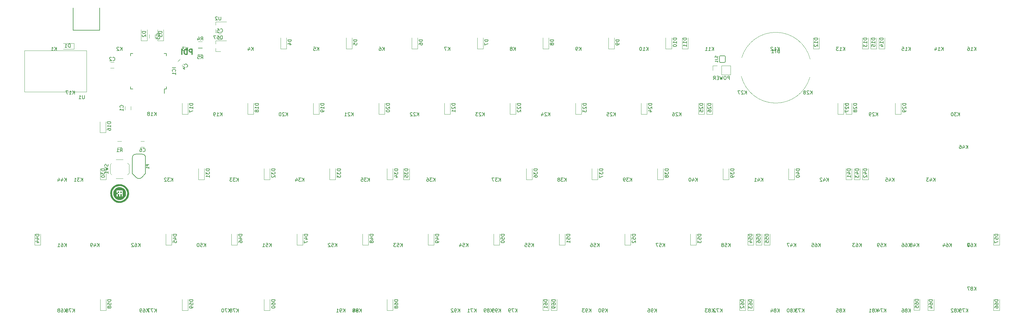
<source format=gbo>
%TF.GenerationSoftware,KiCad,Pcbnew,4.0.2-stable*%
%TF.CreationDate,2018-01-14T16:25:27+11:00*%
%TF.ProjectId,60,36302E6B696361645F70636200000000,rev?*%
%TF.FileFunction,Legend,Bot*%
%FSLAX46Y46*%
G04 Gerber Fmt 4.6, Leading zero omitted, Abs format (unit mm)*
G04 Created by KiCad (PCBNEW 4.0.2-stable) date 14/01/2018 4:25:27 PM*
%MOMM*%
G01*
G04 APERTURE LIST*
%ADD10C,0.100000*%
%ADD11C,0.300000*%
%ADD12C,0.120000*%
%ADD13C,0.150000*%
%ADD14C,0.200000*%
%ADD15C,0.127000*%
%ADD16C,0.010000*%
G04 APERTURE END LIST*
D10*
D11*
X54442857Y-52378571D02*
X54442857Y-50878571D01*
X53871429Y-50878571D01*
X53728571Y-50950000D01*
X53657143Y-51021429D01*
X53585714Y-51164286D01*
X53585714Y-51378571D01*
X53657143Y-51521429D01*
X53728571Y-51592857D01*
X53871429Y-51664286D01*
X54442857Y-51664286D01*
X52942857Y-52378571D02*
X52942857Y-50878571D01*
X52585714Y-50878571D01*
X52371429Y-50950000D01*
X52228571Y-51092857D01*
X52157143Y-51235714D01*
X52085714Y-51521429D01*
X52085714Y-51735714D01*
X52157143Y-52021429D01*
X52228571Y-52164286D01*
X52371429Y-52307143D01*
X52585714Y-52378571D01*
X52942857Y-52378571D01*
X51442857Y-52378571D02*
X51442857Y-50878571D01*
D10*
X233910254Y-59084936D02*
G75*
G02X214000000Y-58750000I-9910254J2834936D01*
G01*
X214089746Y-53415064D02*
G75*
G02X234000000Y-53750000I9910254J-2834936D01*
G01*
D12*
X41331250Y-48343750D02*
X39631250Y-48343750D01*
X39631250Y-48343750D02*
X39631250Y-45193750D01*
X41331250Y-48343750D02*
X41331250Y-45193750D01*
X34900000Y-68500000D02*
X34900000Y-67500000D01*
X36600000Y-67500000D02*
X36600000Y-68500000D01*
X30700000Y-54650000D02*
X31700000Y-54650000D01*
X31700000Y-56350000D02*
X30700000Y-56350000D01*
X43650000Y-46600000D02*
X43650000Y-47600000D01*
X41950000Y-47600000D02*
X41950000Y-46600000D01*
X52154594Y-54947487D02*
X51447487Y-55654594D01*
X50245406Y-54452513D02*
X50952513Y-53745406D01*
X62000000Y-46350000D02*
X63000000Y-46350000D01*
X63000000Y-48050000D02*
X62000000Y-48050000D01*
X61240000Y-51530000D02*
X61240000Y-50600000D01*
X61240000Y-48370000D02*
X61240000Y-49300000D01*
X61240000Y-48370000D02*
X64400000Y-48370000D01*
X61240000Y-51530000D02*
X62700000Y-51530000D01*
X33937500Y-77701250D02*
X32737500Y-77701250D01*
X32737500Y-79461250D02*
X33937500Y-79461250D01*
X56200000Y-50380000D02*
X57400000Y-50380000D01*
X57400000Y-48620000D02*
X56200000Y-48620000D01*
X57400000Y-50620000D02*
X56200000Y-50620000D01*
X56200000Y-52380000D02*
X57400000Y-52380000D01*
D10*
X5750000Y-63250000D02*
X23750000Y-63250000D01*
X23750000Y-63250000D02*
X23750000Y-51250000D01*
X23750000Y-51250000D02*
X5750000Y-51250000D01*
X5750000Y-51250000D02*
X5750000Y-63250000D01*
D12*
X61240000Y-46030000D02*
X61240000Y-45100000D01*
X61240000Y-42870000D02*
X61240000Y-43800000D01*
X61240000Y-42870000D02*
X64400000Y-42870000D01*
X61240000Y-46030000D02*
X62700000Y-46030000D01*
D13*
X46925000Y-62425000D02*
X46350000Y-62425000D01*
X46925000Y-52075000D02*
X46250000Y-52075000D01*
X36575000Y-52075000D02*
X37250000Y-52075000D01*
X36575000Y-62425000D02*
X37250000Y-62425000D01*
X46925000Y-62425000D02*
X46925000Y-61750000D01*
X36575000Y-62425000D02*
X36575000Y-61750000D01*
X36575000Y-52075000D02*
X36575000Y-52750000D01*
X46925000Y-52075000D02*
X46925000Y-52750000D01*
X46350000Y-62425000D02*
X46350000Y-63700000D01*
D12*
X288981250Y-126925000D02*
X287281250Y-126925000D01*
X287281250Y-126925000D02*
X287281250Y-123775000D01*
X288981250Y-126925000D02*
X288981250Y-123775000D01*
X265850000Y-126850000D02*
X264150000Y-126850000D01*
X264150000Y-126850000D02*
X264150000Y-123700000D01*
X265850000Y-126850000D02*
X265850000Y-123700000D01*
X269931250Y-126925000D02*
X268231250Y-126925000D01*
X268231250Y-126925000D02*
X268231250Y-123775000D01*
X269931250Y-126925000D02*
X269931250Y-123775000D01*
X217543750Y-126925000D02*
X215843750Y-126925000D01*
X215843750Y-126925000D02*
X215843750Y-123775000D01*
X217543750Y-126925000D02*
X217543750Y-123775000D01*
X215162500Y-126925000D02*
X213462500Y-126925000D01*
X213462500Y-126925000D02*
X213462500Y-123775000D01*
X215162500Y-126925000D02*
X215162500Y-123775000D01*
X158012500Y-126925000D02*
X156312500Y-126925000D01*
X156312500Y-126925000D02*
X156312500Y-123775000D01*
X158012500Y-126925000D02*
X158012500Y-123775000D01*
X77050000Y-126925000D02*
X75350000Y-126925000D01*
X75350000Y-126925000D02*
X75350000Y-123775000D01*
X77050000Y-126925000D02*
X77050000Y-123775000D01*
X53237500Y-126925000D02*
X51537500Y-126925000D01*
X51537500Y-126925000D02*
X51537500Y-123775000D01*
X53237500Y-126925000D02*
X53237500Y-123775000D01*
X29425000Y-126925000D02*
X27725000Y-126925000D01*
X27725000Y-126925000D02*
X27725000Y-123775000D01*
X29425000Y-126925000D02*
X29425000Y-123775000D01*
X288981250Y-107875000D02*
X287281250Y-107875000D01*
X287281250Y-107875000D02*
X287281250Y-104725000D01*
X288981250Y-107875000D02*
X288981250Y-104725000D01*
X219925000Y-107875000D02*
X218225000Y-107875000D01*
X218225000Y-107875000D02*
X218225000Y-104725000D01*
X219925000Y-107875000D02*
X219925000Y-104725000D01*
X222306250Y-107875000D02*
X220606250Y-107875000D01*
X220606250Y-107875000D02*
X220606250Y-104725000D01*
X222306250Y-107875000D02*
X222306250Y-104725000D01*
X217543750Y-107875000D02*
X215843750Y-107875000D01*
X215843750Y-107875000D02*
X215843750Y-104725000D01*
X217543750Y-107875000D02*
X217543750Y-104725000D01*
X200875000Y-107875000D02*
X199175000Y-107875000D01*
X199175000Y-107875000D02*
X199175000Y-104725000D01*
X200875000Y-107875000D02*
X200875000Y-104725000D01*
X181825000Y-107875000D02*
X180125000Y-107875000D01*
X180125000Y-107875000D02*
X180125000Y-104725000D01*
X181825000Y-107875000D02*
X181825000Y-104725000D01*
X162775000Y-107875000D02*
X161075000Y-107875000D01*
X161075000Y-107875000D02*
X161075000Y-104725000D01*
X162775000Y-107875000D02*
X162775000Y-104725000D01*
X143725000Y-107875000D02*
X142025000Y-107875000D01*
X142025000Y-107875000D02*
X142025000Y-104725000D01*
X143725000Y-107875000D02*
X143725000Y-104725000D01*
X124675000Y-107875000D02*
X122975000Y-107875000D01*
X122975000Y-107875000D02*
X122975000Y-104725000D01*
X124675000Y-107875000D02*
X124675000Y-104725000D01*
X105625000Y-107875000D02*
X103925000Y-107875000D01*
X103925000Y-107875000D02*
X103925000Y-104725000D01*
X105625000Y-107875000D02*
X105625000Y-104725000D01*
X86575000Y-107875000D02*
X84875000Y-107875000D01*
X84875000Y-107875000D02*
X84875000Y-104725000D01*
X86575000Y-107875000D02*
X86575000Y-104725000D01*
X67525000Y-107875000D02*
X65825000Y-107875000D01*
X65825000Y-107875000D02*
X65825000Y-104725000D01*
X67525000Y-107875000D02*
X67525000Y-104725000D01*
X48475000Y-107875000D02*
X46775000Y-107875000D01*
X46775000Y-107875000D02*
X46775000Y-104725000D01*
X48475000Y-107875000D02*
X48475000Y-104725000D01*
X10375000Y-107875000D02*
X8675000Y-107875000D01*
X8675000Y-107875000D02*
X8675000Y-104725000D01*
X10375000Y-107875000D02*
X10375000Y-104725000D01*
X248500000Y-88825000D02*
X246800000Y-88825000D01*
X246800000Y-88825000D02*
X246800000Y-85675000D01*
X248500000Y-88825000D02*
X248500000Y-85675000D01*
X250881250Y-88825000D02*
X249181250Y-88825000D01*
X249181250Y-88825000D02*
X249181250Y-85675000D01*
X250881250Y-88825000D02*
X250881250Y-85675000D01*
X246118750Y-88825000D02*
X244418750Y-88825000D01*
X244418750Y-88825000D02*
X244418750Y-85675000D01*
X246118750Y-88825000D02*
X246118750Y-85675000D01*
X229450000Y-88825000D02*
X227750000Y-88825000D01*
X227750000Y-88825000D02*
X227750000Y-85675000D01*
X229450000Y-88825000D02*
X229450000Y-85675000D01*
X210400000Y-88825000D02*
X208700000Y-88825000D01*
X208700000Y-88825000D02*
X208700000Y-85675000D01*
X210400000Y-88825000D02*
X210400000Y-85675000D01*
X191350000Y-88825000D02*
X189650000Y-88825000D01*
X189650000Y-88825000D02*
X189650000Y-85675000D01*
X191350000Y-88825000D02*
X191350000Y-85675000D01*
X172300000Y-88825000D02*
X170600000Y-88825000D01*
X170600000Y-88825000D02*
X170600000Y-85675000D01*
X172300000Y-88825000D02*
X172300000Y-85675000D01*
X153250000Y-88825000D02*
X151550000Y-88825000D01*
X151550000Y-88825000D02*
X151550000Y-85675000D01*
X153250000Y-88825000D02*
X153250000Y-85675000D01*
X117531250Y-88825000D02*
X115831250Y-88825000D01*
X115831250Y-88825000D02*
X115831250Y-85675000D01*
X117531250Y-88825000D02*
X117531250Y-85675000D01*
X112768750Y-88825000D02*
X111068750Y-88825000D01*
X111068750Y-88825000D02*
X111068750Y-85675000D01*
X112768750Y-88825000D02*
X112768750Y-85675000D01*
X96100000Y-88825000D02*
X94400000Y-88825000D01*
X94400000Y-88825000D02*
X94400000Y-85675000D01*
X96100000Y-88825000D02*
X96100000Y-85675000D01*
X77050000Y-88825000D02*
X75350000Y-88825000D01*
X75350000Y-88825000D02*
X75350000Y-85675000D01*
X77050000Y-88825000D02*
X77050000Y-85675000D01*
X58000000Y-88825000D02*
X56300000Y-88825000D01*
X56300000Y-88825000D02*
X56300000Y-85675000D01*
X58000000Y-88825000D02*
X58000000Y-85675000D01*
X29425000Y-88825000D02*
X27725000Y-88825000D01*
X27725000Y-88825000D02*
X27725000Y-85675000D01*
X29425000Y-88825000D02*
X29425000Y-85675000D01*
X260406250Y-69775000D02*
X258706250Y-69775000D01*
X258706250Y-69775000D02*
X258706250Y-66625000D01*
X260406250Y-69775000D02*
X260406250Y-66625000D01*
X246118750Y-69775000D02*
X244418750Y-69775000D01*
X244418750Y-69775000D02*
X244418750Y-66625000D01*
X246118750Y-69775000D02*
X246118750Y-66625000D01*
X243737500Y-69775000D02*
X242037500Y-69775000D01*
X242037500Y-69775000D02*
X242037500Y-66625000D01*
X243737500Y-69775000D02*
X243737500Y-66625000D01*
X205637500Y-69775000D02*
X203937500Y-69775000D01*
X203937500Y-69775000D02*
X203937500Y-66625000D01*
X205637500Y-69775000D02*
X205637500Y-66625000D01*
X203256250Y-69775000D02*
X201556250Y-69775000D01*
X201556250Y-69775000D02*
X201556250Y-66625000D01*
X203256250Y-69775000D02*
X203256250Y-66625000D01*
X186587500Y-69775000D02*
X184887500Y-69775000D01*
X184887500Y-69775000D02*
X184887500Y-66625000D01*
X186587500Y-69775000D02*
X186587500Y-66625000D01*
X167537500Y-69775000D02*
X165837500Y-69775000D01*
X165837500Y-69775000D02*
X165837500Y-66625000D01*
X167537500Y-69775000D02*
X167537500Y-66625000D01*
X148487500Y-69775000D02*
X146787500Y-69775000D01*
X146787500Y-69775000D02*
X146787500Y-66625000D01*
X148487500Y-69775000D02*
X148487500Y-66625000D01*
X129437500Y-69775000D02*
X127737500Y-69775000D01*
X127737500Y-69775000D02*
X127737500Y-66625000D01*
X129437500Y-69775000D02*
X129437500Y-66625000D01*
X110387500Y-69775000D02*
X108687500Y-69775000D01*
X108687500Y-69775000D02*
X108687500Y-66625000D01*
X110387500Y-69775000D02*
X110387500Y-66625000D01*
X91337500Y-69775000D02*
X89637500Y-69775000D01*
X89637500Y-69775000D02*
X89637500Y-66625000D01*
X91337500Y-69775000D02*
X91337500Y-66625000D01*
X72287500Y-69775000D02*
X70587500Y-69775000D01*
X70587500Y-69775000D02*
X70587500Y-66625000D01*
X72287500Y-69775000D02*
X72287500Y-66625000D01*
X53237500Y-69775000D02*
X51537500Y-69775000D01*
X51537500Y-69775000D02*
X51537500Y-66625000D01*
X53237500Y-69775000D02*
X53237500Y-66625000D01*
X29350000Y-75150000D02*
X27650000Y-75150000D01*
X27650000Y-75150000D02*
X27650000Y-72000000D01*
X29350000Y-75150000D02*
X29350000Y-72000000D01*
X253262500Y-50725000D02*
X251562500Y-50725000D01*
X251562500Y-50725000D02*
X251562500Y-47575000D01*
X253262500Y-50725000D02*
X253262500Y-47575000D01*
X255643750Y-50725000D02*
X253943750Y-50725000D01*
X253943750Y-50725000D02*
X253943750Y-47575000D01*
X255643750Y-50725000D02*
X255643750Y-47575000D01*
X250881250Y-50725000D02*
X249181250Y-50725000D01*
X249181250Y-50725000D02*
X249181250Y-47575000D01*
X250881250Y-50725000D02*
X250881250Y-47575000D01*
X236593750Y-50725000D02*
X234893750Y-50725000D01*
X234893750Y-50725000D02*
X234893750Y-47575000D01*
X236593750Y-50725000D02*
X236593750Y-47575000D01*
X198493750Y-50725000D02*
X196793750Y-50725000D01*
X196793750Y-50725000D02*
X196793750Y-47575000D01*
X198493750Y-50725000D02*
X198493750Y-47575000D01*
X193731250Y-50725000D02*
X192031250Y-50725000D01*
X192031250Y-50725000D02*
X192031250Y-47575000D01*
X193731250Y-50725000D02*
X193731250Y-47575000D01*
X177062500Y-50725000D02*
X175362500Y-50725000D01*
X175362500Y-50725000D02*
X175362500Y-47575000D01*
X177062500Y-50725000D02*
X177062500Y-47575000D01*
X158012500Y-50725000D02*
X156312500Y-50725000D01*
X156312500Y-50725000D02*
X156312500Y-47575000D01*
X158012500Y-50725000D02*
X158012500Y-47575000D01*
X138962500Y-50725000D02*
X137262500Y-50725000D01*
X137262500Y-50725000D02*
X137262500Y-47575000D01*
X138962500Y-50725000D02*
X138962500Y-47575000D01*
X119912500Y-50725000D02*
X118212500Y-50725000D01*
X118212500Y-50725000D02*
X118212500Y-47575000D01*
X119912500Y-50725000D02*
X119912500Y-47575000D01*
X100862500Y-50725000D02*
X99162500Y-50725000D01*
X99162500Y-50725000D02*
X99162500Y-47575000D01*
X100862500Y-50725000D02*
X100862500Y-47575000D01*
X81812500Y-50725000D02*
X80112500Y-50725000D01*
X80112500Y-50725000D02*
X80112500Y-47575000D01*
X81812500Y-50725000D02*
X81812500Y-47575000D01*
X46093750Y-48343750D02*
X44393750Y-48343750D01*
X44393750Y-48343750D02*
X44393750Y-45193750D01*
X46093750Y-48343750D02*
X46093750Y-45193750D01*
X20150000Y-49150000D02*
X20150000Y-50850000D01*
X20150000Y-50850000D02*
X17000000Y-50850000D01*
X20150000Y-49150000D02*
X17000000Y-49150000D01*
X112768750Y-126925000D02*
X111068750Y-126925000D01*
X111068750Y-126925000D02*
X111068750Y-123775000D01*
X112768750Y-126925000D02*
X112768750Y-123775000D01*
X160393750Y-126925000D02*
X158693750Y-126925000D01*
X158693750Y-126925000D02*
X158693750Y-123775000D01*
X160393750Y-126925000D02*
X160393750Y-123775000D01*
D14*
X27600000Y-45350000D02*
X27600000Y-38850000D01*
X19900000Y-45350000D02*
X19900000Y-38850000D01*
X19900000Y-45350000D02*
X27600000Y-45350000D01*
X207900000Y-54700000D02*
X209050000Y-54700000D01*
X207650000Y-53050000D02*
X207650000Y-54450000D01*
X209100000Y-52800000D02*
X207900000Y-52800000D01*
X209350000Y-53100000D02*
X209350000Y-54400000D01*
X209100000Y-52800000D02*
G75*
G02X209350000Y-53050000I0J-250000D01*
G01*
X207650000Y-53050000D02*
G75*
G02X207900000Y-52800000I250000J0D01*
G01*
X207900000Y-54700000D02*
G75*
G02X207650000Y-54450000I0J250000D01*
G01*
X209350000Y-54450000D02*
G75*
G02X209100000Y-54700000I-250000J0D01*
G01*
D12*
X210870000Y-55670000D02*
X210870000Y-58330000D01*
X208270000Y-55670000D02*
X210870000Y-55670000D01*
X208270000Y-58330000D02*
X210870000Y-58330000D01*
X208270000Y-55670000D02*
X208270000Y-58330000D01*
X207000000Y-55670000D02*
X205670000Y-55670000D01*
X205670000Y-55670000D02*
X205670000Y-57000000D01*
X35637500Y-84025000D02*
X36087500Y-84475000D01*
X35637500Y-87425000D02*
X36087500Y-86975000D01*
X31037500Y-87425000D02*
X30587500Y-86975000D01*
X31037500Y-84025000D02*
X30587500Y-84475000D01*
X32337500Y-88475000D02*
X34337500Y-88475000D01*
X36087500Y-84475000D02*
X36087500Y-86975000D01*
X32337500Y-82975000D02*
X34337500Y-82975000D01*
X30587500Y-84475000D02*
X30587500Y-86975000D01*
X40500000Y-79350000D02*
X39500000Y-79350000D01*
X39500000Y-77650000D02*
X40500000Y-77650000D01*
D15*
X37095000Y-82396500D02*
X37095000Y-87082800D01*
X40905000Y-82396500D02*
X40905000Y-87082800D01*
X38276100Y-88263900D02*
X37095000Y-87082800D01*
X39723900Y-88263900D02*
X40905000Y-87082800D01*
X39723900Y-88263900D02*
G75*
G02X38276100Y-88263900I-723900J723900D01*
G01*
X39952500Y-81444000D02*
X38047500Y-81444000D01*
X37095000Y-82396500D02*
G75*
G02X38047500Y-81444000I952500J0D01*
G01*
X39952500Y-81444000D02*
G75*
G02X40905000Y-82396500I0J-952500D01*
G01*
D16*
G36*
X32949229Y-90204693D02*
X32520817Y-90304775D01*
X32116282Y-90472210D01*
X31743774Y-90702783D01*
X31411443Y-90992278D01*
X31127441Y-91336480D01*
X30899917Y-91731172D01*
X30737023Y-92172140D01*
X30730861Y-92194802D01*
X30681422Y-92466091D01*
X30659994Y-92782005D01*
X30666575Y-93107268D01*
X30701167Y-93406605D01*
X30730861Y-93542698D01*
X30889169Y-93980760D01*
X31113855Y-94376524D01*
X31396583Y-94724664D01*
X31729015Y-95019854D01*
X32102817Y-95256767D01*
X32509652Y-95430077D01*
X32941183Y-95534459D01*
X33389075Y-95564585D01*
X33824333Y-95519156D01*
X34286363Y-95390152D01*
X34706486Y-95190655D01*
X35079093Y-94926669D01*
X35398574Y-94604193D01*
X35659319Y-94229229D01*
X35855716Y-93807777D01*
X35982156Y-93345839D01*
X36007827Y-93183593D01*
X36023564Y-92785894D01*
X35583772Y-92785894D01*
X35560462Y-93202366D01*
X35458983Y-93614710D01*
X35315263Y-93944795D01*
X35105939Y-94257709D01*
X34831711Y-94541698D01*
X34511137Y-94782064D01*
X34162776Y-94964110D01*
X33925412Y-95045507D01*
X33678481Y-95089499D01*
X33388414Y-95106896D01*
X33092479Y-95097632D01*
X32827944Y-95061639D01*
X32767759Y-95047596D01*
X32400051Y-94911407D01*
X32051337Y-94705479D01*
X31739167Y-94443595D01*
X31481094Y-94139537D01*
X31358708Y-93941078D01*
X31192010Y-93542667D01*
X31104596Y-93130573D01*
X31094934Y-92715224D01*
X31161487Y-92307048D01*
X31302724Y-91916471D01*
X31517109Y-91553921D01*
X31750007Y-91281256D01*
X32079943Y-91007705D01*
X32443262Y-90806736D01*
X32829750Y-90678347D01*
X33229196Y-90622539D01*
X33631388Y-90639313D01*
X34026115Y-90728667D01*
X34403163Y-90890603D01*
X34752321Y-91125120D01*
X34924994Y-91281256D01*
X35199523Y-91612974D01*
X35401819Y-91981071D01*
X35530397Y-92375420D01*
X35583772Y-92785894D01*
X36023564Y-92785894D01*
X36025787Y-92729729D01*
X35964753Y-92285078D01*
X35830399Y-91859030D01*
X35628397Y-91460975D01*
X35364420Y-91100300D01*
X35044142Y-90786397D01*
X34673235Y-90528653D01*
X34296218Y-90350723D01*
X33845080Y-90223452D01*
X33393366Y-90176180D01*
X32949229Y-90204693D01*
X32949229Y-90204693D01*
G37*
X32949229Y-90204693D02*
X32520817Y-90304775D01*
X32116282Y-90472210D01*
X31743774Y-90702783D01*
X31411443Y-90992278D01*
X31127441Y-91336480D01*
X30899917Y-91731172D01*
X30737023Y-92172140D01*
X30730861Y-92194802D01*
X30681422Y-92466091D01*
X30659994Y-92782005D01*
X30666575Y-93107268D01*
X30701167Y-93406605D01*
X30730861Y-93542698D01*
X30889169Y-93980760D01*
X31113855Y-94376524D01*
X31396583Y-94724664D01*
X31729015Y-95019854D01*
X32102817Y-95256767D01*
X32509652Y-95430077D01*
X32941183Y-95534459D01*
X33389075Y-95564585D01*
X33824333Y-95519156D01*
X34286363Y-95390152D01*
X34706486Y-95190655D01*
X35079093Y-94926669D01*
X35398574Y-94604193D01*
X35659319Y-94229229D01*
X35855716Y-93807777D01*
X35982156Y-93345839D01*
X36007827Y-93183593D01*
X36023564Y-92785894D01*
X35583772Y-92785894D01*
X35560462Y-93202366D01*
X35458983Y-93614710D01*
X35315263Y-93944795D01*
X35105939Y-94257709D01*
X34831711Y-94541698D01*
X34511137Y-94782064D01*
X34162776Y-94964110D01*
X33925412Y-95045507D01*
X33678481Y-95089499D01*
X33388414Y-95106896D01*
X33092479Y-95097632D01*
X32827944Y-95061639D01*
X32767759Y-95047596D01*
X32400051Y-94911407D01*
X32051337Y-94705479D01*
X31739167Y-94443595D01*
X31481094Y-94139537D01*
X31358708Y-93941078D01*
X31192010Y-93542667D01*
X31104596Y-93130573D01*
X31094934Y-92715224D01*
X31161487Y-92307048D01*
X31302724Y-91916471D01*
X31517109Y-91553921D01*
X31750007Y-91281256D01*
X32079943Y-91007705D01*
X32443262Y-90806736D01*
X32829750Y-90678347D01*
X33229196Y-90622539D01*
X33631388Y-90639313D01*
X34026115Y-90728667D01*
X34403163Y-90890603D01*
X34752321Y-91125120D01*
X34924994Y-91281256D01*
X35199523Y-91612974D01*
X35401819Y-91981071D01*
X35530397Y-92375420D01*
X35583772Y-92785894D01*
X36023564Y-92785894D01*
X36025787Y-92729729D01*
X35964753Y-92285078D01*
X35830399Y-91859030D01*
X35628397Y-91460975D01*
X35364420Y-91100300D01*
X35044142Y-90786397D01*
X34673235Y-90528653D01*
X34296218Y-90350723D01*
X33845080Y-90223452D01*
X33393366Y-90176180D01*
X32949229Y-90204693D01*
G36*
X33058039Y-91071790D02*
X32722512Y-91152623D01*
X32405112Y-91297522D01*
X32116285Y-91507776D01*
X31866472Y-91784675D01*
X31856439Y-91798549D01*
X31669926Y-92125866D01*
X31558366Y-92471949D01*
X31518288Y-92826235D01*
X31546223Y-93178161D01*
X31638702Y-93517165D01*
X31792254Y-93832683D01*
X32003410Y-94114153D01*
X32268699Y-94351013D01*
X32584652Y-94532698D01*
X32778401Y-94605168D01*
X33010590Y-94656046D01*
X33276375Y-94682064D01*
X33539353Y-94681644D01*
X33763122Y-94653204D01*
X33782000Y-94648743D01*
X34135914Y-94518187D01*
X34453818Y-94317100D01*
X34724939Y-94055768D01*
X34938504Y-93744479D01*
X35078635Y-93410645D01*
X35141629Y-93085490D01*
X35148162Y-92735824D01*
X35099388Y-92395519D01*
X35037043Y-92191417D01*
X34906787Y-91937417D01*
X34268833Y-91937417D01*
X34268833Y-93800083D01*
X33887833Y-93800083D01*
X33887833Y-93080417D01*
X33549167Y-93080417D01*
X33549167Y-93800083D01*
X33125833Y-93800083D01*
X33125833Y-93080417D01*
X32787167Y-93080417D01*
X32787167Y-93800083D01*
X32406167Y-93800083D01*
X32406167Y-93038083D01*
X32575500Y-93038083D01*
X32683887Y-93034010D01*
X32732049Y-93005495D01*
X32744426Y-92928098D01*
X32744833Y-92868750D01*
X32740760Y-92760363D01*
X32712245Y-92712201D01*
X32634848Y-92699824D01*
X32575500Y-92699417D01*
X32406167Y-92699417D01*
X32406167Y-91937417D01*
X34268833Y-91937417D01*
X34906787Y-91937417D01*
X34867042Y-91859915D01*
X34642064Y-91583448D01*
X34372552Y-91363306D01*
X34068950Y-91200779D01*
X33741701Y-91097158D01*
X33401250Y-91053731D01*
X33058039Y-91071790D01*
X33058039Y-91071790D01*
G37*
X33058039Y-91071790D02*
X32722512Y-91152623D01*
X32405112Y-91297522D01*
X32116285Y-91507776D01*
X31866472Y-91784675D01*
X31856439Y-91798549D01*
X31669926Y-92125866D01*
X31558366Y-92471949D01*
X31518288Y-92826235D01*
X31546223Y-93178161D01*
X31638702Y-93517165D01*
X31792254Y-93832683D01*
X32003410Y-94114153D01*
X32268699Y-94351013D01*
X32584652Y-94532698D01*
X32778401Y-94605168D01*
X33010590Y-94656046D01*
X33276375Y-94682064D01*
X33539353Y-94681644D01*
X33763122Y-94653204D01*
X33782000Y-94648743D01*
X34135914Y-94518187D01*
X34453818Y-94317100D01*
X34724939Y-94055768D01*
X34938504Y-93744479D01*
X35078635Y-93410645D01*
X35141629Y-93085490D01*
X35148162Y-92735824D01*
X35099388Y-92395519D01*
X35037043Y-92191417D01*
X34906787Y-91937417D01*
X34268833Y-91937417D01*
X34268833Y-93800083D01*
X33887833Y-93800083D01*
X33887833Y-93080417D01*
X33549167Y-93080417D01*
X33549167Y-93800083D01*
X33125833Y-93800083D01*
X33125833Y-93080417D01*
X32787167Y-93080417D01*
X32787167Y-93800083D01*
X32406167Y-93800083D01*
X32406167Y-93038083D01*
X32575500Y-93038083D01*
X32683887Y-93034010D01*
X32732049Y-93005495D01*
X32744426Y-92928098D01*
X32744833Y-92868750D01*
X32740760Y-92760363D01*
X32712245Y-92712201D01*
X32634848Y-92699824D01*
X32575500Y-92699417D01*
X32406167Y-92699417D01*
X32406167Y-91937417D01*
X34268833Y-91937417D01*
X34906787Y-91937417D01*
X34867042Y-91859915D01*
X34642064Y-91583448D01*
X34372552Y-91363306D01*
X34068950Y-91200779D01*
X33741701Y-91097158D01*
X33401250Y-91053731D01*
X33058039Y-91071790D01*
G36*
X33610113Y-92322490D02*
X33561951Y-92351005D01*
X33549574Y-92428402D01*
X33549167Y-92487750D01*
X33553240Y-92596137D01*
X33581755Y-92644299D01*
X33659152Y-92656676D01*
X33718500Y-92657083D01*
X33826887Y-92653010D01*
X33875049Y-92624495D01*
X33887426Y-92547098D01*
X33887833Y-92487750D01*
X33883760Y-92379363D01*
X33855245Y-92331201D01*
X33777848Y-92318824D01*
X33718500Y-92318417D01*
X33610113Y-92322490D01*
X33610113Y-92322490D01*
G37*
X33610113Y-92322490D02*
X33561951Y-92351005D01*
X33549574Y-92428402D01*
X33549167Y-92487750D01*
X33553240Y-92596137D01*
X33581755Y-92644299D01*
X33659152Y-92656676D01*
X33718500Y-92657083D01*
X33826887Y-92653010D01*
X33875049Y-92624495D01*
X33887426Y-92547098D01*
X33887833Y-92487750D01*
X33883760Y-92379363D01*
X33855245Y-92331201D01*
X33777848Y-92318824D01*
X33718500Y-92318417D01*
X33610113Y-92322490D01*
G36*
X32848113Y-92322490D02*
X32799951Y-92351005D01*
X32787574Y-92428402D01*
X32787167Y-92487750D01*
X32791240Y-92596137D01*
X32819755Y-92644299D01*
X32897152Y-92656676D01*
X32956500Y-92657083D01*
X33064887Y-92653010D01*
X33113049Y-92624495D01*
X33125426Y-92547098D01*
X33125833Y-92487750D01*
X33121760Y-92379363D01*
X33093245Y-92331201D01*
X33015848Y-92318824D01*
X32956500Y-92318417D01*
X32848113Y-92322490D01*
X32848113Y-92322490D01*
G37*
X32848113Y-92322490D02*
X32799951Y-92351005D01*
X32787574Y-92428402D01*
X32787167Y-92487750D01*
X32791240Y-92596137D01*
X32819755Y-92644299D01*
X32897152Y-92656676D01*
X32956500Y-92657083D01*
X33064887Y-92653010D01*
X33113049Y-92624495D01*
X33125426Y-92547098D01*
X33125833Y-92487750D01*
X33121760Y-92379363D01*
X33093245Y-92331201D01*
X33015848Y-92318824D01*
X32956500Y-92318417D01*
X32848113Y-92322490D01*
D13*
X224785714Y-51378571D02*
X224642857Y-51426190D01*
X224595238Y-51473810D01*
X224547619Y-51569048D01*
X224547619Y-51711905D01*
X224595238Y-51807143D01*
X224642857Y-51854762D01*
X224738095Y-51902381D01*
X225119048Y-51902381D01*
X225119048Y-50902381D01*
X224785714Y-50902381D01*
X224690476Y-50950000D01*
X224642857Y-50997619D01*
X224595238Y-51092857D01*
X224595238Y-51188095D01*
X224642857Y-51283333D01*
X224690476Y-51330952D01*
X224785714Y-51378571D01*
X225119048Y-51378571D01*
X224261905Y-50902381D02*
X223690476Y-50902381D01*
X223976191Y-51902381D02*
X223976191Y-50902381D01*
X222833333Y-51902381D02*
X223404762Y-51902381D01*
X223119048Y-51902381D02*
X223119048Y-50902381D01*
X223214286Y-51045238D01*
X223309524Y-51140476D01*
X223404762Y-51188095D01*
X225051786Y-51252381D02*
X225051786Y-50252381D01*
X224480357Y-51252381D02*
X224908929Y-50680952D01*
X224480357Y-50252381D02*
X225051786Y-50823810D01*
X223527976Y-51252381D02*
X224099405Y-51252381D01*
X223813691Y-51252381D02*
X223813691Y-50252381D01*
X223908929Y-50395238D01*
X224004167Y-50490476D01*
X224099405Y-50538095D01*
X223147024Y-50347619D02*
X223099405Y-50300000D01*
X223004167Y-50252381D01*
X222766071Y-50252381D01*
X222670833Y-50300000D01*
X222623214Y-50347619D01*
X222575595Y-50442857D01*
X222575595Y-50538095D01*
X222623214Y-50680952D01*
X223194643Y-51252381D01*
X222575595Y-51252381D01*
X144089286Y-127452381D02*
X144089286Y-126452381D01*
X143517857Y-127452381D02*
X143946429Y-126880952D01*
X143517857Y-126452381D02*
X144089286Y-127023810D01*
X143041667Y-127452381D02*
X142851191Y-127452381D01*
X142755952Y-127404762D01*
X142708333Y-127357143D01*
X142613095Y-127214286D01*
X142565476Y-127023810D01*
X142565476Y-126642857D01*
X142613095Y-126547619D01*
X142660714Y-126500000D01*
X142755952Y-126452381D01*
X142946429Y-126452381D01*
X143041667Y-126500000D01*
X143089286Y-126547619D01*
X143136905Y-126642857D01*
X143136905Y-126880952D01*
X143089286Y-126976190D01*
X143041667Y-127023810D01*
X142946429Y-127071429D01*
X142755952Y-127071429D01*
X142660714Y-127023810D01*
X142613095Y-126976190D01*
X142565476Y-126880952D01*
X141660714Y-126452381D02*
X142136905Y-126452381D01*
X142184524Y-126928571D01*
X142136905Y-126880952D01*
X142041667Y-126833333D01*
X141803571Y-126833333D01*
X141708333Y-126880952D01*
X141660714Y-126928571D01*
X141613095Y-127023810D01*
X141613095Y-127261905D01*
X141660714Y-127357143D01*
X141708333Y-127404762D01*
X141803571Y-127452381D01*
X142041667Y-127452381D01*
X142136905Y-127404762D01*
X142184524Y-127357143D01*
X40933631Y-45705655D02*
X39933631Y-45705655D01*
X39933631Y-45943750D01*
X39981250Y-46086608D01*
X40076488Y-46181846D01*
X40171726Y-46229465D01*
X40362202Y-46277084D01*
X40505060Y-46277084D01*
X40695536Y-46229465D01*
X40790774Y-46181846D01*
X40886012Y-46086608D01*
X40933631Y-45943750D01*
X40933631Y-45705655D01*
X40028869Y-46658036D02*
X39981250Y-46705655D01*
X39933631Y-46800893D01*
X39933631Y-47038989D01*
X39981250Y-47134227D01*
X40028869Y-47181846D01*
X40124107Y-47229465D01*
X40219345Y-47229465D01*
X40362202Y-47181846D01*
X40933631Y-46610417D01*
X40933631Y-47229465D01*
X34357143Y-67833334D02*
X34404762Y-67785715D01*
X34452381Y-67642858D01*
X34452381Y-67547620D01*
X34404762Y-67404762D01*
X34309524Y-67309524D01*
X34214286Y-67261905D01*
X34023810Y-67214286D01*
X33880952Y-67214286D01*
X33690476Y-67261905D01*
X33595238Y-67309524D01*
X33500000Y-67404762D01*
X33452381Y-67547620D01*
X33452381Y-67642858D01*
X33500000Y-67785715D01*
X33547619Y-67833334D01*
X34452381Y-68785715D02*
X34452381Y-68214286D01*
X34452381Y-68500000D02*
X33452381Y-68500000D01*
X33595238Y-68404762D01*
X33690476Y-68309524D01*
X33738095Y-68214286D01*
X31366666Y-54107143D02*
X31414285Y-54154762D01*
X31557142Y-54202381D01*
X31652380Y-54202381D01*
X31795238Y-54154762D01*
X31890476Y-54059524D01*
X31938095Y-53964286D01*
X31985714Y-53773810D01*
X31985714Y-53630952D01*
X31938095Y-53440476D01*
X31890476Y-53345238D01*
X31795238Y-53250000D01*
X31652380Y-53202381D01*
X31557142Y-53202381D01*
X31414285Y-53250000D01*
X31366666Y-53297619D01*
X30985714Y-53297619D02*
X30938095Y-53250000D01*
X30842857Y-53202381D01*
X30604761Y-53202381D01*
X30509523Y-53250000D01*
X30461904Y-53297619D01*
X30414285Y-53392857D01*
X30414285Y-53488095D01*
X30461904Y-53630952D01*
X31033333Y-54202381D01*
X30414285Y-54202381D01*
X44907143Y-46933334D02*
X44954762Y-46885715D01*
X45002381Y-46742858D01*
X45002381Y-46647620D01*
X44954762Y-46504762D01*
X44859524Y-46409524D01*
X44764286Y-46361905D01*
X44573810Y-46314286D01*
X44430952Y-46314286D01*
X44240476Y-46361905D01*
X44145238Y-46409524D01*
X44050000Y-46504762D01*
X44002381Y-46647620D01*
X44002381Y-46742858D01*
X44050000Y-46885715D01*
X44097619Y-46933334D01*
X44002381Y-47266667D02*
X44002381Y-47885715D01*
X44383333Y-47552381D01*
X44383333Y-47695239D01*
X44430952Y-47790477D01*
X44478571Y-47838096D01*
X44573810Y-47885715D01*
X44811905Y-47885715D01*
X44907143Y-47838096D01*
X44954762Y-47790477D01*
X45002381Y-47695239D01*
X45002381Y-47409524D01*
X44954762Y-47314286D01*
X44907143Y-47266667D01*
X52807826Y-56072125D02*
X52875169Y-56072125D01*
X53009856Y-56004781D01*
X53077200Y-55937438D01*
X53144544Y-55802750D01*
X53144544Y-55668063D01*
X53110872Y-55567048D01*
X53009857Y-55398690D01*
X52908841Y-55297674D01*
X52740482Y-55196659D01*
X52639467Y-55162987D01*
X52504780Y-55162987D01*
X52370093Y-55230331D01*
X52302749Y-55297674D01*
X52235406Y-55432361D01*
X52235406Y-55499705D01*
X51797673Y-56274155D02*
X52269078Y-56745560D01*
X51696659Y-55836422D02*
X52370094Y-56173140D01*
X51932361Y-56610873D01*
X62666666Y-45807143D02*
X62714285Y-45854762D01*
X62857142Y-45902381D01*
X62952380Y-45902381D01*
X63095238Y-45854762D01*
X63190476Y-45759524D01*
X63238095Y-45664286D01*
X63285714Y-45473810D01*
X63285714Y-45330952D01*
X63238095Y-45140476D01*
X63190476Y-45045238D01*
X63095238Y-44950000D01*
X62952380Y-44902381D01*
X62857142Y-44902381D01*
X62714285Y-44950000D01*
X62666666Y-44997619D01*
X61761904Y-44902381D02*
X62238095Y-44902381D01*
X62285714Y-45378571D01*
X62238095Y-45330952D01*
X62142857Y-45283333D01*
X61904761Y-45283333D01*
X61809523Y-45330952D01*
X61761904Y-45378571D01*
X61714285Y-45473810D01*
X61714285Y-45711905D01*
X61761904Y-45807143D01*
X61809523Y-45854762D01*
X61904761Y-45902381D01*
X62142857Y-45902381D01*
X62238095Y-45854762D01*
X62285714Y-45807143D01*
X63214286Y-47902381D02*
X63214286Y-46902381D01*
X62976191Y-46902381D01*
X62833333Y-46950000D01*
X62738095Y-47045238D01*
X62690476Y-47140476D01*
X62642857Y-47330952D01*
X62642857Y-47473810D01*
X62690476Y-47664286D01*
X62738095Y-47759524D01*
X62833333Y-47854762D01*
X62976191Y-47902381D01*
X63214286Y-47902381D01*
X61785714Y-46902381D02*
X61976191Y-46902381D01*
X62071429Y-46950000D01*
X62119048Y-46997619D01*
X62214286Y-47140476D01*
X62261905Y-47330952D01*
X62261905Y-47711905D01*
X62214286Y-47807143D01*
X62166667Y-47854762D01*
X62071429Y-47902381D01*
X61880952Y-47902381D01*
X61785714Y-47854762D01*
X61738095Y-47807143D01*
X61690476Y-47711905D01*
X61690476Y-47473810D01*
X61738095Y-47378571D01*
X61785714Y-47330952D01*
X61880952Y-47283333D01*
X62071429Y-47283333D01*
X62166667Y-47330952D01*
X62214286Y-47378571D01*
X62261905Y-47473810D01*
X61357143Y-46902381D02*
X60690476Y-46902381D01*
X61119048Y-47902381D01*
X33504166Y-80733631D02*
X33837500Y-80257440D01*
X34075595Y-80733631D02*
X34075595Y-79733631D01*
X33694642Y-79733631D01*
X33599404Y-79781250D01*
X33551785Y-79828869D01*
X33504166Y-79924107D01*
X33504166Y-80066964D01*
X33551785Y-80162202D01*
X33599404Y-80209821D01*
X33694642Y-80257440D01*
X34075595Y-80257440D01*
X32551785Y-80733631D02*
X33123214Y-80733631D01*
X32837500Y-80733631D02*
X32837500Y-79733631D01*
X32932738Y-79876488D01*
X33027976Y-79971726D01*
X33123214Y-80019345D01*
X56966666Y-48252381D02*
X57300000Y-47776190D01*
X57538095Y-48252381D02*
X57538095Y-47252381D01*
X57157142Y-47252381D01*
X57061904Y-47300000D01*
X57014285Y-47347619D01*
X56966666Y-47442857D01*
X56966666Y-47585714D01*
X57014285Y-47680952D01*
X57061904Y-47728571D01*
X57157142Y-47776190D01*
X57538095Y-47776190D01*
X56109523Y-47585714D02*
X56109523Y-48252381D01*
X56347619Y-47204762D02*
X56585714Y-47919048D01*
X55966666Y-47919048D01*
X56966666Y-53652381D02*
X57300000Y-53176190D01*
X57538095Y-53652381D02*
X57538095Y-52652381D01*
X57157142Y-52652381D01*
X57061904Y-52700000D01*
X57014285Y-52747619D01*
X56966666Y-52842857D01*
X56966666Y-52985714D01*
X57014285Y-53080952D01*
X57061904Y-53128571D01*
X57157142Y-53176190D01*
X57538095Y-53176190D01*
X56061904Y-52652381D02*
X56538095Y-52652381D01*
X56585714Y-53128571D01*
X56538095Y-53080952D01*
X56442857Y-53033333D01*
X56204761Y-53033333D01*
X56109523Y-53080952D01*
X56061904Y-53128571D01*
X56014285Y-53223810D01*
X56014285Y-53461905D01*
X56061904Y-53557143D01*
X56109523Y-53604762D01*
X56204761Y-53652381D01*
X56442857Y-53652381D01*
X56538095Y-53604762D01*
X56585714Y-53557143D01*
X23131905Y-64322381D02*
X23131905Y-65131905D01*
X23084286Y-65227143D01*
X23036667Y-65274762D01*
X22941429Y-65322381D01*
X22750952Y-65322381D01*
X22655714Y-65274762D01*
X22608095Y-65227143D01*
X22560476Y-65131905D01*
X22560476Y-64322381D01*
X21560476Y-65322381D02*
X22131905Y-65322381D01*
X21846191Y-65322381D02*
X21846191Y-64322381D01*
X21941429Y-64465238D01*
X22036667Y-64560476D01*
X22131905Y-64608095D01*
X62761905Y-41402381D02*
X62761905Y-42211905D01*
X62714286Y-42307143D01*
X62666667Y-42354762D01*
X62571429Y-42402381D01*
X62380952Y-42402381D01*
X62285714Y-42354762D01*
X62238095Y-42307143D01*
X62190476Y-42211905D01*
X62190476Y-41402381D01*
X61761905Y-41497619D02*
X61714286Y-41450000D01*
X61619048Y-41402381D01*
X61380952Y-41402381D01*
X61285714Y-41450000D01*
X61238095Y-41497619D01*
X61190476Y-41592857D01*
X61190476Y-41688095D01*
X61238095Y-41830952D01*
X61809524Y-42402381D01*
X61190476Y-42402381D01*
X49652381Y-56273810D02*
X48652381Y-56273810D01*
X49557143Y-57321429D02*
X49604762Y-57273810D01*
X49652381Y-57130953D01*
X49652381Y-57035715D01*
X49604762Y-56892857D01*
X49509524Y-56797619D01*
X49414286Y-56750000D01*
X49223810Y-56702381D01*
X49080952Y-56702381D01*
X48890476Y-56750000D01*
X48795238Y-56797619D01*
X48700000Y-56892857D01*
X48652381Y-57035715D01*
X48652381Y-57130953D01*
X48700000Y-57273810D01*
X48747619Y-57321429D01*
X49652381Y-58273810D02*
X49652381Y-57702381D01*
X49652381Y-57988095D02*
X48652381Y-57988095D01*
X48795238Y-57892857D01*
X48890476Y-57797619D01*
X48938095Y-57702381D01*
X288583631Y-123810714D02*
X287583631Y-123810714D01*
X287583631Y-124048809D01*
X287631250Y-124191667D01*
X287726488Y-124286905D01*
X287821726Y-124334524D01*
X288012202Y-124382143D01*
X288155060Y-124382143D01*
X288345536Y-124334524D01*
X288440774Y-124286905D01*
X288536012Y-124191667D01*
X288583631Y-124048809D01*
X288583631Y-123810714D01*
X287583631Y-125239286D02*
X287583631Y-125048809D01*
X287631250Y-124953571D01*
X287678869Y-124905952D01*
X287821726Y-124810714D01*
X288012202Y-124763095D01*
X288393155Y-124763095D01*
X288488393Y-124810714D01*
X288536012Y-124858333D01*
X288583631Y-124953571D01*
X288583631Y-125144048D01*
X288536012Y-125239286D01*
X288488393Y-125286905D01*
X288393155Y-125334524D01*
X288155060Y-125334524D01*
X288059821Y-125286905D01*
X288012202Y-125239286D01*
X287964583Y-125144048D01*
X287964583Y-124953571D01*
X288012202Y-124858333D01*
X288059821Y-124810714D01*
X288155060Y-124763095D01*
X287583631Y-126191667D02*
X287583631Y-126001190D01*
X287631250Y-125905952D01*
X287678869Y-125858333D01*
X287821726Y-125763095D01*
X288012202Y-125715476D01*
X288393155Y-125715476D01*
X288488393Y-125763095D01*
X288536012Y-125810714D01*
X288583631Y-125905952D01*
X288583631Y-126096429D01*
X288536012Y-126191667D01*
X288488393Y-126239286D01*
X288393155Y-126286905D01*
X288155060Y-126286905D01*
X288059821Y-126239286D01*
X288012202Y-126191667D01*
X287964583Y-126096429D01*
X287964583Y-125905952D01*
X288012202Y-125810714D01*
X288059821Y-125763095D01*
X288155060Y-125715476D01*
X265452381Y-123735714D02*
X264452381Y-123735714D01*
X264452381Y-123973809D01*
X264500000Y-124116667D01*
X264595238Y-124211905D01*
X264690476Y-124259524D01*
X264880952Y-124307143D01*
X265023810Y-124307143D01*
X265214286Y-124259524D01*
X265309524Y-124211905D01*
X265404762Y-124116667D01*
X265452381Y-123973809D01*
X265452381Y-123735714D01*
X264452381Y-125164286D02*
X264452381Y-124973809D01*
X264500000Y-124878571D01*
X264547619Y-124830952D01*
X264690476Y-124735714D01*
X264880952Y-124688095D01*
X265261905Y-124688095D01*
X265357143Y-124735714D01*
X265404762Y-124783333D01*
X265452381Y-124878571D01*
X265452381Y-125069048D01*
X265404762Y-125164286D01*
X265357143Y-125211905D01*
X265261905Y-125259524D01*
X265023810Y-125259524D01*
X264928571Y-125211905D01*
X264880952Y-125164286D01*
X264833333Y-125069048D01*
X264833333Y-124878571D01*
X264880952Y-124783333D01*
X264928571Y-124735714D01*
X265023810Y-124688095D01*
X264452381Y-126164286D02*
X264452381Y-125688095D01*
X264928571Y-125640476D01*
X264880952Y-125688095D01*
X264833333Y-125783333D01*
X264833333Y-126021429D01*
X264880952Y-126116667D01*
X264928571Y-126164286D01*
X265023810Y-126211905D01*
X265261905Y-126211905D01*
X265357143Y-126164286D01*
X265404762Y-126116667D01*
X265452381Y-126021429D01*
X265452381Y-125783333D01*
X265404762Y-125688095D01*
X265357143Y-125640476D01*
X269533631Y-123810714D02*
X268533631Y-123810714D01*
X268533631Y-124048809D01*
X268581250Y-124191667D01*
X268676488Y-124286905D01*
X268771726Y-124334524D01*
X268962202Y-124382143D01*
X269105060Y-124382143D01*
X269295536Y-124334524D01*
X269390774Y-124286905D01*
X269486012Y-124191667D01*
X269533631Y-124048809D01*
X269533631Y-123810714D01*
X268533631Y-125239286D02*
X268533631Y-125048809D01*
X268581250Y-124953571D01*
X268628869Y-124905952D01*
X268771726Y-124810714D01*
X268962202Y-124763095D01*
X269343155Y-124763095D01*
X269438393Y-124810714D01*
X269486012Y-124858333D01*
X269533631Y-124953571D01*
X269533631Y-125144048D01*
X269486012Y-125239286D01*
X269438393Y-125286905D01*
X269343155Y-125334524D01*
X269105060Y-125334524D01*
X269009821Y-125286905D01*
X268962202Y-125239286D01*
X268914583Y-125144048D01*
X268914583Y-124953571D01*
X268962202Y-124858333D01*
X269009821Y-124810714D01*
X269105060Y-124763095D01*
X268866964Y-126191667D02*
X269533631Y-126191667D01*
X268486012Y-125953571D02*
X269200298Y-125715476D01*
X269200298Y-126334524D01*
X217146131Y-123810714D02*
X216146131Y-123810714D01*
X216146131Y-124048809D01*
X216193750Y-124191667D01*
X216288988Y-124286905D01*
X216384226Y-124334524D01*
X216574702Y-124382143D01*
X216717560Y-124382143D01*
X216908036Y-124334524D01*
X217003274Y-124286905D01*
X217098512Y-124191667D01*
X217146131Y-124048809D01*
X217146131Y-123810714D01*
X216146131Y-125239286D02*
X216146131Y-125048809D01*
X216193750Y-124953571D01*
X216241369Y-124905952D01*
X216384226Y-124810714D01*
X216574702Y-124763095D01*
X216955655Y-124763095D01*
X217050893Y-124810714D01*
X217098512Y-124858333D01*
X217146131Y-124953571D01*
X217146131Y-125144048D01*
X217098512Y-125239286D01*
X217050893Y-125286905D01*
X216955655Y-125334524D01*
X216717560Y-125334524D01*
X216622321Y-125286905D01*
X216574702Y-125239286D01*
X216527083Y-125144048D01*
X216527083Y-124953571D01*
X216574702Y-124858333D01*
X216622321Y-124810714D01*
X216717560Y-124763095D01*
X216146131Y-125667857D02*
X216146131Y-126286905D01*
X216527083Y-125953571D01*
X216527083Y-126096429D01*
X216574702Y-126191667D01*
X216622321Y-126239286D01*
X216717560Y-126286905D01*
X216955655Y-126286905D01*
X217050893Y-126239286D01*
X217098512Y-126191667D01*
X217146131Y-126096429D01*
X217146131Y-125810714D01*
X217098512Y-125715476D01*
X217050893Y-125667857D01*
X214764881Y-123810714D02*
X213764881Y-123810714D01*
X213764881Y-124048809D01*
X213812500Y-124191667D01*
X213907738Y-124286905D01*
X214002976Y-124334524D01*
X214193452Y-124382143D01*
X214336310Y-124382143D01*
X214526786Y-124334524D01*
X214622024Y-124286905D01*
X214717262Y-124191667D01*
X214764881Y-124048809D01*
X214764881Y-123810714D01*
X213764881Y-125239286D02*
X213764881Y-125048809D01*
X213812500Y-124953571D01*
X213860119Y-124905952D01*
X214002976Y-124810714D01*
X214193452Y-124763095D01*
X214574405Y-124763095D01*
X214669643Y-124810714D01*
X214717262Y-124858333D01*
X214764881Y-124953571D01*
X214764881Y-125144048D01*
X214717262Y-125239286D01*
X214669643Y-125286905D01*
X214574405Y-125334524D01*
X214336310Y-125334524D01*
X214241071Y-125286905D01*
X214193452Y-125239286D01*
X214145833Y-125144048D01*
X214145833Y-124953571D01*
X214193452Y-124858333D01*
X214241071Y-124810714D01*
X214336310Y-124763095D01*
X213860119Y-125715476D02*
X213812500Y-125763095D01*
X213764881Y-125858333D01*
X213764881Y-126096429D01*
X213812500Y-126191667D01*
X213860119Y-126239286D01*
X213955357Y-126286905D01*
X214050595Y-126286905D01*
X214193452Y-126239286D01*
X214764881Y-125667857D01*
X214764881Y-126286905D01*
X157614881Y-123810714D02*
X156614881Y-123810714D01*
X156614881Y-124048809D01*
X156662500Y-124191667D01*
X156757738Y-124286905D01*
X156852976Y-124334524D01*
X157043452Y-124382143D01*
X157186310Y-124382143D01*
X157376786Y-124334524D01*
X157472024Y-124286905D01*
X157567262Y-124191667D01*
X157614881Y-124048809D01*
X157614881Y-123810714D01*
X156614881Y-125239286D02*
X156614881Y-125048809D01*
X156662500Y-124953571D01*
X156710119Y-124905952D01*
X156852976Y-124810714D01*
X157043452Y-124763095D01*
X157424405Y-124763095D01*
X157519643Y-124810714D01*
X157567262Y-124858333D01*
X157614881Y-124953571D01*
X157614881Y-125144048D01*
X157567262Y-125239286D01*
X157519643Y-125286905D01*
X157424405Y-125334524D01*
X157186310Y-125334524D01*
X157091071Y-125286905D01*
X157043452Y-125239286D01*
X156995833Y-125144048D01*
X156995833Y-124953571D01*
X157043452Y-124858333D01*
X157091071Y-124810714D01*
X157186310Y-124763095D01*
X157614881Y-126286905D02*
X157614881Y-125715476D01*
X157614881Y-126001190D02*
X156614881Y-126001190D01*
X156757738Y-125905952D01*
X156852976Y-125810714D01*
X156900595Y-125715476D01*
X78502381Y-123810714D02*
X77502381Y-123810714D01*
X77502381Y-124048809D01*
X77550000Y-124191667D01*
X77645238Y-124286905D01*
X77740476Y-124334524D01*
X77930952Y-124382143D01*
X78073810Y-124382143D01*
X78264286Y-124334524D01*
X78359524Y-124286905D01*
X78454762Y-124191667D01*
X78502381Y-124048809D01*
X78502381Y-123810714D01*
X77502381Y-125239286D02*
X77502381Y-125048809D01*
X77550000Y-124953571D01*
X77597619Y-124905952D01*
X77740476Y-124810714D01*
X77930952Y-124763095D01*
X78311905Y-124763095D01*
X78407143Y-124810714D01*
X78454762Y-124858333D01*
X78502381Y-124953571D01*
X78502381Y-125144048D01*
X78454762Y-125239286D01*
X78407143Y-125286905D01*
X78311905Y-125334524D01*
X78073810Y-125334524D01*
X77978571Y-125286905D01*
X77930952Y-125239286D01*
X77883333Y-125144048D01*
X77883333Y-124953571D01*
X77930952Y-124858333D01*
X77978571Y-124810714D01*
X78073810Y-124763095D01*
X77502381Y-125953571D02*
X77502381Y-126048810D01*
X77550000Y-126144048D01*
X77597619Y-126191667D01*
X77692857Y-126239286D01*
X77883333Y-126286905D01*
X78121429Y-126286905D01*
X78311905Y-126239286D01*
X78407143Y-126191667D01*
X78454762Y-126144048D01*
X78502381Y-126048810D01*
X78502381Y-125953571D01*
X78454762Y-125858333D01*
X78407143Y-125810714D01*
X78311905Y-125763095D01*
X78121429Y-125715476D01*
X77883333Y-125715476D01*
X77692857Y-125763095D01*
X77597619Y-125810714D01*
X77550000Y-125858333D01*
X77502381Y-125953571D01*
X54689881Y-123810714D02*
X53689881Y-123810714D01*
X53689881Y-124048809D01*
X53737500Y-124191667D01*
X53832738Y-124286905D01*
X53927976Y-124334524D01*
X54118452Y-124382143D01*
X54261310Y-124382143D01*
X54451786Y-124334524D01*
X54547024Y-124286905D01*
X54642262Y-124191667D01*
X54689881Y-124048809D01*
X54689881Y-123810714D01*
X53689881Y-125286905D02*
X53689881Y-124810714D01*
X54166071Y-124763095D01*
X54118452Y-124810714D01*
X54070833Y-124905952D01*
X54070833Y-125144048D01*
X54118452Y-125239286D01*
X54166071Y-125286905D01*
X54261310Y-125334524D01*
X54499405Y-125334524D01*
X54594643Y-125286905D01*
X54642262Y-125239286D01*
X54689881Y-125144048D01*
X54689881Y-124905952D01*
X54642262Y-124810714D01*
X54594643Y-124763095D01*
X54689881Y-125810714D02*
X54689881Y-126001190D01*
X54642262Y-126096429D01*
X54594643Y-126144048D01*
X54451786Y-126239286D01*
X54261310Y-126286905D01*
X53880357Y-126286905D01*
X53785119Y-126239286D01*
X53737500Y-126191667D01*
X53689881Y-126096429D01*
X53689881Y-125905952D01*
X53737500Y-125810714D01*
X53785119Y-125763095D01*
X53880357Y-125715476D01*
X54118452Y-125715476D01*
X54213690Y-125763095D01*
X54261310Y-125810714D01*
X54308929Y-125905952D01*
X54308929Y-126096429D01*
X54261310Y-126191667D01*
X54213690Y-126239286D01*
X54118452Y-126286905D01*
X30877381Y-123810714D02*
X29877381Y-123810714D01*
X29877381Y-124048809D01*
X29925000Y-124191667D01*
X30020238Y-124286905D01*
X30115476Y-124334524D01*
X30305952Y-124382143D01*
X30448810Y-124382143D01*
X30639286Y-124334524D01*
X30734524Y-124286905D01*
X30829762Y-124191667D01*
X30877381Y-124048809D01*
X30877381Y-123810714D01*
X29877381Y-125286905D02*
X29877381Y-124810714D01*
X30353571Y-124763095D01*
X30305952Y-124810714D01*
X30258333Y-124905952D01*
X30258333Y-125144048D01*
X30305952Y-125239286D01*
X30353571Y-125286905D01*
X30448810Y-125334524D01*
X30686905Y-125334524D01*
X30782143Y-125286905D01*
X30829762Y-125239286D01*
X30877381Y-125144048D01*
X30877381Y-124905952D01*
X30829762Y-124810714D01*
X30782143Y-124763095D01*
X30305952Y-125905952D02*
X30258333Y-125810714D01*
X30210714Y-125763095D01*
X30115476Y-125715476D01*
X30067857Y-125715476D01*
X29972619Y-125763095D01*
X29925000Y-125810714D01*
X29877381Y-125905952D01*
X29877381Y-126096429D01*
X29925000Y-126191667D01*
X29972619Y-126239286D01*
X30067857Y-126286905D01*
X30115476Y-126286905D01*
X30210714Y-126239286D01*
X30258333Y-126191667D01*
X30305952Y-126096429D01*
X30305952Y-125905952D01*
X30353571Y-125810714D01*
X30401190Y-125763095D01*
X30496429Y-125715476D01*
X30686905Y-125715476D01*
X30782143Y-125763095D01*
X30829762Y-125810714D01*
X30877381Y-125905952D01*
X30877381Y-126096429D01*
X30829762Y-126191667D01*
X30782143Y-126239286D01*
X30686905Y-126286905D01*
X30496429Y-126286905D01*
X30401190Y-126239286D01*
X30353571Y-126191667D01*
X30305952Y-126096429D01*
X288583631Y-104760714D02*
X287583631Y-104760714D01*
X287583631Y-104998809D01*
X287631250Y-105141667D01*
X287726488Y-105236905D01*
X287821726Y-105284524D01*
X288012202Y-105332143D01*
X288155060Y-105332143D01*
X288345536Y-105284524D01*
X288440774Y-105236905D01*
X288536012Y-105141667D01*
X288583631Y-104998809D01*
X288583631Y-104760714D01*
X287583631Y-106236905D02*
X287583631Y-105760714D01*
X288059821Y-105713095D01*
X288012202Y-105760714D01*
X287964583Y-105855952D01*
X287964583Y-106094048D01*
X288012202Y-106189286D01*
X288059821Y-106236905D01*
X288155060Y-106284524D01*
X288393155Y-106284524D01*
X288488393Y-106236905D01*
X288536012Y-106189286D01*
X288583631Y-106094048D01*
X288583631Y-105855952D01*
X288536012Y-105760714D01*
X288488393Y-105713095D01*
X287583631Y-106617857D02*
X287583631Y-107284524D01*
X288583631Y-106855952D01*
X219527381Y-104760714D02*
X218527381Y-104760714D01*
X218527381Y-104998809D01*
X218575000Y-105141667D01*
X218670238Y-105236905D01*
X218765476Y-105284524D01*
X218955952Y-105332143D01*
X219098810Y-105332143D01*
X219289286Y-105284524D01*
X219384524Y-105236905D01*
X219479762Y-105141667D01*
X219527381Y-104998809D01*
X219527381Y-104760714D01*
X218527381Y-106236905D02*
X218527381Y-105760714D01*
X219003571Y-105713095D01*
X218955952Y-105760714D01*
X218908333Y-105855952D01*
X218908333Y-106094048D01*
X218955952Y-106189286D01*
X219003571Y-106236905D01*
X219098810Y-106284524D01*
X219336905Y-106284524D01*
X219432143Y-106236905D01*
X219479762Y-106189286D01*
X219527381Y-106094048D01*
X219527381Y-105855952D01*
X219479762Y-105760714D01*
X219432143Y-105713095D01*
X218527381Y-107141667D02*
X218527381Y-106951190D01*
X218575000Y-106855952D01*
X218622619Y-106808333D01*
X218765476Y-106713095D01*
X218955952Y-106665476D01*
X219336905Y-106665476D01*
X219432143Y-106713095D01*
X219479762Y-106760714D01*
X219527381Y-106855952D01*
X219527381Y-107046429D01*
X219479762Y-107141667D01*
X219432143Y-107189286D01*
X219336905Y-107236905D01*
X219098810Y-107236905D01*
X219003571Y-107189286D01*
X218955952Y-107141667D01*
X218908333Y-107046429D01*
X218908333Y-106855952D01*
X218955952Y-106760714D01*
X219003571Y-106713095D01*
X219098810Y-106665476D01*
X221908631Y-104760714D02*
X220908631Y-104760714D01*
X220908631Y-104998809D01*
X220956250Y-105141667D01*
X221051488Y-105236905D01*
X221146726Y-105284524D01*
X221337202Y-105332143D01*
X221480060Y-105332143D01*
X221670536Y-105284524D01*
X221765774Y-105236905D01*
X221861012Y-105141667D01*
X221908631Y-104998809D01*
X221908631Y-104760714D01*
X220908631Y-106236905D02*
X220908631Y-105760714D01*
X221384821Y-105713095D01*
X221337202Y-105760714D01*
X221289583Y-105855952D01*
X221289583Y-106094048D01*
X221337202Y-106189286D01*
X221384821Y-106236905D01*
X221480060Y-106284524D01*
X221718155Y-106284524D01*
X221813393Y-106236905D01*
X221861012Y-106189286D01*
X221908631Y-106094048D01*
X221908631Y-105855952D01*
X221861012Y-105760714D01*
X221813393Y-105713095D01*
X220908631Y-107189286D02*
X220908631Y-106713095D01*
X221384821Y-106665476D01*
X221337202Y-106713095D01*
X221289583Y-106808333D01*
X221289583Y-107046429D01*
X221337202Y-107141667D01*
X221384821Y-107189286D01*
X221480060Y-107236905D01*
X221718155Y-107236905D01*
X221813393Y-107189286D01*
X221861012Y-107141667D01*
X221908631Y-107046429D01*
X221908631Y-106808333D01*
X221861012Y-106713095D01*
X221813393Y-106665476D01*
X217146131Y-104760714D02*
X216146131Y-104760714D01*
X216146131Y-104998809D01*
X216193750Y-105141667D01*
X216288988Y-105236905D01*
X216384226Y-105284524D01*
X216574702Y-105332143D01*
X216717560Y-105332143D01*
X216908036Y-105284524D01*
X217003274Y-105236905D01*
X217098512Y-105141667D01*
X217146131Y-104998809D01*
X217146131Y-104760714D01*
X216146131Y-106236905D02*
X216146131Y-105760714D01*
X216622321Y-105713095D01*
X216574702Y-105760714D01*
X216527083Y-105855952D01*
X216527083Y-106094048D01*
X216574702Y-106189286D01*
X216622321Y-106236905D01*
X216717560Y-106284524D01*
X216955655Y-106284524D01*
X217050893Y-106236905D01*
X217098512Y-106189286D01*
X217146131Y-106094048D01*
X217146131Y-105855952D01*
X217098512Y-105760714D01*
X217050893Y-105713095D01*
X216479464Y-107141667D02*
X217146131Y-107141667D01*
X216098512Y-106903571D02*
X216812798Y-106665476D01*
X216812798Y-107284524D01*
X202327381Y-104760714D02*
X201327381Y-104760714D01*
X201327381Y-104998809D01*
X201375000Y-105141667D01*
X201470238Y-105236905D01*
X201565476Y-105284524D01*
X201755952Y-105332143D01*
X201898810Y-105332143D01*
X202089286Y-105284524D01*
X202184524Y-105236905D01*
X202279762Y-105141667D01*
X202327381Y-104998809D01*
X202327381Y-104760714D01*
X201327381Y-106236905D02*
X201327381Y-105760714D01*
X201803571Y-105713095D01*
X201755952Y-105760714D01*
X201708333Y-105855952D01*
X201708333Y-106094048D01*
X201755952Y-106189286D01*
X201803571Y-106236905D01*
X201898810Y-106284524D01*
X202136905Y-106284524D01*
X202232143Y-106236905D01*
X202279762Y-106189286D01*
X202327381Y-106094048D01*
X202327381Y-105855952D01*
X202279762Y-105760714D01*
X202232143Y-105713095D01*
X201327381Y-106617857D02*
X201327381Y-107236905D01*
X201708333Y-106903571D01*
X201708333Y-107046429D01*
X201755952Y-107141667D01*
X201803571Y-107189286D01*
X201898810Y-107236905D01*
X202136905Y-107236905D01*
X202232143Y-107189286D01*
X202279762Y-107141667D01*
X202327381Y-107046429D01*
X202327381Y-106760714D01*
X202279762Y-106665476D01*
X202232143Y-106617857D01*
X183277381Y-104760714D02*
X182277381Y-104760714D01*
X182277381Y-104998809D01*
X182325000Y-105141667D01*
X182420238Y-105236905D01*
X182515476Y-105284524D01*
X182705952Y-105332143D01*
X182848810Y-105332143D01*
X183039286Y-105284524D01*
X183134524Y-105236905D01*
X183229762Y-105141667D01*
X183277381Y-104998809D01*
X183277381Y-104760714D01*
X182277381Y-106236905D02*
X182277381Y-105760714D01*
X182753571Y-105713095D01*
X182705952Y-105760714D01*
X182658333Y-105855952D01*
X182658333Y-106094048D01*
X182705952Y-106189286D01*
X182753571Y-106236905D01*
X182848810Y-106284524D01*
X183086905Y-106284524D01*
X183182143Y-106236905D01*
X183229762Y-106189286D01*
X183277381Y-106094048D01*
X183277381Y-105855952D01*
X183229762Y-105760714D01*
X183182143Y-105713095D01*
X182372619Y-106665476D02*
X182325000Y-106713095D01*
X182277381Y-106808333D01*
X182277381Y-107046429D01*
X182325000Y-107141667D01*
X182372619Y-107189286D01*
X182467857Y-107236905D01*
X182563095Y-107236905D01*
X182705952Y-107189286D01*
X183277381Y-106617857D01*
X183277381Y-107236905D01*
X164227381Y-104760714D02*
X163227381Y-104760714D01*
X163227381Y-104998809D01*
X163275000Y-105141667D01*
X163370238Y-105236905D01*
X163465476Y-105284524D01*
X163655952Y-105332143D01*
X163798810Y-105332143D01*
X163989286Y-105284524D01*
X164084524Y-105236905D01*
X164179762Y-105141667D01*
X164227381Y-104998809D01*
X164227381Y-104760714D01*
X163227381Y-106236905D02*
X163227381Y-105760714D01*
X163703571Y-105713095D01*
X163655952Y-105760714D01*
X163608333Y-105855952D01*
X163608333Y-106094048D01*
X163655952Y-106189286D01*
X163703571Y-106236905D01*
X163798810Y-106284524D01*
X164036905Y-106284524D01*
X164132143Y-106236905D01*
X164179762Y-106189286D01*
X164227381Y-106094048D01*
X164227381Y-105855952D01*
X164179762Y-105760714D01*
X164132143Y-105713095D01*
X164227381Y-107236905D02*
X164227381Y-106665476D01*
X164227381Y-106951190D02*
X163227381Y-106951190D01*
X163370238Y-106855952D01*
X163465476Y-106760714D01*
X163513095Y-106665476D01*
X145177381Y-104760714D02*
X144177381Y-104760714D01*
X144177381Y-104998809D01*
X144225000Y-105141667D01*
X144320238Y-105236905D01*
X144415476Y-105284524D01*
X144605952Y-105332143D01*
X144748810Y-105332143D01*
X144939286Y-105284524D01*
X145034524Y-105236905D01*
X145129762Y-105141667D01*
X145177381Y-104998809D01*
X145177381Y-104760714D01*
X144177381Y-106236905D02*
X144177381Y-105760714D01*
X144653571Y-105713095D01*
X144605952Y-105760714D01*
X144558333Y-105855952D01*
X144558333Y-106094048D01*
X144605952Y-106189286D01*
X144653571Y-106236905D01*
X144748810Y-106284524D01*
X144986905Y-106284524D01*
X145082143Y-106236905D01*
X145129762Y-106189286D01*
X145177381Y-106094048D01*
X145177381Y-105855952D01*
X145129762Y-105760714D01*
X145082143Y-105713095D01*
X144177381Y-106903571D02*
X144177381Y-106998810D01*
X144225000Y-107094048D01*
X144272619Y-107141667D01*
X144367857Y-107189286D01*
X144558333Y-107236905D01*
X144796429Y-107236905D01*
X144986905Y-107189286D01*
X145082143Y-107141667D01*
X145129762Y-107094048D01*
X145177381Y-106998810D01*
X145177381Y-106903571D01*
X145129762Y-106808333D01*
X145082143Y-106760714D01*
X144986905Y-106713095D01*
X144796429Y-106665476D01*
X144558333Y-106665476D01*
X144367857Y-106713095D01*
X144272619Y-106760714D01*
X144225000Y-106808333D01*
X144177381Y-106903571D01*
X126127381Y-104760714D02*
X125127381Y-104760714D01*
X125127381Y-104998809D01*
X125175000Y-105141667D01*
X125270238Y-105236905D01*
X125365476Y-105284524D01*
X125555952Y-105332143D01*
X125698810Y-105332143D01*
X125889286Y-105284524D01*
X125984524Y-105236905D01*
X126079762Y-105141667D01*
X126127381Y-104998809D01*
X126127381Y-104760714D01*
X125460714Y-106189286D02*
X126127381Y-106189286D01*
X125079762Y-105951190D02*
X125794048Y-105713095D01*
X125794048Y-106332143D01*
X126127381Y-106760714D02*
X126127381Y-106951190D01*
X126079762Y-107046429D01*
X126032143Y-107094048D01*
X125889286Y-107189286D01*
X125698810Y-107236905D01*
X125317857Y-107236905D01*
X125222619Y-107189286D01*
X125175000Y-107141667D01*
X125127381Y-107046429D01*
X125127381Y-106855952D01*
X125175000Y-106760714D01*
X125222619Y-106713095D01*
X125317857Y-106665476D01*
X125555952Y-106665476D01*
X125651190Y-106713095D01*
X125698810Y-106760714D01*
X125746429Y-106855952D01*
X125746429Y-107046429D01*
X125698810Y-107141667D01*
X125651190Y-107189286D01*
X125555952Y-107236905D01*
X107077381Y-104760714D02*
X106077381Y-104760714D01*
X106077381Y-104998809D01*
X106125000Y-105141667D01*
X106220238Y-105236905D01*
X106315476Y-105284524D01*
X106505952Y-105332143D01*
X106648810Y-105332143D01*
X106839286Y-105284524D01*
X106934524Y-105236905D01*
X107029762Y-105141667D01*
X107077381Y-104998809D01*
X107077381Y-104760714D01*
X106410714Y-106189286D02*
X107077381Y-106189286D01*
X106029762Y-105951190D02*
X106744048Y-105713095D01*
X106744048Y-106332143D01*
X106505952Y-106855952D02*
X106458333Y-106760714D01*
X106410714Y-106713095D01*
X106315476Y-106665476D01*
X106267857Y-106665476D01*
X106172619Y-106713095D01*
X106125000Y-106760714D01*
X106077381Y-106855952D01*
X106077381Y-107046429D01*
X106125000Y-107141667D01*
X106172619Y-107189286D01*
X106267857Y-107236905D01*
X106315476Y-107236905D01*
X106410714Y-107189286D01*
X106458333Y-107141667D01*
X106505952Y-107046429D01*
X106505952Y-106855952D01*
X106553571Y-106760714D01*
X106601190Y-106713095D01*
X106696429Y-106665476D01*
X106886905Y-106665476D01*
X106982143Y-106713095D01*
X107029762Y-106760714D01*
X107077381Y-106855952D01*
X107077381Y-107046429D01*
X107029762Y-107141667D01*
X106982143Y-107189286D01*
X106886905Y-107236905D01*
X106696429Y-107236905D01*
X106601190Y-107189286D01*
X106553571Y-107141667D01*
X106505952Y-107046429D01*
X88027381Y-104760714D02*
X87027381Y-104760714D01*
X87027381Y-104998809D01*
X87075000Y-105141667D01*
X87170238Y-105236905D01*
X87265476Y-105284524D01*
X87455952Y-105332143D01*
X87598810Y-105332143D01*
X87789286Y-105284524D01*
X87884524Y-105236905D01*
X87979762Y-105141667D01*
X88027381Y-104998809D01*
X88027381Y-104760714D01*
X87360714Y-106189286D02*
X88027381Y-106189286D01*
X86979762Y-105951190D02*
X87694048Y-105713095D01*
X87694048Y-106332143D01*
X87027381Y-106617857D02*
X87027381Y-107284524D01*
X88027381Y-106855952D01*
X68977381Y-104760714D02*
X67977381Y-104760714D01*
X67977381Y-104998809D01*
X68025000Y-105141667D01*
X68120238Y-105236905D01*
X68215476Y-105284524D01*
X68405952Y-105332143D01*
X68548810Y-105332143D01*
X68739286Y-105284524D01*
X68834524Y-105236905D01*
X68929762Y-105141667D01*
X68977381Y-104998809D01*
X68977381Y-104760714D01*
X68310714Y-106189286D02*
X68977381Y-106189286D01*
X67929762Y-105951190D02*
X68644048Y-105713095D01*
X68644048Y-106332143D01*
X67977381Y-107141667D02*
X67977381Y-106951190D01*
X68025000Y-106855952D01*
X68072619Y-106808333D01*
X68215476Y-106713095D01*
X68405952Y-106665476D01*
X68786905Y-106665476D01*
X68882143Y-106713095D01*
X68929762Y-106760714D01*
X68977381Y-106855952D01*
X68977381Y-107046429D01*
X68929762Y-107141667D01*
X68882143Y-107189286D01*
X68786905Y-107236905D01*
X68548810Y-107236905D01*
X68453571Y-107189286D01*
X68405952Y-107141667D01*
X68358333Y-107046429D01*
X68358333Y-106855952D01*
X68405952Y-106760714D01*
X68453571Y-106713095D01*
X68548810Y-106665476D01*
X49927381Y-104760714D02*
X48927381Y-104760714D01*
X48927381Y-104998809D01*
X48975000Y-105141667D01*
X49070238Y-105236905D01*
X49165476Y-105284524D01*
X49355952Y-105332143D01*
X49498810Y-105332143D01*
X49689286Y-105284524D01*
X49784524Y-105236905D01*
X49879762Y-105141667D01*
X49927381Y-104998809D01*
X49927381Y-104760714D01*
X49260714Y-106189286D02*
X49927381Y-106189286D01*
X48879762Y-105951190D02*
X49594048Y-105713095D01*
X49594048Y-106332143D01*
X48927381Y-107189286D02*
X48927381Y-106713095D01*
X49403571Y-106665476D01*
X49355952Y-106713095D01*
X49308333Y-106808333D01*
X49308333Y-107046429D01*
X49355952Y-107141667D01*
X49403571Y-107189286D01*
X49498810Y-107236905D01*
X49736905Y-107236905D01*
X49832143Y-107189286D01*
X49879762Y-107141667D01*
X49927381Y-107046429D01*
X49927381Y-106808333D01*
X49879762Y-106713095D01*
X49832143Y-106665476D01*
X9977381Y-104760714D02*
X8977381Y-104760714D01*
X8977381Y-104998809D01*
X9025000Y-105141667D01*
X9120238Y-105236905D01*
X9215476Y-105284524D01*
X9405952Y-105332143D01*
X9548810Y-105332143D01*
X9739286Y-105284524D01*
X9834524Y-105236905D01*
X9929762Y-105141667D01*
X9977381Y-104998809D01*
X9977381Y-104760714D01*
X9310714Y-106189286D02*
X9977381Y-106189286D01*
X8929762Y-105951190D02*
X9644048Y-105713095D01*
X9644048Y-106332143D01*
X9310714Y-107141667D02*
X9977381Y-107141667D01*
X8929762Y-106903571D02*
X9644048Y-106665476D01*
X9644048Y-107284524D01*
X248102381Y-85710714D02*
X247102381Y-85710714D01*
X247102381Y-85948809D01*
X247150000Y-86091667D01*
X247245238Y-86186905D01*
X247340476Y-86234524D01*
X247530952Y-86282143D01*
X247673810Y-86282143D01*
X247864286Y-86234524D01*
X247959524Y-86186905D01*
X248054762Y-86091667D01*
X248102381Y-85948809D01*
X248102381Y-85710714D01*
X247435714Y-87139286D02*
X248102381Y-87139286D01*
X247054762Y-86901190D02*
X247769048Y-86663095D01*
X247769048Y-87282143D01*
X247102381Y-87567857D02*
X247102381Y-88186905D01*
X247483333Y-87853571D01*
X247483333Y-87996429D01*
X247530952Y-88091667D01*
X247578571Y-88139286D01*
X247673810Y-88186905D01*
X247911905Y-88186905D01*
X248007143Y-88139286D01*
X248054762Y-88091667D01*
X248102381Y-87996429D01*
X248102381Y-87710714D01*
X248054762Y-87615476D01*
X248007143Y-87567857D01*
X250483631Y-85710714D02*
X249483631Y-85710714D01*
X249483631Y-85948809D01*
X249531250Y-86091667D01*
X249626488Y-86186905D01*
X249721726Y-86234524D01*
X249912202Y-86282143D01*
X250055060Y-86282143D01*
X250245536Y-86234524D01*
X250340774Y-86186905D01*
X250436012Y-86091667D01*
X250483631Y-85948809D01*
X250483631Y-85710714D01*
X249816964Y-87139286D02*
X250483631Y-87139286D01*
X249436012Y-86901190D02*
X250150298Y-86663095D01*
X250150298Y-87282143D01*
X249578869Y-87615476D02*
X249531250Y-87663095D01*
X249483631Y-87758333D01*
X249483631Y-87996429D01*
X249531250Y-88091667D01*
X249578869Y-88139286D01*
X249674107Y-88186905D01*
X249769345Y-88186905D01*
X249912202Y-88139286D01*
X250483631Y-87567857D01*
X250483631Y-88186905D01*
X245721131Y-85710714D02*
X244721131Y-85710714D01*
X244721131Y-85948809D01*
X244768750Y-86091667D01*
X244863988Y-86186905D01*
X244959226Y-86234524D01*
X245149702Y-86282143D01*
X245292560Y-86282143D01*
X245483036Y-86234524D01*
X245578274Y-86186905D01*
X245673512Y-86091667D01*
X245721131Y-85948809D01*
X245721131Y-85710714D01*
X245054464Y-87139286D02*
X245721131Y-87139286D01*
X244673512Y-86901190D02*
X245387798Y-86663095D01*
X245387798Y-87282143D01*
X245721131Y-88186905D02*
X245721131Y-87615476D01*
X245721131Y-87901190D02*
X244721131Y-87901190D01*
X244863988Y-87805952D01*
X244959226Y-87710714D01*
X245006845Y-87615476D01*
X230902381Y-85710714D02*
X229902381Y-85710714D01*
X229902381Y-85948809D01*
X229950000Y-86091667D01*
X230045238Y-86186905D01*
X230140476Y-86234524D01*
X230330952Y-86282143D01*
X230473810Y-86282143D01*
X230664286Y-86234524D01*
X230759524Y-86186905D01*
X230854762Y-86091667D01*
X230902381Y-85948809D01*
X230902381Y-85710714D01*
X230235714Y-87139286D02*
X230902381Y-87139286D01*
X229854762Y-86901190D02*
X230569048Y-86663095D01*
X230569048Y-87282143D01*
X229902381Y-87853571D02*
X229902381Y-87948810D01*
X229950000Y-88044048D01*
X229997619Y-88091667D01*
X230092857Y-88139286D01*
X230283333Y-88186905D01*
X230521429Y-88186905D01*
X230711905Y-88139286D01*
X230807143Y-88091667D01*
X230854762Y-88044048D01*
X230902381Y-87948810D01*
X230902381Y-87853571D01*
X230854762Y-87758333D01*
X230807143Y-87710714D01*
X230711905Y-87663095D01*
X230521429Y-87615476D01*
X230283333Y-87615476D01*
X230092857Y-87663095D01*
X229997619Y-87710714D01*
X229950000Y-87758333D01*
X229902381Y-87853571D01*
X211852381Y-85710714D02*
X210852381Y-85710714D01*
X210852381Y-85948809D01*
X210900000Y-86091667D01*
X210995238Y-86186905D01*
X211090476Y-86234524D01*
X211280952Y-86282143D01*
X211423810Y-86282143D01*
X211614286Y-86234524D01*
X211709524Y-86186905D01*
X211804762Y-86091667D01*
X211852381Y-85948809D01*
X211852381Y-85710714D01*
X210852381Y-86615476D02*
X210852381Y-87234524D01*
X211233333Y-86901190D01*
X211233333Y-87044048D01*
X211280952Y-87139286D01*
X211328571Y-87186905D01*
X211423810Y-87234524D01*
X211661905Y-87234524D01*
X211757143Y-87186905D01*
X211804762Y-87139286D01*
X211852381Y-87044048D01*
X211852381Y-86758333D01*
X211804762Y-86663095D01*
X211757143Y-86615476D01*
X211852381Y-87710714D02*
X211852381Y-87901190D01*
X211804762Y-87996429D01*
X211757143Y-88044048D01*
X211614286Y-88139286D01*
X211423810Y-88186905D01*
X211042857Y-88186905D01*
X210947619Y-88139286D01*
X210900000Y-88091667D01*
X210852381Y-87996429D01*
X210852381Y-87805952D01*
X210900000Y-87710714D01*
X210947619Y-87663095D01*
X211042857Y-87615476D01*
X211280952Y-87615476D01*
X211376190Y-87663095D01*
X211423810Y-87710714D01*
X211471429Y-87805952D01*
X211471429Y-87996429D01*
X211423810Y-88091667D01*
X211376190Y-88139286D01*
X211280952Y-88186905D01*
X192802381Y-85710714D02*
X191802381Y-85710714D01*
X191802381Y-85948809D01*
X191850000Y-86091667D01*
X191945238Y-86186905D01*
X192040476Y-86234524D01*
X192230952Y-86282143D01*
X192373810Y-86282143D01*
X192564286Y-86234524D01*
X192659524Y-86186905D01*
X192754762Y-86091667D01*
X192802381Y-85948809D01*
X192802381Y-85710714D01*
X191802381Y-86615476D02*
X191802381Y-87234524D01*
X192183333Y-86901190D01*
X192183333Y-87044048D01*
X192230952Y-87139286D01*
X192278571Y-87186905D01*
X192373810Y-87234524D01*
X192611905Y-87234524D01*
X192707143Y-87186905D01*
X192754762Y-87139286D01*
X192802381Y-87044048D01*
X192802381Y-86758333D01*
X192754762Y-86663095D01*
X192707143Y-86615476D01*
X192230952Y-87805952D02*
X192183333Y-87710714D01*
X192135714Y-87663095D01*
X192040476Y-87615476D01*
X191992857Y-87615476D01*
X191897619Y-87663095D01*
X191850000Y-87710714D01*
X191802381Y-87805952D01*
X191802381Y-87996429D01*
X191850000Y-88091667D01*
X191897619Y-88139286D01*
X191992857Y-88186905D01*
X192040476Y-88186905D01*
X192135714Y-88139286D01*
X192183333Y-88091667D01*
X192230952Y-87996429D01*
X192230952Y-87805952D01*
X192278571Y-87710714D01*
X192326190Y-87663095D01*
X192421429Y-87615476D01*
X192611905Y-87615476D01*
X192707143Y-87663095D01*
X192754762Y-87710714D01*
X192802381Y-87805952D01*
X192802381Y-87996429D01*
X192754762Y-88091667D01*
X192707143Y-88139286D01*
X192611905Y-88186905D01*
X192421429Y-88186905D01*
X192326190Y-88139286D01*
X192278571Y-88091667D01*
X192230952Y-87996429D01*
X173752381Y-85710714D02*
X172752381Y-85710714D01*
X172752381Y-85948809D01*
X172800000Y-86091667D01*
X172895238Y-86186905D01*
X172990476Y-86234524D01*
X173180952Y-86282143D01*
X173323810Y-86282143D01*
X173514286Y-86234524D01*
X173609524Y-86186905D01*
X173704762Y-86091667D01*
X173752381Y-85948809D01*
X173752381Y-85710714D01*
X172752381Y-86615476D02*
X172752381Y-87234524D01*
X173133333Y-86901190D01*
X173133333Y-87044048D01*
X173180952Y-87139286D01*
X173228571Y-87186905D01*
X173323810Y-87234524D01*
X173561905Y-87234524D01*
X173657143Y-87186905D01*
X173704762Y-87139286D01*
X173752381Y-87044048D01*
X173752381Y-86758333D01*
X173704762Y-86663095D01*
X173657143Y-86615476D01*
X172752381Y-87567857D02*
X172752381Y-88234524D01*
X173752381Y-87805952D01*
X154702381Y-85710714D02*
X153702381Y-85710714D01*
X153702381Y-85948809D01*
X153750000Y-86091667D01*
X153845238Y-86186905D01*
X153940476Y-86234524D01*
X154130952Y-86282143D01*
X154273810Y-86282143D01*
X154464286Y-86234524D01*
X154559524Y-86186905D01*
X154654762Y-86091667D01*
X154702381Y-85948809D01*
X154702381Y-85710714D01*
X153702381Y-86615476D02*
X153702381Y-87234524D01*
X154083333Y-86901190D01*
X154083333Y-87044048D01*
X154130952Y-87139286D01*
X154178571Y-87186905D01*
X154273810Y-87234524D01*
X154511905Y-87234524D01*
X154607143Y-87186905D01*
X154654762Y-87139286D01*
X154702381Y-87044048D01*
X154702381Y-86758333D01*
X154654762Y-86663095D01*
X154607143Y-86615476D01*
X153702381Y-88091667D02*
X153702381Y-87901190D01*
X153750000Y-87805952D01*
X153797619Y-87758333D01*
X153940476Y-87663095D01*
X154130952Y-87615476D01*
X154511905Y-87615476D01*
X154607143Y-87663095D01*
X154654762Y-87710714D01*
X154702381Y-87805952D01*
X154702381Y-87996429D01*
X154654762Y-88091667D01*
X154607143Y-88139286D01*
X154511905Y-88186905D01*
X154273810Y-88186905D01*
X154178571Y-88139286D01*
X154130952Y-88091667D01*
X154083333Y-87996429D01*
X154083333Y-87805952D01*
X154130952Y-87710714D01*
X154178571Y-87663095D01*
X154273810Y-87615476D01*
X117133631Y-85710714D02*
X116133631Y-85710714D01*
X116133631Y-85948809D01*
X116181250Y-86091667D01*
X116276488Y-86186905D01*
X116371726Y-86234524D01*
X116562202Y-86282143D01*
X116705060Y-86282143D01*
X116895536Y-86234524D01*
X116990774Y-86186905D01*
X117086012Y-86091667D01*
X117133631Y-85948809D01*
X117133631Y-85710714D01*
X116133631Y-86615476D02*
X116133631Y-87234524D01*
X116514583Y-86901190D01*
X116514583Y-87044048D01*
X116562202Y-87139286D01*
X116609821Y-87186905D01*
X116705060Y-87234524D01*
X116943155Y-87234524D01*
X117038393Y-87186905D01*
X117086012Y-87139286D01*
X117133631Y-87044048D01*
X117133631Y-86758333D01*
X117086012Y-86663095D01*
X117038393Y-86615476D01*
X116133631Y-88139286D02*
X116133631Y-87663095D01*
X116609821Y-87615476D01*
X116562202Y-87663095D01*
X116514583Y-87758333D01*
X116514583Y-87996429D01*
X116562202Y-88091667D01*
X116609821Y-88139286D01*
X116705060Y-88186905D01*
X116943155Y-88186905D01*
X117038393Y-88139286D01*
X117086012Y-88091667D01*
X117133631Y-87996429D01*
X117133631Y-87758333D01*
X117086012Y-87663095D01*
X117038393Y-87615476D01*
X114221131Y-85710714D02*
X113221131Y-85710714D01*
X113221131Y-85948809D01*
X113268750Y-86091667D01*
X113363988Y-86186905D01*
X113459226Y-86234524D01*
X113649702Y-86282143D01*
X113792560Y-86282143D01*
X113983036Y-86234524D01*
X114078274Y-86186905D01*
X114173512Y-86091667D01*
X114221131Y-85948809D01*
X114221131Y-85710714D01*
X113221131Y-86615476D02*
X113221131Y-87234524D01*
X113602083Y-86901190D01*
X113602083Y-87044048D01*
X113649702Y-87139286D01*
X113697321Y-87186905D01*
X113792560Y-87234524D01*
X114030655Y-87234524D01*
X114125893Y-87186905D01*
X114173512Y-87139286D01*
X114221131Y-87044048D01*
X114221131Y-86758333D01*
X114173512Y-86663095D01*
X114125893Y-86615476D01*
X113554464Y-88091667D02*
X114221131Y-88091667D01*
X113173512Y-87853571D02*
X113887798Y-87615476D01*
X113887798Y-88234524D01*
X97552381Y-85710714D02*
X96552381Y-85710714D01*
X96552381Y-85948809D01*
X96600000Y-86091667D01*
X96695238Y-86186905D01*
X96790476Y-86234524D01*
X96980952Y-86282143D01*
X97123810Y-86282143D01*
X97314286Y-86234524D01*
X97409524Y-86186905D01*
X97504762Y-86091667D01*
X97552381Y-85948809D01*
X97552381Y-85710714D01*
X96552381Y-86615476D02*
X96552381Y-87234524D01*
X96933333Y-86901190D01*
X96933333Y-87044048D01*
X96980952Y-87139286D01*
X97028571Y-87186905D01*
X97123810Y-87234524D01*
X97361905Y-87234524D01*
X97457143Y-87186905D01*
X97504762Y-87139286D01*
X97552381Y-87044048D01*
X97552381Y-86758333D01*
X97504762Y-86663095D01*
X97457143Y-86615476D01*
X96552381Y-87567857D02*
X96552381Y-88186905D01*
X96933333Y-87853571D01*
X96933333Y-87996429D01*
X96980952Y-88091667D01*
X97028571Y-88139286D01*
X97123810Y-88186905D01*
X97361905Y-88186905D01*
X97457143Y-88139286D01*
X97504762Y-88091667D01*
X97552381Y-87996429D01*
X97552381Y-87710714D01*
X97504762Y-87615476D01*
X97457143Y-87567857D01*
X78502381Y-85710714D02*
X77502381Y-85710714D01*
X77502381Y-85948809D01*
X77550000Y-86091667D01*
X77645238Y-86186905D01*
X77740476Y-86234524D01*
X77930952Y-86282143D01*
X78073810Y-86282143D01*
X78264286Y-86234524D01*
X78359524Y-86186905D01*
X78454762Y-86091667D01*
X78502381Y-85948809D01*
X78502381Y-85710714D01*
X77502381Y-86615476D02*
X77502381Y-87234524D01*
X77883333Y-86901190D01*
X77883333Y-87044048D01*
X77930952Y-87139286D01*
X77978571Y-87186905D01*
X78073810Y-87234524D01*
X78311905Y-87234524D01*
X78407143Y-87186905D01*
X78454762Y-87139286D01*
X78502381Y-87044048D01*
X78502381Y-86758333D01*
X78454762Y-86663095D01*
X78407143Y-86615476D01*
X77597619Y-87615476D02*
X77550000Y-87663095D01*
X77502381Y-87758333D01*
X77502381Y-87996429D01*
X77550000Y-88091667D01*
X77597619Y-88139286D01*
X77692857Y-88186905D01*
X77788095Y-88186905D01*
X77930952Y-88139286D01*
X78502381Y-87567857D01*
X78502381Y-88186905D01*
X59452381Y-85710714D02*
X58452381Y-85710714D01*
X58452381Y-85948809D01*
X58500000Y-86091667D01*
X58595238Y-86186905D01*
X58690476Y-86234524D01*
X58880952Y-86282143D01*
X59023810Y-86282143D01*
X59214286Y-86234524D01*
X59309524Y-86186905D01*
X59404762Y-86091667D01*
X59452381Y-85948809D01*
X59452381Y-85710714D01*
X58452381Y-86615476D02*
X58452381Y-87234524D01*
X58833333Y-86901190D01*
X58833333Y-87044048D01*
X58880952Y-87139286D01*
X58928571Y-87186905D01*
X59023810Y-87234524D01*
X59261905Y-87234524D01*
X59357143Y-87186905D01*
X59404762Y-87139286D01*
X59452381Y-87044048D01*
X59452381Y-86758333D01*
X59404762Y-86663095D01*
X59357143Y-86615476D01*
X59452381Y-88186905D02*
X59452381Y-87615476D01*
X59452381Y-87901190D02*
X58452381Y-87901190D01*
X58595238Y-87805952D01*
X58690476Y-87710714D01*
X58738095Y-87615476D01*
X29027381Y-85710714D02*
X28027381Y-85710714D01*
X28027381Y-85948809D01*
X28075000Y-86091667D01*
X28170238Y-86186905D01*
X28265476Y-86234524D01*
X28455952Y-86282143D01*
X28598810Y-86282143D01*
X28789286Y-86234524D01*
X28884524Y-86186905D01*
X28979762Y-86091667D01*
X29027381Y-85948809D01*
X29027381Y-85710714D01*
X28027381Y-86615476D02*
X28027381Y-87234524D01*
X28408333Y-86901190D01*
X28408333Y-87044048D01*
X28455952Y-87139286D01*
X28503571Y-87186905D01*
X28598810Y-87234524D01*
X28836905Y-87234524D01*
X28932143Y-87186905D01*
X28979762Y-87139286D01*
X29027381Y-87044048D01*
X29027381Y-86758333D01*
X28979762Y-86663095D01*
X28932143Y-86615476D01*
X28027381Y-87853571D02*
X28027381Y-87948810D01*
X28075000Y-88044048D01*
X28122619Y-88091667D01*
X28217857Y-88139286D01*
X28408333Y-88186905D01*
X28646429Y-88186905D01*
X28836905Y-88139286D01*
X28932143Y-88091667D01*
X28979762Y-88044048D01*
X29027381Y-87948810D01*
X29027381Y-87853571D01*
X28979762Y-87758333D01*
X28932143Y-87710714D01*
X28836905Y-87663095D01*
X28646429Y-87615476D01*
X28408333Y-87615476D01*
X28217857Y-87663095D01*
X28122619Y-87710714D01*
X28075000Y-87758333D01*
X28027381Y-87853571D01*
X261858631Y-66660714D02*
X260858631Y-66660714D01*
X260858631Y-66898809D01*
X260906250Y-67041667D01*
X261001488Y-67136905D01*
X261096726Y-67184524D01*
X261287202Y-67232143D01*
X261430060Y-67232143D01*
X261620536Y-67184524D01*
X261715774Y-67136905D01*
X261811012Y-67041667D01*
X261858631Y-66898809D01*
X261858631Y-66660714D01*
X260953869Y-67613095D02*
X260906250Y-67660714D01*
X260858631Y-67755952D01*
X260858631Y-67994048D01*
X260906250Y-68089286D01*
X260953869Y-68136905D01*
X261049107Y-68184524D01*
X261144345Y-68184524D01*
X261287202Y-68136905D01*
X261858631Y-67565476D01*
X261858631Y-68184524D01*
X261858631Y-68660714D02*
X261858631Y-68851190D01*
X261811012Y-68946429D01*
X261763393Y-68994048D01*
X261620536Y-69089286D01*
X261430060Y-69136905D01*
X261049107Y-69136905D01*
X260953869Y-69089286D01*
X260906250Y-69041667D01*
X260858631Y-68946429D01*
X260858631Y-68755952D01*
X260906250Y-68660714D01*
X260953869Y-68613095D01*
X261049107Y-68565476D01*
X261287202Y-68565476D01*
X261382440Y-68613095D01*
X261430060Y-68660714D01*
X261477679Y-68755952D01*
X261477679Y-68946429D01*
X261430060Y-69041667D01*
X261382440Y-69089286D01*
X261287202Y-69136905D01*
X247571131Y-66660714D02*
X246571131Y-66660714D01*
X246571131Y-66898809D01*
X246618750Y-67041667D01*
X246713988Y-67136905D01*
X246809226Y-67184524D01*
X246999702Y-67232143D01*
X247142560Y-67232143D01*
X247333036Y-67184524D01*
X247428274Y-67136905D01*
X247523512Y-67041667D01*
X247571131Y-66898809D01*
X247571131Y-66660714D01*
X246666369Y-67613095D02*
X246618750Y-67660714D01*
X246571131Y-67755952D01*
X246571131Y-67994048D01*
X246618750Y-68089286D01*
X246666369Y-68136905D01*
X246761607Y-68184524D01*
X246856845Y-68184524D01*
X246999702Y-68136905D01*
X247571131Y-67565476D01*
X247571131Y-68184524D01*
X246999702Y-68755952D02*
X246952083Y-68660714D01*
X246904464Y-68613095D01*
X246809226Y-68565476D01*
X246761607Y-68565476D01*
X246666369Y-68613095D01*
X246618750Y-68660714D01*
X246571131Y-68755952D01*
X246571131Y-68946429D01*
X246618750Y-69041667D01*
X246666369Y-69089286D01*
X246761607Y-69136905D01*
X246809226Y-69136905D01*
X246904464Y-69089286D01*
X246952083Y-69041667D01*
X246999702Y-68946429D01*
X246999702Y-68755952D01*
X247047321Y-68660714D01*
X247094940Y-68613095D01*
X247190179Y-68565476D01*
X247380655Y-68565476D01*
X247475893Y-68613095D01*
X247523512Y-68660714D01*
X247571131Y-68755952D01*
X247571131Y-68946429D01*
X247523512Y-69041667D01*
X247475893Y-69089286D01*
X247380655Y-69136905D01*
X247190179Y-69136905D01*
X247094940Y-69089286D01*
X247047321Y-69041667D01*
X246999702Y-68946429D01*
X245189881Y-66660714D02*
X244189881Y-66660714D01*
X244189881Y-66898809D01*
X244237500Y-67041667D01*
X244332738Y-67136905D01*
X244427976Y-67184524D01*
X244618452Y-67232143D01*
X244761310Y-67232143D01*
X244951786Y-67184524D01*
X245047024Y-67136905D01*
X245142262Y-67041667D01*
X245189881Y-66898809D01*
X245189881Y-66660714D01*
X244285119Y-67613095D02*
X244237500Y-67660714D01*
X244189881Y-67755952D01*
X244189881Y-67994048D01*
X244237500Y-68089286D01*
X244285119Y-68136905D01*
X244380357Y-68184524D01*
X244475595Y-68184524D01*
X244618452Y-68136905D01*
X245189881Y-67565476D01*
X245189881Y-68184524D01*
X244189881Y-68517857D02*
X244189881Y-69184524D01*
X245189881Y-68755952D01*
X205239881Y-66660714D02*
X204239881Y-66660714D01*
X204239881Y-66898809D01*
X204287500Y-67041667D01*
X204382738Y-67136905D01*
X204477976Y-67184524D01*
X204668452Y-67232143D01*
X204811310Y-67232143D01*
X205001786Y-67184524D01*
X205097024Y-67136905D01*
X205192262Y-67041667D01*
X205239881Y-66898809D01*
X205239881Y-66660714D01*
X204335119Y-67613095D02*
X204287500Y-67660714D01*
X204239881Y-67755952D01*
X204239881Y-67994048D01*
X204287500Y-68089286D01*
X204335119Y-68136905D01*
X204430357Y-68184524D01*
X204525595Y-68184524D01*
X204668452Y-68136905D01*
X205239881Y-67565476D01*
X205239881Y-68184524D01*
X204239881Y-69041667D02*
X204239881Y-68851190D01*
X204287500Y-68755952D01*
X204335119Y-68708333D01*
X204477976Y-68613095D01*
X204668452Y-68565476D01*
X205049405Y-68565476D01*
X205144643Y-68613095D01*
X205192262Y-68660714D01*
X205239881Y-68755952D01*
X205239881Y-68946429D01*
X205192262Y-69041667D01*
X205144643Y-69089286D01*
X205049405Y-69136905D01*
X204811310Y-69136905D01*
X204716071Y-69089286D01*
X204668452Y-69041667D01*
X204620833Y-68946429D01*
X204620833Y-68755952D01*
X204668452Y-68660714D01*
X204716071Y-68613095D01*
X204811310Y-68565476D01*
X202858631Y-66660714D02*
X201858631Y-66660714D01*
X201858631Y-66898809D01*
X201906250Y-67041667D01*
X202001488Y-67136905D01*
X202096726Y-67184524D01*
X202287202Y-67232143D01*
X202430060Y-67232143D01*
X202620536Y-67184524D01*
X202715774Y-67136905D01*
X202811012Y-67041667D01*
X202858631Y-66898809D01*
X202858631Y-66660714D01*
X201953869Y-67613095D02*
X201906250Y-67660714D01*
X201858631Y-67755952D01*
X201858631Y-67994048D01*
X201906250Y-68089286D01*
X201953869Y-68136905D01*
X202049107Y-68184524D01*
X202144345Y-68184524D01*
X202287202Y-68136905D01*
X202858631Y-67565476D01*
X202858631Y-68184524D01*
X201858631Y-69089286D02*
X201858631Y-68613095D01*
X202334821Y-68565476D01*
X202287202Y-68613095D01*
X202239583Y-68708333D01*
X202239583Y-68946429D01*
X202287202Y-69041667D01*
X202334821Y-69089286D01*
X202430060Y-69136905D01*
X202668155Y-69136905D01*
X202763393Y-69089286D01*
X202811012Y-69041667D01*
X202858631Y-68946429D01*
X202858631Y-68708333D01*
X202811012Y-68613095D01*
X202763393Y-68565476D01*
X188039881Y-66660714D02*
X187039881Y-66660714D01*
X187039881Y-66898809D01*
X187087500Y-67041667D01*
X187182738Y-67136905D01*
X187277976Y-67184524D01*
X187468452Y-67232143D01*
X187611310Y-67232143D01*
X187801786Y-67184524D01*
X187897024Y-67136905D01*
X187992262Y-67041667D01*
X188039881Y-66898809D01*
X188039881Y-66660714D01*
X187135119Y-67613095D02*
X187087500Y-67660714D01*
X187039881Y-67755952D01*
X187039881Y-67994048D01*
X187087500Y-68089286D01*
X187135119Y-68136905D01*
X187230357Y-68184524D01*
X187325595Y-68184524D01*
X187468452Y-68136905D01*
X188039881Y-67565476D01*
X188039881Y-68184524D01*
X187373214Y-69041667D02*
X188039881Y-69041667D01*
X186992262Y-68803571D02*
X187706548Y-68565476D01*
X187706548Y-69184524D01*
X168989881Y-66660714D02*
X167989881Y-66660714D01*
X167989881Y-66898809D01*
X168037500Y-67041667D01*
X168132738Y-67136905D01*
X168227976Y-67184524D01*
X168418452Y-67232143D01*
X168561310Y-67232143D01*
X168751786Y-67184524D01*
X168847024Y-67136905D01*
X168942262Y-67041667D01*
X168989881Y-66898809D01*
X168989881Y-66660714D01*
X168085119Y-67613095D02*
X168037500Y-67660714D01*
X167989881Y-67755952D01*
X167989881Y-67994048D01*
X168037500Y-68089286D01*
X168085119Y-68136905D01*
X168180357Y-68184524D01*
X168275595Y-68184524D01*
X168418452Y-68136905D01*
X168989881Y-67565476D01*
X168989881Y-68184524D01*
X167989881Y-68517857D02*
X167989881Y-69136905D01*
X168370833Y-68803571D01*
X168370833Y-68946429D01*
X168418452Y-69041667D01*
X168466071Y-69089286D01*
X168561310Y-69136905D01*
X168799405Y-69136905D01*
X168894643Y-69089286D01*
X168942262Y-69041667D01*
X168989881Y-68946429D01*
X168989881Y-68660714D01*
X168942262Y-68565476D01*
X168894643Y-68517857D01*
X149939881Y-66660714D02*
X148939881Y-66660714D01*
X148939881Y-66898809D01*
X148987500Y-67041667D01*
X149082738Y-67136905D01*
X149177976Y-67184524D01*
X149368452Y-67232143D01*
X149511310Y-67232143D01*
X149701786Y-67184524D01*
X149797024Y-67136905D01*
X149892262Y-67041667D01*
X149939881Y-66898809D01*
X149939881Y-66660714D01*
X149035119Y-67613095D02*
X148987500Y-67660714D01*
X148939881Y-67755952D01*
X148939881Y-67994048D01*
X148987500Y-68089286D01*
X149035119Y-68136905D01*
X149130357Y-68184524D01*
X149225595Y-68184524D01*
X149368452Y-68136905D01*
X149939881Y-67565476D01*
X149939881Y-68184524D01*
X149035119Y-68565476D02*
X148987500Y-68613095D01*
X148939881Y-68708333D01*
X148939881Y-68946429D01*
X148987500Y-69041667D01*
X149035119Y-69089286D01*
X149130357Y-69136905D01*
X149225595Y-69136905D01*
X149368452Y-69089286D01*
X149939881Y-68517857D01*
X149939881Y-69136905D01*
X130889881Y-66660714D02*
X129889881Y-66660714D01*
X129889881Y-66898809D01*
X129937500Y-67041667D01*
X130032738Y-67136905D01*
X130127976Y-67184524D01*
X130318452Y-67232143D01*
X130461310Y-67232143D01*
X130651786Y-67184524D01*
X130747024Y-67136905D01*
X130842262Y-67041667D01*
X130889881Y-66898809D01*
X130889881Y-66660714D01*
X129985119Y-67613095D02*
X129937500Y-67660714D01*
X129889881Y-67755952D01*
X129889881Y-67994048D01*
X129937500Y-68089286D01*
X129985119Y-68136905D01*
X130080357Y-68184524D01*
X130175595Y-68184524D01*
X130318452Y-68136905D01*
X130889881Y-67565476D01*
X130889881Y-68184524D01*
X130889881Y-69136905D02*
X130889881Y-68565476D01*
X130889881Y-68851190D02*
X129889881Y-68851190D01*
X130032738Y-68755952D01*
X130127976Y-68660714D01*
X130175595Y-68565476D01*
X111839881Y-66660714D02*
X110839881Y-66660714D01*
X110839881Y-66898809D01*
X110887500Y-67041667D01*
X110982738Y-67136905D01*
X111077976Y-67184524D01*
X111268452Y-67232143D01*
X111411310Y-67232143D01*
X111601786Y-67184524D01*
X111697024Y-67136905D01*
X111792262Y-67041667D01*
X111839881Y-66898809D01*
X111839881Y-66660714D01*
X110935119Y-67613095D02*
X110887500Y-67660714D01*
X110839881Y-67755952D01*
X110839881Y-67994048D01*
X110887500Y-68089286D01*
X110935119Y-68136905D01*
X111030357Y-68184524D01*
X111125595Y-68184524D01*
X111268452Y-68136905D01*
X111839881Y-67565476D01*
X111839881Y-68184524D01*
X110839881Y-68803571D02*
X110839881Y-68898810D01*
X110887500Y-68994048D01*
X110935119Y-69041667D01*
X111030357Y-69089286D01*
X111220833Y-69136905D01*
X111458929Y-69136905D01*
X111649405Y-69089286D01*
X111744643Y-69041667D01*
X111792262Y-68994048D01*
X111839881Y-68898810D01*
X111839881Y-68803571D01*
X111792262Y-68708333D01*
X111744643Y-68660714D01*
X111649405Y-68613095D01*
X111458929Y-68565476D01*
X111220833Y-68565476D01*
X111030357Y-68613095D01*
X110935119Y-68660714D01*
X110887500Y-68708333D01*
X110839881Y-68803571D01*
X92789881Y-66660714D02*
X91789881Y-66660714D01*
X91789881Y-66898809D01*
X91837500Y-67041667D01*
X91932738Y-67136905D01*
X92027976Y-67184524D01*
X92218452Y-67232143D01*
X92361310Y-67232143D01*
X92551786Y-67184524D01*
X92647024Y-67136905D01*
X92742262Y-67041667D01*
X92789881Y-66898809D01*
X92789881Y-66660714D01*
X92789881Y-68184524D02*
X92789881Y-67613095D01*
X92789881Y-67898809D02*
X91789881Y-67898809D01*
X91932738Y-67803571D01*
X92027976Y-67708333D01*
X92075595Y-67613095D01*
X92789881Y-68660714D02*
X92789881Y-68851190D01*
X92742262Y-68946429D01*
X92694643Y-68994048D01*
X92551786Y-69089286D01*
X92361310Y-69136905D01*
X91980357Y-69136905D01*
X91885119Y-69089286D01*
X91837500Y-69041667D01*
X91789881Y-68946429D01*
X91789881Y-68755952D01*
X91837500Y-68660714D01*
X91885119Y-68613095D01*
X91980357Y-68565476D01*
X92218452Y-68565476D01*
X92313690Y-68613095D01*
X92361310Y-68660714D01*
X92408929Y-68755952D01*
X92408929Y-68946429D01*
X92361310Y-69041667D01*
X92313690Y-69089286D01*
X92218452Y-69136905D01*
X73739881Y-66660714D02*
X72739881Y-66660714D01*
X72739881Y-66898809D01*
X72787500Y-67041667D01*
X72882738Y-67136905D01*
X72977976Y-67184524D01*
X73168452Y-67232143D01*
X73311310Y-67232143D01*
X73501786Y-67184524D01*
X73597024Y-67136905D01*
X73692262Y-67041667D01*
X73739881Y-66898809D01*
X73739881Y-66660714D01*
X73739881Y-68184524D02*
X73739881Y-67613095D01*
X73739881Y-67898809D02*
X72739881Y-67898809D01*
X72882738Y-67803571D01*
X72977976Y-67708333D01*
X73025595Y-67613095D01*
X73168452Y-68755952D02*
X73120833Y-68660714D01*
X73073214Y-68613095D01*
X72977976Y-68565476D01*
X72930357Y-68565476D01*
X72835119Y-68613095D01*
X72787500Y-68660714D01*
X72739881Y-68755952D01*
X72739881Y-68946429D01*
X72787500Y-69041667D01*
X72835119Y-69089286D01*
X72930357Y-69136905D01*
X72977976Y-69136905D01*
X73073214Y-69089286D01*
X73120833Y-69041667D01*
X73168452Y-68946429D01*
X73168452Y-68755952D01*
X73216071Y-68660714D01*
X73263690Y-68613095D01*
X73358929Y-68565476D01*
X73549405Y-68565476D01*
X73644643Y-68613095D01*
X73692262Y-68660714D01*
X73739881Y-68755952D01*
X73739881Y-68946429D01*
X73692262Y-69041667D01*
X73644643Y-69089286D01*
X73549405Y-69136905D01*
X73358929Y-69136905D01*
X73263690Y-69089286D01*
X73216071Y-69041667D01*
X73168452Y-68946429D01*
X54689881Y-66660714D02*
X53689881Y-66660714D01*
X53689881Y-66898809D01*
X53737500Y-67041667D01*
X53832738Y-67136905D01*
X53927976Y-67184524D01*
X54118452Y-67232143D01*
X54261310Y-67232143D01*
X54451786Y-67184524D01*
X54547024Y-67136905D01*
X54642262Y-67041667D01*
X54689881Y-66898809D01*
X54689881Y-66660714D01*
X54689881Y-68184524D02*
X54689881Y-67613095D01*
X54689881Y-67898809D02*
X53689881Y-67898809D01*
X53832738Y-67803571D01*
X53927976Y-67708333D01*
X53975595Y-67613095D01*
X53689881Y-68517857D02*
X53689881Y-69184524D01*
X54689881Y-68755952D01*
X30802381Y-72035714D02*
X29802381Y-72035714D01*
X29802381Y-72273809D01*
X29850000Y-72416667D01*
X29945238Y-72511905D01*
X30040476Y-72559524D01*
X30230952Y-72607143D01*
X30373810Y-72607143D01*
X30564286Y-72559524D01*
X30659524Y-72511905D01*
X30754762Y-72416667D01*
X30802381Y-72273809D01*
X30802381Y-72035714D01*
X30802381Y-73559524D02*
X30802381Y-72988095D01*
X30802381Y-73273809D02*
X29802381Y-73273809D01*
X29945238Y-73178571D01*
X30040476Y-73083333D01*
X30088095Y-72988095D01*
X29802381Y-74416667D02*
X29802381Y-74226190D01*
X29850000Y-74130952D01*
X29897619Y-74083333D01*
X30040476Y-73988095D01*
X30230952Y-73940476D01*
X30611905Y-73940476D01*
X30707143Y-73988095D01*
X30754762Y-74035714D01*
X30802381Y-74130952D01*
X30802381Y-74321429D01*
X30754762Y-74416667D01*
X30707143Y-74464286D01*
X30611905Y-74511905D01*
X30373810Y-74511905D01*
X30278571Y-74464286D01*
X30230952Y-74416667D01*
X30183333Y-74321429D01*
X30183333Y-74130952D01*
X30230952Y-74035714D01*
X30278571Y-73988095D01*
X30373810Y-73940476D01*
X252864881Y-47610714D02*
X251864881Y-47610714D01*
X251864881Y-47848809D01*
X251912500Y-47991667D01*
X252007738Y-48086905D01*
X252102976Y-48134524D01*
X252293452Y-48182143D01*
X252436310Y-48182143D01*
X252626786Y-48134524D01*
X252722024Y-48086905D01*
X252817262Y-47991667D01*
X252864881Y-47848809D01*
X252864881Y-47610714D01*
X252864881Y-49134524D02*
X252864881Y-48563095D01*
X252864881Y-48848809D02*
X251864881Y-48848809D01*
X252007738Y-48753571D01*
X252102976Y-48658333D01*
X252150595Y-48563095D01*
X251864881Y-50039286D02*
X251864881Y-49563095D01*
X252341071Y-49515476D01*
X252293452Y-49563095D01*
X252245833Y-49658333D01*
X252245833Y-49896429D01*
X252293452Y-49991667D01*
X252341071Y-50039286D01*
X252436310Y-50086905D01*
X252674405Y-50086905D01*
X252769643Y-50039286D01*
X252817262Y-49991667D01*
X252864881Y-49896429D01*
X252864881Y-49658333D01*
X252817262Y-49563095D01*
X252769643Y-49515476D01*
X255246131Y-47610714D02*
X254246131Y-47610714D01*
X254246131Y-47848809D01*
X254293750Y-47991667D01*
X254388988Y-48086905D01*
X254484226Y-48134524D01*
X254674702Y-48182143D01*
X254817560Y-48182143D01*
X255008036Y-48134524D01*
X255103274Y-48086905D01*
X255198512Y-47991667D01*
X255246131Y-47848809D01*
X255246131Y-47610714D01*
X255246131Y-49134524D02*
X255246131Y-48563095D01*
X255246131Y-48848809D02*
X254246131Y-48848809D01*
X254388988Y-48753571D01*
X254484226Y-48658333D01*
X254531845Y-48563095D01*
X254579464Y-49991667D02*
X255246131Y-49991667D01*
X254198512Y-49753571D02*
X254912798Y-49515476D01*
X254912798Y-50134524D01*
X250483631Y-47610714D02*
X249483631Y-47610714D01*
X249483631Y-47848809D01*
X249531250Y-47991667D01*
X249626488Y-48086905D01*
X249721726Y-48134524D01*
X249912202Y-48182143D01*
X250055060Y-48182143D01*
X250245536Y-48134524D01*
X250340774Y-48086905D01*
X250436012Y-47991667D01*
X250483631Y-47848809D01*
X250483631Y-47610714D01*
X250483631Y-49134524D02*
X250483631Y-48563095D01*
X250483631Y-48848809D02*
X249483631Y-48848809D01*
X249626488Y-48753571D01*
X249721726Y-48658333D01*
X249769345Y-48563095D01*
X249483631Y-49467857D02*
X249483631Y-50086905D01*
X249864583Y-49753571D01*
X249864583Y-49896429D01*
X249912202Y-49991667D01*
X249959821Y-50039286D01*
X250055060Y-50086905D01*
X250293155Y-50086905D01*
X250388393Y-50039286D01*
X250436012Y-49991667D01*
X250483631Y-49896429D01*
X250483631Y-49610714D01*
X250436012Y-49515476D01*
X250388393Y-49467857D01*
X236196131Y-47610714D02*
X235196131Y-47610714D01*
X235196131Y-47848809D01*
X235243750Y-47991667D01*
X235338988Y-48086905D01*
X235434226Y-48134524D01*
X235624702Y-48182143D01*
X235767560Y-48182143D01*
X235958036Y-48134524D01*
X236053274Y-48086905D01*
X236148512Y-47991667D01*
X236196131Y-47848809D01*
X236196131Y-47610714D01*
X236196131Y-49134524D02*
X236196131Y-48563095D01*
X236196131Y-48848809D02*
X235196131Y-48848809D01*
X235338988Y-48753571D01*
X235434226Y-48658333D01*
X235481845Y-48563095D01*
X235291369Y-49515476D02*
X235243750Y-49563095D01*
X235196131Y-49658333D01*
X235196131Y-49896429D01*
X235243750Y-49991667D01*
X235291369Y-50039286D01*
X235386607Y-50086905D01*
X235481845Y-50086905D01*
X235624702Y-50039286D01*
X236196131Y-49467857D01*
X236196131Y-50086905D01*
X198096131Y-47610714D02*
X197096131Y-47610714D01*
X197096131Y-47848809D01*
X197143750Y-47991667D01*
X197238988Y-48086905D01*
X197334226Y-48134524D01*
X197524702Y-48182143D01*
X197667560Y-48182143D01*
X197858036Y-48134524D01*
X197953274Y-48086905D01*
X198048512Y-47991667D01*
X198096131Y-47848809D01*
X198096131Y-47610714D01*
X198096131Y-49134524D02*
X198096131Y-48563095D01*
X198096131Y-48848809D02*
X197096131Y-48848809D01*
X197238988Y-48753571D01*
X197334226Y-48658333D01*
X197381845Y-48563095D01*
X198096131Y-50086905D02*
X198096131Y-49515476D01*
X198096131Y-49801190D02*
X197096131Y-49801190D01*
X197238988Y-49705952D01*
X197334226Y-49610714D01*
X197381845Y-49515476D01*
X195183631Y-47610714D02*
X194183631Y-47610714D01*
X194183631Y-47848809D01*
X194231250Y-47991667D01*
X194326488Y-48086905D01*
X194421726Y-48134524D01*
X194612202Y-48182143D01*
X194755060Y-48182143D01*
X194945536Y-48134524D01*
X195040774Y-48086905D01*
X195136012Y-47991667D01*
X195183631Y-47848809D01*
X195183631Y-47610714D01*
X195183631Y-49134524D02*
X195183631Y-48563095D01*
X195183631Y-48848809D02*
X194183631Y-48848809D01*
X194326488Y-48753571D01*
X194421726Y-48658333D01*
X194469345Y-48563095D01*
X194183631Y-49753571D02*
X194183631Y-49848810D01*
X194231250Y-49944048D01*
X194278869Y-49991667D01*
X194374107Y-50039286D01*
X194564583Y-50086905D01*
X194802679Y-50086905D01*
X194993155Y-50039286D01*
X195088393Y-49991667D01*
X195136012Y-49944048D01*
X195183631Y-49848810D01*
X195183631Y-49753571D01*
X195136012Y-49658333D01*
X195088393Y-49610714D01*
X194993155Y-49563095D01*
X194802679Y-49515476D01*
X194564583Y-49515476D01*
X194374107Y-49563095D01*
X194278869Y-49610714D01*
X194231250Y-49658333D01*
X194183631Y-49753571D01*
X178514881Y-48086905D02*
X177514881Y-48086905D01*
X177514881Y-48325000D01*
X177562500Y-48467858D01*
X177657738Y-48563096D01*
X177752976Y-48610715D01*
X177943452Y-48658334D01*
X178086310Y-48658334D01*
X178276786Y-48610715D01*
X178372024Y-48563096D01*
X178467262Y-48467858D01*
X178514881Y-48325000D01*
X178514881Y-48086905D01*
X178514881Y-49134524D02*
X178514881Y-49325000D01*
X178467262Y-49420239D01*
X178419643Y-49467858D01*
X178276786Y-49563096D01*
X178086310Y-49610715D01*
X177705357Y-49610715D01*
X177610119Y-49563096D01*
X177562500Y-49515477D01*
X177514881Y-49420239D01*
X177514881Y-49229762D01*
X177562500Y-49134524D01*
X177610119Y-49086905D01*
X177705357Y-49039286D01*
X177943452Y-49039286D01*
X178038690Y-49086905D01*
X178086310Y-49134524D01*
X178133929Y-49229762D01*
X178133929Y-49420239D01*
X178086310Y-49515477D01*
X178038690Y-49563096D01*
X177943452Y-49610715D01*
X159464881Y-48086905D02*
X158464881Y-48086905D01*
X158464881Y-48325000D01*
X158512500Y-48467858D01*
X158607738Y-48563096D01*
X158702976Y-48610715D01*
X158893452Y-48658334D01*
X159036310Y-48658334D01*
X159226786Y-48610715D01*
X159322024Y-48563096D01*
X159417262Y-48467858D01*
X159464881Y-48325000D01*
X159464881Y-48086905D01*
X158893452Y-49229762D02*
X158845833Y-49134524D01*
X158798214Y-49086905D01*
X158702976Y-49039286D01*
X158655357Y-49039286D01*
X158560119Y-49086905D01*
X158512500Y-49134524D01*
X158464881Y-49229762D01*
X158464881Y-49420239D01*
X158512500Y-49515477D01*
X158560119Y-49563096D01*
X158655357Y-49610715D01*
X158702976Y-49610715D01*
X158798214Y-49563096D01*
X158845833Y-49515477D01*
X158893452Y-49420239D01*
X158893452Y-49229762D01*
X158941071Y-49134524D01*
X158988690Y-49086905D01*
X159083929Y-49039286D01*
X159274405Y-49039286D01*
X159369643Y-49086905D01*
X159417262Y-49134524D01*
X159464881Y-49229762D01*
X159464881Y-49420239D01*
X159417262Y-49515477D01*
X159369643Y-49563096D01*
X159274405Y-49610715D01*
X159083929Y-49610715D01*
X158988690Y-49563096D01*
X158941071Y-49515477D01*
X158893452Y-49420239D01*
X140414881Y-48086905D02*
X139414881Y-48086905D01*
X139414881Y-48325000D01*
X139462500Y-48467858D01*
X139557738Y-48563096D01*
X139652976Y-48610715D01*
X139843452Y-48658334D01*
X139986310Y-48658334D01*
X140176786Y-48610715D01*
X140272024Y-48563096D01*
X140367262Y-48467858D01*
X140414881Y-48325000D01*
X140414881Y-48086905D01*
X139414881Y-48991667D02*
X139414881Y-49658334D01*
X140414881Y-49229762D01*
X121364881Y-48086905D02*
X120364881Y-48086905D01*
X120364881Y-48325000D01*
X120412500Y-48467858D01*
X120507738Y-48563096D01*
X120602976Y-48610715D01*
X120793452Y-48658334D01*
X120936310Y-48658334D01*
X121126786Y-48610715D01*
X121222024Y-48563096D01*
X121317262Y-48467858D01*
X121364881Y-48325000D01*
X121364881Y-48086905D01*
X120364881Y-49515477D02*
X120364881Y-49325000D01*
X120412500Y-49229762D01*
X120460119Y-49182143D01*
X120602976Y-49086905D01*
X120793452Y-49039286D01*
X121174405Y-49039286D01*
X121269643Y-49086905D01*
X121317262Y-49134524D01*
X121364881Y-49229762D01*
X121364881Y-49420239D01*
X121317262Y-49515477D01*
X121269643Y-49563096D01*
X121174405Y-49610715D01*
X120936310Y-49610715D01*
X120841071Y-49563096D01*
X120793452Y-49515477D01*
X120745833Y-49420239D01*
X120745833Y-49229762D01*
X120793452Y-49134524D01*
X120841071Y-49086905D01*
X120936310Y-49039286D01*
X102314881Y-48086905D02*
X101314881Y-48086905D01*
X101314881Y-48325000D01*
X101362500Y-48467858D01*
X101457738Y-48563096D01*
X101552976Y-48610715D01*
X101743452Y-48658334D01*
X101886310Y-48658334D01*
X102076786Y-48610715D01*
X102172024Y-48563096D01*
X102267262Y-48467858D01*
X102314881Y-48325000D01*
X102314881Y-48086905D01*
X101314881Y-49563096D02*
X101314881Y-49086905D01*
X101791071Y-49039286D01*
X101743452Y-49086905D01*
X101695833Y-49182143D01*
X101695833Y-49420239D01*
X101743452Y-49515477D01*
X101791071Y-49563096D01*
X101886310Y-49610715D01*
X102124405Y-49610715D01*
X102219643Y-49563096D01*
X102267262Y-49515477D01*
X102314881Y-49420239D01*
X102314881Y-49182143D01*
X102267262Y-49086905D01*
X102219643Y-49039286D01*
X83264881Y-48086905D02*
X82264881Y-48086905D01*
X82264881Y-48325000D01*
X82312500Y-48467858D01*
X82407738Y-48563096D01*
X82502976Y-48610715D01*
X82693452Y-48658334D01*
X82836310Y-48658334D01*
X83026786Y-48610715D01*
X83122024Y-48563096D01*
X83217262Y-48467858D01*
X83264881Y-48325000D01*
X83264881Y-48086905D01*
X82598214Y-49515477D02*
X83264881Y-49515477D01*
X82217262Y-49277381D02*
X82931548Y-49039286D01*
X82931548Y-49658334D01*
X45696131Y-45705655D02*
X44696131Y-45705655D01*
X44696131Y-45943750D01*
X44743750Y-46086608D01*
X44838988Y-46181846D01*
X44934226Y-46229465D01*
X45124702Y-46277084D01*
X45267560Y-46277084D01*
X45458036Y-46229465D01*
X45553274Y-46181846D01*
X45648512Y-46086608D01*
X45696131Y-45943750D01*
X45696131Y-45705655D01*
X44696131Y-46610417D02*
X44696131Y-47229465D01*
X45077083Y-46896131D01*
X45077083Y-47038989D01*
X45124702Y-47134227D01*
X45172321Y-47181846D01*
X45267560Y-47229465D01*
X45505655Y-47229465D01*
X45600893Y-47181846D01*
X45648512Y-47134227D01*
X45696131Y-47038989D01*
X45696131Y-46753274D01*
X45648512Y-46658036D01*
X45600893Y-46610417D01*
X18981845Y-50308631D02*
X18981845Y-49308631D01*
X18743750Y-49308631D01*
X18600892Y-49356250D01*
X18505654Y-49451488D01*
X18458035Y-49546726D01*
X18410416Y-49737202D01*
X18410416Y-49880060D01*
X18458035Y-50070536D01*
X18505654Y-50165774D01*
X18600892Y-50261012D01*
X18743750Y-50308631D01*
X18981845Y-50308631D01*
X17458035Y-50308631D02*
X18029464Y-50308631D01*
X17743750Y-50308631D02*
X17743750Y-49308631D01*
X17838988Y-49451488D01*
X17934226Y-49546726D01*
X18029464Y-49594345D01*
X114221131Y-123810714D02*
X113221131Y-123810714D01*
X113221131Y-124048809D01*
X113268750Y-124191667D01*
X113363988Y-124286905D01*
X113459226Y-124334524D01*
X113649702Y-124382143D01*
X113792560Y-124382143D01*
X113983036Y-124334524D01*
X114078274Y-124286905D01*
X114173512Y-124191667D01*
X114221131Y-124048809D01*
X114221131Y-123810714D01*
X113221131Y-125239286D02*
X113221131Y-125048809D01*
X113268750Y-124953571D01*
X113316369Y-124905952D01*
X113459226Y-124810714D01*
X113649702Y-124763095D01*
X114030655Y-124763095D01*
X114125893Y-124810714D01*
X114173512Y-124858333D01*
X114221131Y-124953571D01*
X114221131Y-125144048D01*
X114173512Y-125239286D01*
X114125893Y-125286905D01*
X114030655Y-125334524D01*
X113792560Y-125334524D01*
X113697321Y-125286905D01*
X113649702Y-125239286D01*
X113602083Y-125144048D01*
X113602083Y-124953571D01*
X113649702Y-124858333D01*
X113697321Y-124810714D01*
X113792560Y-124763095D01*
X113649702Y-125905952D02*
X113602083Y-125810714D01*
X113554464Y-125763095D01*
X113459226Y-125715476D01*
X113411607Y-125715476D01*
X113316369Y-125763095D01*
X113268750Y-125810714D01*
X113221131Y-125905952D01*
X113221131Y-126096429D01*
X113268750Y-126191667D01*
X113316369Y-126239286D01*
X113411607Y-126286905D01*
X113459226Y-126286905D01*
X113554464Y-126239286D01*
X113602083Y-126191667D01*
X113649702Y-126096429D01*
X113649702Y-125905952D01*
X113697321Y-125810714D01*
X113744940Y-125763095D01*
X113840179Y-125715476D01*
X114030655Y-125715476D01*
X114125893Y-125763095D01*
X114173512Y-125810714D01*
X114221131Y-125905952D01*
X114221131Y-126096429D01*
X114173512Y-126191667D01*
X114125893Y-126239286D01*
X114030655Y-126286905D01*
X113840179Y-126286905D01*
X113744940Y-126239286D01*
X113697321Y-126191667D01*
X113649702Y-126096429D01*
X159996131Y-123810714D02*
X158996131Y-123810714D01*
X158996131Y-124048809D01*
X159043750Y-124191667D01*
X159138988Y-124286905D01*
X159234226Y-124334524D01*
X159424702Y-124382143D01*
X159567560Y-124382143D01*
X159758036Y-124334524D01*
X159853274Y-124286905D01*
X159948512Y-124191667D01*
X159996131Y-124048809D01*
X159996131Y-123810714D01*
X158996131Y-125239286D02*
X158996131Y-125048809D01*
X159043750Y-124953571D01*
X159091369Y-124905952D01*
X159234226Y-124810714D01*
X159424702Y-124763095D01*
X159805655Y-124763095D01*
X159900893Y-124810714D01*
X159948512Y-124858333D01*
X159996131Y-124953571D01*
X159996131Y-125144048D01*
X159948512Y-125239286D01*
X159900893Y-125286905D01*
X159805655Y-125334524D01*
X159567560Y-125334524D01*
X159472321Y-125286905D01*
X159424702Y-125239286D01*
X159377083Y-125144048D01*
X159377083Y-124953571D01*
X159424702Y-124858333D01*
X159472321Y-124810714D01*
X159567560Y-124763095D01*
X159996131Y-125810714D02*
X159996131Y-126001190D01*
X159948512Y-126096429D01*
X159900893Y-126144048D01*
X159758036Y-126239286D01*
X159567560Y-126286905D01*
X159186607Y-126286905D01*
X159091369Y-126239286D01*
X159043750Y-126191667D01*
X158996131Y-126096429D01*
X158996131Y-125905952D01*
X159043750Y-125810714D01*
X159091369Y-125763095D01*
X159186607Y-125715476D01*
X159424702Y-125715476D01*
X159519940Y-125763095D01*
X159567560Y-125810714D01*
X159615179Y-125905952D01*
X159615179Y-126096429D01*
X159567560Y-126191667D01*
X159519940Y-126239286D01*
X159424702Y-126286905D01*
X67889286Y-89352381D02*
X67889286Y-88352381D01*
X67317857Y-89352381D02*
X67746429Y-88780952D01*
X67317857Y-88352381D02*
X67889286Y-88923810D01*
X66984524Y-88352381D02*
X66365476Y-88352381D01*
X66698810Y-88733333D01*
X66555952Y-88733333D01*
X66460714Y-88780952D01*
X66413095Y-88828571D01*
X66365476Y-88923810D01*
X66365476Y-89161905D01*
X66413095Y-89257143D01*
X66460714Y-89304762D01*
X66555952Y-89352381D01*
X66841667Y-89352381D01*
X66936905Y-89304762D01*
X66984524Y-89257143D01*
X66032143Y-88352381D02*
X65413095Y-88352381D01*
X65746429Y-88733333D01*
X65603571Y-88733333D01*
X65508333Y-88780952D01*
X65460714Y-88828571D01*
X65413095Y-88923810D01*
X65413095Y-89161905D01*
X65460714Y-89257143D01*
X65508333Y-89304762D01*
X65603571Y-89352381D01*
X65889286Y-89352381D01*
X65984524Y-89304762D01*
X66032143Y-89257143D01*
X15025595Y-51252381D02*
X15025595Y-50252381D01*
X14454166Y-51252381D02*
X14882738Y-50680952D01*
X14454166Y-50252381D02*
X15025595Y-50823810D01*
X13501785Y-51252381D02*
X14073214Y-51252381D01*
X13787500Y-51252381D02*
X13787500Y-50252381D01*
X13882738Y-50395238D01*
X13977976Y-50490476D01*
X14073214Y-50538095D01*
X34075595Y-51252381D02*
X34075595Y-50252381D01*
X33504166Y-51252381D02*
X33932738Y-50680952D01*
X33504166Y-50252381D02*
X34075595Y-50823810D01*
X33123214Y-50347619D02*
X33075595Y-50300000D01*
X32980357Y-50252381D01*
X32742261Y-50252381D01*
X32647023Y-50300000D01*
X32599404Y-50347619D01*
X32551785Y-50442857D01*
X32551785Y-50538095D01*
X32599404Y-50680952D01*
X33170833Y-51252381D01*
X32551785Y-51252381D01*
X53125595Y-51252381D02*
X53125595Y-50252381D01*
X52554166Y-51252381D02*
X52982738Y-50680952D01*
X52554166Y-50252381D02*
X53125595Y-50823810D01*
X52220833Y-50252381D02*
X51601785Y-50252381D01*
X51935119Y-50633333D01*
X51792261Y-50633333D01*
X51697023Y-50680952D01*
X51649404Y-50728571D01*
X51601785Y-50823810D01*
X51601785Y-51061905D01*
X51649404Y-51157143D01*
X51697023Y-51204762D01*
X51792261Y-51252381D01*
X52077976Y-51252381D01*
X52173214Y-51204762D01*
X52220833Y-51157143D01*
X72175595Y-51252381D02*
X72175595Y-50252381D01*
X71604166Y-51252381D02*
X72032738Y-50680952D01*
X71604166Y-50252381D02*
X72175595Y-50823810D01*
X70747023Y-50585714D02*
X70747023Y-51252381D01*
X70985119Y-50204762D02*
X71223214Y-50919048D01*
X70604166Y-50919048D01*
X91225595Y-51252381D02*
X91225595Y-50252381D01*
X90654166Y-51252381D02*
X91082738Y-50680952D01*
X90654166Y-50252381D02*
X91225595Y-50823810D01*
X89749404Y-50252381D02*
X90225595Y-50252381D01*
X90273214Y-50728571D01*
X90225595Y-50680952D01*
X90130357Y-50633333D01*
X89892261Y-50633333D01*
X89797023Y-50680952D01*
X89749404Y-50728571D01*
X89701785Y-50823810D01*
X89701785Y-51061905D01*
X89749404Y-51157143D01*
X89797023Y-51204762D01*
X89892261Y-51252381D01*
X90130357Y-51252381D01*
X90225595Y-51204762D01*
X90273214Y-51157143D01*
X110275595Y-51252381D02*
X110275595Y-50252381D01*
X109704166Y-51252381D02*
X110132738Y-50680952D01*
X109704166Y-50252381D02*
X110275595Y-50823810D01*
X108847023Y-50252381D02*
X109037500Y-50252381D01*
X109132738Y-50300000D01*
X109180357Y-50347619D01*
X109275595Y-50490476D01*
X109323214Y-50680952D01*
X109323214Y-51061905D01*
X109275595Y-51157143D01*
X109227976Y-51204762D01*
X109132738Y-51252381D01*
X108942261Y-51252381D01*
X108847023Y-51204762D01*
X108799404Y-51157143D01*
X108751785Y-51061905D01*
X108751785Y-50823810D01*
X108799404Y-50728571D01*
X108847023Y-50680952D01*
X108942261Y-50633333D01*
X109132738Y-50633333D01*
X109227976Y-50680952D01*
X109275595Y-50728571D01*
X109323214Y-50823810D01*
X129325595Y-51252381D02*
X129325595Y-50252381D01*
X128754166Y-51252381D02*
X129182738Y-50680952D01*
X128754166Y-50252381D02*
X129325595Y-50823810D01*
X128420833Y-50252381D02*
X127754166Y-50252381D01*
X128182738Y-51252381D01*
X148375595Y-51252381D02*
X148375595Y-50252381D01*
X147804166Y-51252381D02*
X148232738Y-50680952D01*
X147804166Y-50252381D02*
X148375595Y-50823810D01*
X147232738Y-50680952D02*
X147327976Y-50633333D01*
X147375595Y-50585714D01*
X147423214Y-50490476D01*
X147423214Y-50442857D01*
X147375595Y-50347619D01*
X147327976Y-50300000D01*
X147232738Y-50252381D01*
X147042261Y-50252381D01*
X146947023Y-50300000D01*
X146899404Y-50347619D01*
X146851785Y-50442857D01*
X146851785Y-50490476D01*
X146899404Y-50585714D01*
X146947023Y-50633333D01*
X147042261Y-50680952D01*
X147232738Y-50680952D01*
X147327976Y-50728571D01*
X147375595Y-50776190D01*
X147423214Y-50871429D01*
X147423214Y-51061905D01*
X147375595Y-51157143D01*
X147327976Y-51204762D01*
X147232738Y-51252381D01*
X147042261Y-51252381D01*
X146947023Y-51204762D01*
X146899404Y-51157143D01*
X146851785Y-51061905D01*
X146851785Y-50871429D01*
X146899404Y-50776190D01*
X146947023Y-50728571D01*
X147042261Y-50680952D01*
X167425595Y-51252381D02*
X167425595Y-50252381D01*
X166854166Y-51252381D02*
X167282738Y-50680952D01*
X166854166Y-50252381D02*
X167425595Y-50823810D01*
X166377976Y-51252381D02*
X166187500Y-51252381D01*
X166092261Y-51204762D01*
X166044642Y-51157143D01*
X165949404Y-51014286D01*
X165901785Y-50823810D01*
X165901785Y-50442857D01*
X165949404Y-50347619D01*
X165997023Y-50300000D01*
X166092261Y-50252381D01*
X166282738Y-50252381D01*
X166377976Y-50300000D01*
X166425595Y-50347619D01*
X166473214Y-50442857D01*
X166473214Y-50680952D01*
X166425595Y-50776190D01*
X166377976Y-50823810D01*
X166282738Y-50871429D01*
X166092261Y-50871429D01*
X165997023Y-50823810D01*
X165949404Y-50776190D01*
X165901785Y-50680952D01*
X186951786Y-51252381D02*
X186951786Y-50252381D01*
X186380357Y-51252381D02*
X186808929Y-50680952D01*
X186380357Y-50252381D02*
X186951786Y-50823810D01*
X185427976Y-51252381D02*
X185999405Y-51252381D01*
X185713691Y-51252381D02*
X185713691Y-50252381D01*
X185808929Y-50395238D01*
X185904167Y-50490476D01*
X185999405Y-50538095D01*
X184808929Y-50252381D02*
X184713690Y-50252381D01*
X184618452Y-50300000D01*
X184570833Y-50347619D01*
X184523214Y-50442857D01*
X184475595Y-50633333D01*
X184475595Y-50871429D01*
X184523214Y-51061905D01*
X184570833Y-51157143D01*
X184618452Y-51204762D01*
X184713690Y-51252381D01*
X184808929Y-51252381D01*
X184904167Y-51204762D01*
X184951786Y-51157143D01*
X184999405Y-51061905D01*
X185047024Y-50871429D01*
X185047024Y-50633333D01*
X184999405Y-50442857D01*
X184951786Y-50347619D01*
X184904167Y-50300000D01*
X184808929Y-50252381D01*
X206001786Y-51252381D02*
X206001786Y-50252381D01*
X205430357Y-51252381D02*
X205858929Y-50680952D01*
X205430357Y-50252381D02*
X206001786Y-50823810D01*
X204477976Y-51252381D02*
X205049405Y-51252381D01*
X204763691Y-51252381D02*
X204763691Y-50252381D01*
X204858929Y-50395238D01*
X204954167Y-50490476D01*
X205049405Y-50538095D01*
X203525595Y-51252381D02*
X204097024Y-51252381D01*
X203811310Y-51252381D02*
X203811310Y-50252381D01*
X203906548Y-50395238D01*
X204001786Y-50490476D01*
X204097024Y-50538095D01*
X244101786Y-51252381D02*
X244101786Y-50252381D01*
X243530357Y-51252381D02*
X243958929Y-50680952D01*
X243530357Y-50252381D02*
X244101786Y-50823810D01*
X242577976Y-51252381D02*
X243149405Y-51252381D01*
X242863691Y-51252381D02*
X242863691Y-50252381D01*
X242958929Y-50395238D01*
X243054167Y-50490476D01*
X243149405Y-50538095D01*
X242244643Y-50252381D02*
X241625595Y-50252381D01*
X241958929Y-50633333D01*
X241816071Y-50633333D01*
X241720833Y-50680952D01*
X241673214Y-50728571D01*
X241625595Y-50823810D01*
X241625595Y-51061905D01*
X241673214Y-51157143D01*
X241720833Y-51204762D01*
X241816071Y-51252381D01*
X242101786Y-51252381D01*
X242197024Y-51204762D01*
X242244643Y-51157143D01*
X263151786Y-51252381D02*
X263151786Y-50252381D01*
X262580357Y-51252381D02*
X263008929Y-50680952D01*
X262580357Y-50252381D02*
X263151786Y-50823810D01*
X261627976Y-51252381D02*
X262199405Y-51252381D01*
X261913691Y-51252381D02*
X261913691Y-50252381D01*
X262008929Y-50395238D01*
X262104167Y-50490476D01*
X262199405Y-50538095D01*
X260723214Y-50252381D02*
X261199405Y-50252381D01*
X261247024Y-50728571D01*
X261199405Y-50680952D01*
X261104167Y-50633333D01*
X260866071Y-50633333D01*
X260770833Y-50680952D01*
X260723214Y-50728571D01*
X260675595Y-50823810D01*
X260675595Y-51061905D01*
X260723214Y-51157143D01*
X260770833Y-51204762D01*
X260866071Y-51252381D01*
X261104167Y-51252381D01*
X261199405Y-51204762D01*
X261247024Y-51157143D01*
X282201786Y-51252381D02*
X282201786Y-50252381D01*
X281630357Y-51252381D02*
X282058929Y-50680952D01*
X281630357Y-50252381D02*
X282201786Y-50823810D01*
X280677976Y-51252381D02*
X281249405Y-51252381D01*
X280963691Y-51252381D02*
X280963691Y-50252381D01*
X281058929Y-50395238D01*
X281154167Y-50490476D01*
X281249405Y-50538095D01*
X279820833Y-50252381D02*
X280011310Y-50252381D01*
X280106548Y-50300000D01*
X280154167Y-50347619D01*
X280249405Y-50490476D01*
X280297024Y-50680952D01*
X280297024Y-51061905D01*
X280249405Y-51157143D01*
X280201786Y-51204762D01*
X280106548Y-51252381D01*
X279916071Y-51252381D01*
X279820833Y-51204762D01*
X279773214Y-51157143D01*
X279725595Y-51061905D01*
X279725595Y-50823810D01*
X279773214Y-50728571D01*
X279820833Y-50680952D01*
X279916071Y-50633333D01*
X280106548Y-50633333D01*
X280201786Y-50680952D01*
X280249405Y-50728571D01*
X280297024Y-50823810D01*
X43964286Y-70202381D02*
X43964286Y-69202381D01*
X43392857Y-70202381D02*
X43821429Y-69630952D01*
X43392857Y-69202381D02*
X43964286Y-69773810D01*
X42440476Y-70202381D02*
X43011905Y-70202381D01*
X42726191Y-70202381D02*
X42726191Y-69202381D01*
X42821429Y-69345238D01*
X42916667Y-69440476D01*
X43011905Y-69488095D01*
X41869048Y-69630952D02*
X41964286Y-69583333D01*
X42011905Y-69535714D01*
X42059524Y-69440476D01*
X42059524Y-69392857D01*
X42011905Y-69297619D01*
X41964286Y-69250000D01*
X41869048Y-69202381D01*
X41678571Y-69202381D01*
X41583333Y-69250000D01*
X41535714Y-69297619D01*
X41488095Y-69392857D01*
X41488095Y-69440476D01*
X41535714Y-69535714D01*
X41583333Y-69583333D01*
X41678571Y-69630952D01*
X41869048Y-69630952D01*
X41964286Y-69678571D01*
X42011905Y-69726190D01*
X42059524Y-69821429D01*
X42059524Y-70011905D01*
X42011905Y-70107143D01*
X41964286Y-70154762D01*
X41869048Y-70202381D01*
X41678571Y-70202381D01*
X41583333Y-70154762D01*
X41535714Y-70107143D01*
X41488095Y-70011905D01*
X41488095Y-69821429D01*
X41535714Y-69726190D01*
X41583333Y-69678571D01*
X41678571Y-69630952D01*
X63126786Y-70302381D02*
X63126786Y-69302381D01*
X62555357Y-70302381D02*
X62983929Y-69730952D01*
X62555357Y-69302381D02*
X63126786Y-69873810D01*
X61602976Y-70302381D02*
X62174405Y-70302381D01*
X61888691Y-70302381D02*
X61888691Y-69302381D01*
X61983929Y-69445238D01*
X62079167Y-69540476D01*
X62174405Y-69588095D01*
X61126786Y-70302381D02*
X60936310Y-70302381D01*
X60841071Y-70254762D01*
X60793452Y-70207143D01*
X60698214Y-70064286D01*
X60650595Y-69873810D01*
X60650595Y-69492857D01*
X60698214Y-69397619D01*
X60745833Y-69350000D01*
X60841071Y-69302381D01*
X61031548Y-69302381D01*
X61126786Y-69350000D01*
X61174405Y-69397619D01*
X61222024Y-69492857D01*
X61222024Y-69730952D01*
X61174405Y-69826190D01*
X61126786Y-69873810D01*
X61031548Y-69921429D01*
X60841071Y-69921429D01*
X60745833Y-69873810D01*
X60698214Y-69826190D01*
X60650595Y-69730952D01*
X82176786Y-70302381D02*
X82176786Y-69302381D01*
X81605357Y-70302381D02*
X82033929Y-69730952D01*
X81605357Y-69302381D02*
X82176786Y-69873810D01*
X81224405Y-69397619D02*
X81176786Y-69350000D01*
X81081548Y-69302381D01*
X80843452Y-69302381D01*
X80748214Y-69350000D01*
X80700595Y-69397619D01*
X80652976Y-69492857D01*
X80652976Y-69588095D01*
X80700595Y-69730952D01*
X81272024Y-70302381D01*
X80652976Y-70302381D01*
X80033929Y-69302381D02*
X79938690Y-69302381D01*
X79843452Y-69350000D01*
X79795833Y-69397619D01*
X79748214Y-69492857D01*
X79700595Y-69683333D01*
X79700595Y-69921429D01*
X79748214Y-70111905D01*
X79795833Y-70207143D01*
X79843452Y-70254762D01*
X79938690Y-70302381D01*
X80033929Y-70302381D01*
X80129167Y-70254762D01*
X80176786Y-70207143D01*
X80224405Y-70111905D01*
X80272024Y-69921429D01*
X80272024Y-69683333D01*
X80224405Y-69492857D01*
X80176786Y-69397619D01*
X80129167Y-69350000D01*
X80033929Y-69302381D01*
X101226786Y-70302381D02*
X101226786Y-69302381D01*
X100655357Y-70302381D02*
X101083929Y-69730952D01*
X100655357Y-69302381D02*
X101226786Y-69873810D01*
X100274405Y-69397619D02*
X100226786Y-69350000D01*
X100131548Y-69302381D01*
X99893452Y-69302381D01*
X99798214Y-69350000D01*
X99750595Y-69397619D01*
X99702976Y-69492857D01*
X99702976Y-69588095D01*
X99750595Y-69730952D01*
X100322024Y-70302381D01*
X99702976Y-70302381D01*
X98750595Y-70302381D02*
X99322024Y-70302381D01*
X99036310Y-70302381D02*
X99036310Y-69302381D01*
X99131548Y-69445238D01*
X99226786Y-69540476D01*
X99322024Y-69588095D01*
X120276786Y-70302381D02*
X120276786Y-69302381D01*
X119705357Y-70302381D02*
X120133929Y-69730952D01*
X119705357Y-69302381D02*
X120276786Y-69873810D01*
X119324405Y-69397619D02*
X119276786Y-69350000D01*
X119181548Y-69302381D01*
X118943452Y-69302381D01*
X118848214Y-69350000D01*
X118800595Y-69397619D01*
X118752976Y-69492857D01*
X118752976Y-69588095D01*
X118800595Y-69730952D01*
X119372024Y-70302381D01*
X118752976Y-70302381D01*
X118372024Y-69397619D02*
X118324405Y-69350000D01*
X118229167Y-69302381D01*
X117991071Y-69302381D01*
X117895833Y-69350000D01*
X117848214Y-69397619D01*
X117800595Y-69492857D01*
X117800595Y-69588095D01*
X117848214Y-69730952D01*
X118419643Y-70302381D01*
X117800595Y-70302381D01*
X139326786Y-70302381D02*
X139326786Y-69302381D01*
X138755357Y-70302381D02*
X139183929Y-69730952D01*
X138755357Y-69302381D02*
X139326786Y-69873810D01*
X138374405Y-69397619D02*
X138326786Y-69350000D01*
X138231548Y-69302381D01*
X137993452Y-69302381D01*
X137898214Y-69350000D01*
X137850595Y-69397619D01*
X137802976Y-69492857D01*
X137802976Y-69588095D01*
X137850595Y-69730952D01*
X138422024Y-70302381D01*
X137802976Y-70302381D01*
X137469643Y-69302381D02*
X136850595Y-69302381D01*
X137183929Y-69683333D01*
X137041071Y-69683333D01*
X136945833Y-69730952D01*
X136898214Y-69778571D01*
X136850595Y-69873810D01*
X136850595Y-70111905D01*
X136898214Y-70207143D01*
X136945833Y-70254762D01*
X137041071Y-70302381D01*
X137326786Y-70302381D01*
X137422024Y-70254762D01*
X137469643Y-70207143D01*
X158376786Y-70302381D02*
X158376786Y-69302381D01*
X157805357Y-70302381D02*
X158233929Y-69730952D01*
X157805357Y-69302381D02*
X158376786Y-69873810D01*
X157424405Y-69397619D02*
X157376786Y-69350000D01*
X157281548Y-69302381D01*
X157043452Y-69302381D01*
X156948214Y-69350000D01*
X156900595Y-69397619D01*
X156852976Y-69492857D01*
X156852976Y-69588095D01*
X156900595Y-69730952D01*
X157472024Y-70302381D01*
X156852976Y-70302381D01*
X155995833Y-69635714D02*
X155995833Y-70302381D01*
X156233929Y-69254762D02*
X156472024Y-69969048D01*
X155852976Y-69969048D01*
X177426786Y-70302381D02*
X177426786Y-69302381D01*
X176855357Y-70302381D02*
X177283929Y-69730952D01*
X176855357Y-69302381D02*
X177426786Y-69873810D01*
X176474405Y-69397619D02*
X176426786Y-69350000D01*
X176331548Y-69302381D01*
X176093452Y-69302381D01*
X175998214Y-69350000D01*
X175950595Y-69397619D01*
X175902976Y-69492857D01*
X175902976Y-69588095D01*
X175950595Y-69730952D01*
X176522024Y-70302381D01*
X175902976Y-70302381D01*
X174998214Y-69302381D02*
X175474405Y-69302381D01*
X175522024Y-69778571D01*
X175474405Y-69730952D01*
X175379167Y-69683333D01*
X175141071Y-69683333D01*
X175045833Y-69730952D01*
X174998214Y-69778571D01*
X174950595Y-69873810D01*
X174950595Y-70111905D01*
X174998214Y-70207143D01*
X175045833Y-70254762D01*
X175141071Y-70302381D01*
X175379167Y-70302381D01*
X175474405Y-70254762D01*
X175522024Y-70207143D01*
X196476786Y-70302381D02*
X196476786Y-69302381D01*
X195905357Y-70302381D02*
X196333929Y-69730952D01*
X195905357Y-69302381D02*
X196476786Y-69873810D01*
X195524405Y-69397619D02*
X195476786Y-69350000D01*
X195381548Y-69302381D01*
X195143452Y-69302381D01*
X195048214Y-69350000D01*
X195000595Y-69397619D01*
X194952976Y-69492857D01*
X194952976Y-69588095D01*
X195000595Y-69730952D01*
X195572024Y-70302381D01*
X194952976Y-70302381D01*
X194095833Y-69302381D02*
X194286310Y-69302381D01*
X194381548Y-69350000D01*
X194429167Y-69397619D01*
X194524405Y-69540476D01*
X194572024Y-69730952D01*
X194572024Y-70111905D01*
X194524405Y-70207143D01*
X194476786Y-70254762D01*
X194381548Y-70302381D01*
X194191071Y-70302381D01*
X194095833Y-70254762D01*
X194048214Y-70207143D01*
X194000595Y-70111905D01*
X194000595Y-69873810D01*
X194048214Y-69778571D01*
X194095833Y-69730952D01*
X194191071Y-69683333D01*
X194381548Y-69683333D01*
X194476786Y-69730952D01*
X194524405Y-69778571D01*
X194572024Y-69873810D01*
X215526786Y-63952381D02*
X215526786Y-62952381D01*
X214955357Y-63952381D02*
X215383929Y-63380952D01*
X214955357Y-62952381D02*
X215526786Y-63523810D01*
X214574405Y-63047619D02*
X214526786Y-63000000D01*
X214431548Y-62952381D01*
X214193452Y-62952381D01*
X214098214Y-63000000D01*
X214050595Y-63047619D01*
X214002976Y-63142857D01*
X214002976Y-63238095D01*
X214050595Y-63380952D01*
X214622024Y-63952381D01*
X214002976Y-63952381D01*
X213669643Y-62952381D02*
X213002976Y-62952381D01*
X213431548Y-63952381D01*
X234576786Y-63952381D02*
X234576786Y-62952381D01*
X234005357Y-63952381D02*
X234433929Y-63380952D01*
X234005357Y-62952381D02*
X234576786Y-63523810D01*
X233624405Y-63047619D02*
X233576786Y-63000000D01*
X233481548Y-62952381D01*
X233243452Y-62952381D01*
X233148214Y-63000000D01*
X233100595Y-63047619D01*
X233052976Y-63142857D01*
X233052976Y-63238095D01*
X233100595Y-63380952D01*
X233672024Y-63952381D01*
X233052976Y-63952381D01*
X232481548Y-63380952D02*
X232576786Y-63333333D01*
X232624405Y-63285714D01*
X232672024Y-63190476D01*
X232672024Y-63142857D01*
X232624405Y-63047619D01*
X232576786Y-63000000D01*
X232481548Y-62952381D01*
X232291071Y-62952381D01*
X232195833Y-63000000D01*
X232148214Y-63047619D01*
X232100595Y-63142857D01*
X232100595Y-63190476D01*
X232148214Y-63285714D01*
X232195833Y-63333333D01*
X232291071Y-63380952D01*
X232481548Y-63380952D01*
X232576786Y-63428571D01*
X232624405Y-63476190D01*
X232672024Y-63571429D01*
X232672024Y-63761905D01*
X232624405Y-63857143D01*
X232576786Y-63904762D01*
X232481548Y-63952381D01*
X232291071Y-63952381D01*
X232195833Y-63904762D01*
X232148214Y-63857143D01*
X232100595Y-63761905D01*
X232100595Y-63571429D01*
X232148214Y-63476190D01*
X232195833Y-63428571D01*
X232291071Y-63380952D01*
X253626786Y-70302381D02*
X253626786Y-69302381D01*
X253055357Y-70302381D02*
X253483929Y-69730952D01*
X253055357Y-69302381D02*
X253626786Y-69873810D01*
X252674405Y-69397619D02*
X252626786Y-69350000D01*
X252531548Y-69302381D01*
X252293452Y-69302381D01*
X252198214Y-69350000D01*
X252150595Y-69397619D01*
X252102976Y-69492857D01*
X252102976Y-69588095D01*
X252150595Y-69730952D01*
X252722024Y-70302381D01*
X252102976Y-70302381D01*
X251626786Y-70302381D02*
X251436310Y-70302381D01*
X251341071Y-70254762D01*
X251293452Y-70207143D01*
X251198214Y-70064286D01*
X251150595Y-69873810D01*
X251150595Y-69492857D01*
X251198214Y-69397619D01*
X251245833Y-69350000D01*
X251341071Y-69302381D01*
X251531548Y-69302381D01*
X251626786Y-69350000D01*
X251674405Y-69397619D01*
X251722024Y-69492857D01*
X251722024Y-69730952D01*
X251674405Y-69826190D01*
X251626786Y-69873810D01*
X251531548Y-69921429D01*
X251341071Y-69921429D01*
X251245833Y-69873810D01*
X251198214Y-69826190D01*
X251150595Y-69730952D01*
X48839286Y-89352381D02*
X48839286Y-88352381D01*
X48267857Y-89352381D02*
X48696429Y-88780952D01*
X48267857Y-88352381D02*
X48839286Y-88923810D01*
X47934524Y-88352381D02*
X47315476Y-88352381D01*
X47648810Y-88733333D01*
X47505952Y-88733333D01*
X47410714Y-88780952D01*
X47363095Y-88828571D01*
X47315476Y-88923810D01*
X47315476Y-89161905D01*
X47363095Y-89257143D01*
X47410714Y-89304762D01*
X47505952Y-89352381D01*
X47791667Y-89352381D01*
X47886905Y-89304762D01*
X47934524Y-89257143D01*
X46934524Y-88447619D02*
X46886905Y-88400000D01*
X46791667Y-88352381D01*
X46553571Y-88352381D01*
X46458333Y-88400000D01*
X46410714Y-88447619D01*
X46363095Y-88542857D01*
X46363095Y-88638095D01*
X46410714Y-88780952D01*
X46982143Y-89352381D01*
X46363095Y-89352381D01*
X86939286Y-89352381D02*
X86939286Y-88352381D01*
X86367857Y-89352381D02*
X86796429Y-88780952D01*
X86367857Y-88352381D02*
X86939286Y-88923810D01*
X86034524Y-88352381D02*
X85415476Y-88352381D01*
X85748810Y-88733333D01*
X85605952Y-88733333D01*
X85510714Y-88780952D01*
X85463095Y-88828571D01*
X85415476Y-88923810D01*
X85415476Y-89161905D01*
X85463095Y-89257143D01*
X85510714Y-89304762D01*
X85605952Y-89352381D01*
X85891667Y-89352381D01*
X85986905Y-89304762D01*
X86034524Y-89257143D01*
X84558333Y-88685714D02*
X84558333Y-89352381D01*
X84796429Y-88304762D02*
X85034524Y-89019048D01*
X84415476Y-89019048D01*
X105989286Y-89352381D02*
X105989286Y-88352381D01*
X105417857Y-89352381D02*
X105846429Y-88780952D01*
X105417857Y-88352381D02*
X105989286Y-88923810D01*
X105084524Y-88352381D02*
X104465476Y-88352381D01*
X104798810Y-88733333D01*
X104655952Y-88733333D01*
X104560714Y-88780952D01*
X104513095Y-88828571D01*
X104465476Y-88923810D01*
X104465476Y-89161905D01*
X104513095Y-89257143D01*
X104560714Y-89304762D01*
X104655952Y-89352381D01*
X104941667Y-89352381D01*
X105036905Y-89304762D01*
X105084524Y-89257143D01*
X103560714Y-88352381D02*
X104036905Y-88352381D01*
X104084524Y-88828571D01*
X104036905Y-88780952D01*
X103941667Y-88733333D01*
X103703571Y-88733333D01*
X103608333Y-88780952D01*
X103560714Y-88828571D01*
X103513095Y-88923810D01*
X103513095Y-89161905D01*
X103560714Y-89257143D01*
X103608333Y-89304762D01*
X103703571Y-89352381D01*
X103941667Y-89352381D01*
X104036905Y-89304762D01*
X104084524Y-89257143D01*
X125039286Y-89352381D02*
X125039286Y-88352381D01*
X124467857Y-89352381D02*
X124896429Y-88780952D01*
X124467857Y-88352381D02*
X125039286Y-88923810D01*
X124134524Y-88352381D02*
X123515476Y-88352381D01*
X123848810Y-88733333D01*
X123705952Y-88733333D01*
X123610714Y-88780952D01*
X123563095Y-88828571D01*
X123515476Y-88923810D01*
X123515476Y-89161905D01*
X123563095Y-89257143D01*
X123610714Y-89304762D01*
X123705952Y-89352381D01*
X123991667Y-89352381D01*
X124086905Y-89304762D01*
X124134524Y-89257143D01*
X122658333Y-88352381D02*
X122848810Y-88352381D01*
X122944048Y-88400000D01*
X122991667Y-88447619D01*
X123086905Y-88590476D01*
X123134524Y-88780952D01*
X123134524Y-89161905D01*
X123086905Y-89257143D01*
X123039286Y-89304762D01*
X122944048Y-89352381D01*
X122753571Y-89352381D01*
X122658333Y-89304762D01*
X122610714Y-89257143D01*
X122563095Y-89161905D01*
X122563095Y-88923810D01*
X122610714Y-88828571D01*
X122658333Y-88780952D01*
X122753571Y-88733333D01*
X122944048Y-88733333D01*
X123039286Y-88780952D01*
X123086905Y-88828571D01*
X123134524Y-88923810D01*
X144089286Y-89352381D02*
X144089286Y-88352381D01*
X143517857Y-89352381D02*
X143946429Y-88780952D01*
X143517857Y-88352381D02*
X144089286Y-88923810D01*
X143184524Y-88352381D02*
X142565476Y-88352381D01*
X142898810Y-88733333D01*
X142755952Y-88733333D01*
X142660714Y-88780952D01*
X142613095Y-88828571D01*
X142565476Y-88923810D01*
X142565476Y-89161905D01*
X142613095Y-89257143D01*
X142660714Y-89304762D01*
X142755952Y-89352381D01*
X143041667Y-89352381D01*
X143136905Y-89304762D01*
X143184524Y-89257143D01*
X142232143Y-88352381D02*
X141565476Y-88352381D01*
X141994048Y-89352381D01*
X163139286Y-89352381D02*
X163139286Y-88352381D01*
X162567857Y-89352381D02*
X162996429Y-88780952D01*
X162567857Y-88352381D02*
X163139286Y-88923810D01*
X162234524Y-88352381D02*
X161615476Y-88352381D01*
X161948810Y-88733333D01*
X161805952Y-88733333D01*
X161710714Y-88780952D01*
X161663095Y-88828571D01*
X161615476Y-88923810D01*
X161615476Y-89161905D01*
X161663095Y-89257143D01*
X161710714Y-89304762D01*
X161805952Y-89352381D01*
X162091667Y-89352381D01*
X162186905Y-89304762D01*
X162234524Y-89257143D01*
X161044048Y-88780952D02*
X161139286Y-88733333D01*
X161186905Y-88685714D01*
X161234524Y-88590476D01*
X161234524Y-88542857D01*
X161186905Y-88447619D01*
X161139286Y-88400000D01*
X161044048Y-88352381D01*
X160853571Y-88352381D01*
X160758333Y-88400000D01*
X160710714Y-88447619D01*
X160663095Y-88542857D01*
X160663095Y-88590476D01*
X160710714Y-88685714D01*
X160758333Y-88733333D01*
X160853571Y-88780952D01*
X161044048Y-88780952D01*
X161139286Y-88828571D01*
X161186905Y-88876190D01*
X161234524Y-88971429D01*
X161234524Y-89161905D01*
X161186905Y-89257143D01*
X161139286Y-89304762D01*
X161044048Y-89352381D01*
X160853571Y-89352381D01*
X160758333Y-89304762D01*
X160710714Y-89257143D01*
X160663095Y-89161905D01*
X160663095Y-88971429D01*
X160710714Y-88876190D01*
X160758333Y-88828571D01*
X160853571Y-88780952D01*
X182189286Y-89352381D02*
X182189286Y-88352381D01*
X181617857Y-89352381D02*
X182046429Y-88780952D01*
X181617857Y-88352381D02*
X182189286Y-88923810D01*
X181284524Y-88352381D02*
X180665476Y-88352381D01*
X180998810Y-88733333D01*
X180855952Y-88733333D01*
X180760714Y-88780952D01*
X180713095Y-88828571D01*
X180665476Y-88923810D01*
X180665476Y-89161905D01*
X180713095Y-89257143D01*
X180760714Y-89304762D01*
X180855952Y-89352381D01*
X181141667Y-89352381D01*
X181236905Y-89304762D01*
X181284524Y-89257143D01*
X180189286Y-89352381D02*
X179998810Y-89352381D01*
X179903571Y-89304762D01*
X179855952Y-89257143D01*
X179760714Y-89114286D01*
X179713095Y-88923810D01*
X179713095Y-88542857D01*
X179760714Y-88447619D01*
X179808333Y-88400000D01*
X179903571Y-88352381D01*
X180094048Y-88352381D01*
X180189286Y-88400000D01*
X180236905Y-88447619D01*
X180284524Y-88542857D01*
X180284524Y-88780952D01*
X180236905Y-88876190D01*
X180189286Y-88923810D01*
X180094048Y-88971429D01*
X179903571Y-88971429D01*
X179808333Y-88923810D01*
X179760714Y-88876190D01*
X179713095Y-88780952D01*
X201239286Y-89352381D02*
X201239286Y-88352381D01*
X200667857Y-89352381D02*
X201096429Y-88780952D01*
X200667857Y-88352381D02*
X201239286Y-88923810D01*
X199810714Y-88685714D02*
X199810714Y-89352381D01*
X200048810Y-88304762D02*
X200286905Y-89019048D01*
X199667857Y-89019048D01*
X199096429Y-88352381D02*
X199001190Y-88352381D01*
X198905952Y-88400000D01*
X198858333Y-88447619D01*
X198810714Y-88542857D01*
X198763095Y-88733333D01*
X198763095Y-88971429D01*
X198810714Y-89161905D01*
X198858333Y-89257143D01*
X198905952Y-89304762D01*
X199001190Y-89352381D01*
X199096429Y-89352381D01*
X199191667Y-89304762D01*
X199239286Y-89257143D01*
X199286905Y-89161905D01*
X199334524Y-88971429D01*
X199334524Y-88733333D01*
X199286905Y-88542857D01*
X199239286Y-88447619D01*
X199191667Y-88400000D01*
X199096429Y-88352381D01*
X220289286Y-89352381D02*
X220289286Y-88352381D01*
X219717857Y-89352381D02*
X220146429Y-88780952D01*
X219717857Y-88352381D02*
X220289286Y-88923810D01*
X218860714Y-88685714D02*
X218860714Y-89352381D01*
X219098810Y-88304762D02*
X219336905Y-89019048D01*
X218717857Y-89019048D01*
X217813095Y-89352381D02*
X218384524Y-89352381D01*
X218098810Y-89352381D02*
X218098810Y-88352381D01*
X218194048Y-88495238D01*
X218289286Y-88590476D01*
X218384524Y-88638095D01*
X239339286Y-89352381D02*
X239339286Y-88352381D01*
X238767857Y-89352381D02*
X239196429Y-88780952D01*
X238767857Y-88352381D02*
X239339286Y-88923810D01*
X237910714Y-88685714D02*
X237910714Y-89352381D01*
X238148810Y-88304762D02*
X238386905Y-89019048D01*
X237767857Y-89019048D01*
X237434524Y-88447619D02*
X237386905Y-88400000D01*
X237291667Y-88352381D01*
X237053571Y-88352381D01*
X236958333Y-88400000D01*
X236910714Y-88447619D01*
X236863095Y-88542857D01*
X236863095Y-88638095D01*
X236910714Y-88780952D01*
X237482143Y-89352381D01*
X236863095Y-89352381D01*
X258389286Y-89352381D02*
X258389286Y-88352381D01*
X257817857Y-89352381D02*
X258246429Y-88780952D01*
X257817857Y-88352381D02*
X258389286Y-88923810D01*
X256960714Y-88685714D02*
X256960714Y-89352381D01*
X257198810Y-88304762D02*
X257436905Y-89019048D01*
X256817857Y-89019048D01*
X255960714Y-88352381D02*
X256436905Y-88352381D01*
X256484524Y-88828571D01*
X256436905Y-88780952D01*
X256341667Y-88733333D01*
X256103571Y-88733333D01*
X256008333Y-88780952D01*
X255960714Y-88828571D01*
X255913095Y-88923810D01*
X255913095Y-89161905D01*
X255960714Y-89257143D01*
X256008333Y-89304762D01*
X256103571Y-89352381D01*
X256341667Y-89352381D01*
X256436905Y-89304762D01*
X256484524Y-89257143D01*
X229814286Y-108402381D02*
X229814286Y-107402381D01*
X229242857Y-108402381D02*
X229671429Y-107830952D01*
X229242857Y-107402381D02*
X229814286Y-107973810D01*
X228385714Y-107735714D02*
X228385714Y-108402381D01*
X228623810Y-107354762D02*
X228861905Y-108069048D01*
X228242857Y-108069048D01*
X227957143Y-107402381D02*
X227290476Y-107402381D01*
X227719048Y-108402381D01*
X58364286Y-108402381D02*
X58364286Y-107402381D01*
X57792857Y-108402381D02*
X58221429Y-107830952D01*
X57792857Y-107402381D02*
X58364286Y-107973810D01*
X56888095Y-107402381D02*
X57364286Y-107402381D01*
X57411905Y-107878571D01*
X57364286Y-107830952D01*
X57269048Y-107783333D01*
X57030952Y-107783333D01*
X56935714Y-107830952D01*
X56888095Y-107878571D01*
X56840476Y-107973810D01*
X56840476Y-108211905D01*
X56888095Y-108307143D01*
X56935714Y-108354762D01*
X57030952Y-108402381D01*
X57269048Y-108402381D01*
X57364286Y-108354762D01*
X57411905Y-108307143D01*
X56221429Y-107402381D02*
X56126190Y-107402381D01*
X56030952Y-107450000D01*
X55983333Y-107497619D01*
X55935714Y-107592857D01*
X55888095Y-107783333D01*
X55888095Y-108021429D01*
X55935714Y-108211905D01*
X55983333Y-108307143D01*
X56030952Y-108354762D01*
X56126190Y-108402381D01*
X56221429Y-108402381D01*
X56316667Y-108354762D01*
X56364286Y-108307143D01*
X56411905Y-108211905D01*
X56459524Y-108021429D01*
X56459524Y-107783333D01*
X56411905Y-107592857D01*
X56364286Y-107497619D01*
X56316667Y-107450000D01*
X56221429Y-107402381D01*
X77414286Y-108402381D02*
X77414286Y-107402381D01*
X76842857Y-108402381D02*
X77271429Y-107830952D01*
X76842857Y-107402381D02*
X77414286Y-107973810D01*
X75938095Y-107402381D02*
X76414286Y-107402381D01*
X76461905Y-107878571D01*
X76414286Y-107830952D01*
X76319048Y-107783333D01*
X76080952Y-107783333D01*
X75985714Y-107830952D01*
X75938095Y-107878571D01*
X75890476Y-107973810D01*
X75890476Y-108211905D01*
X75938095Y-108307143D01*
X75985714Y-108354762D01*
X76080952Y-108402381D01*
X76319048Y-108402381D01*
X76414286Y-108354762D01*
X76461905Y-108307143D01*
X74938095Y-108402381D02*
X75509524Y-108402381D01*
X75223810Y-108402381D02*
X75223810Y-107402381D01*
X75319048Y-107545238D01*
X75414286Y-107640476D01*
X75509524Y-107688095D01*
X96464286Y-108402381D02*
X96464286Y-107402381D01*
X95892857Y-108402381D02*
X96321429Y-107830952D01*
X95892857Y-107402381D02*
X96464286Y-107973810D01*
X94988095Y-107402381D02*
X95464286Y-107402381D01*
X95511905Y-107878571D01*
X95464286Y-107830952D01*
X95369048Y-107783333D01*
X95130952Y-107783333D01*
X95035714Y-107830952D01*
X94988095Y-107878571D01*
X94940476Y-107973810D01*
X94940476Y-108211905D01*
X94988095Y-108307143D01*
X95035714Y-108354762D01*
X95130952Y-108402381D01*
X95369048Y-108402381D01*
X95464286Y-108354762D01*
X95511905Y-108307143D01*
X94559524Y-107497619D02*
X94511905Y-107450000D01*
X94416667Y-107402381D01*
X94178571Y-107402381D01*
X94083333Y-107450000D01*
X94035714Y-107497619D01*
X93988095Y-107592857D01*
X93988095Y-107688095D01*
X94035714Y-107830952D01*
X94607143Y-108402381D01*
X93988095Y-108402381D01*
X115514286Y-108402381D02*
X115514286Y-107402381D01*
X114942857Y-108402381D02*
X115371429Y-107830952D01*
X114942857Y-107402381D02*
X115514286Y-107973810D01*
X114038095Y-107402381D02*
X114514286Y-107402381D01*
X114561905Y-107878571D01*
X114514286Y-107830952D01*
X114419048Y-107783333D01*
X114180952Y-107783333D01*
X114085714Y-107830952D01*
X114038095Y-107878571D01*
X113990476Y-107973810D01*
X113990476Y-108211905D01*
X114038095Y-108307143D01*
X114085714Y-108354762D01*
X114180952Y-108402381D01*
X114419048Y-108402381D01*
X114514286Y-108354762D01*
X114561905Y-108307143D01*
X113657143Y-107402381D02*
X113038095Y-107402381D01*
X113371429Y-107783333D01*
X113228571Y-107783333D01*
X113133333Y-107830952D01*
X113085714Y-107878571D01*
X113038095Y-107973810D01*
X113038095Y-108211905D01*
X113085714Y-108307143D01*
X113133333Y-108354762D01*
X113228571Y-108402381D01*
X113514286Y-108402381D01*
X113609524Y-108354762D01*
X113657143Y-108307143D01*
X134564286Y-108402381D02*
X134564286Y-107402381D01*
X133992857Y-108402381D02*
X134421429Y-107830952D01*
X133992857Y-107402381D02*
X134564286Y-107973810D01*
X133088095Y-107402381D02*
X133564286Y-107402381D01*
X133611905Y-107878571D01*
X133564286Y-107830952D01*
X133469048Y-107783333D01*
X133230952Y-107783333D01*
X133135714Y-107830952D01*
X133088095Y-107878571D01*
X133040476Y-107973810D01*
X133040476Y-108211905D01*
X133088095Y-108307143D01*
X133135714Y-108354762D01*
X133230952Y-108402381D01*
X133469048Y-108402381D01*
X133564286Y-108354762D01*
X133611905Y-108307143D01*
X132183333Y-107735714D02*
X132183333Y-108402381D01*
X132421429Y-107354762D02*
X132659524Y-108069048D01*
X132040476Y-108069048D01*
X153614286Y-108402381D02*
X153614286Y-107402381D01*
X153042857Y-108402381D02*
X153471429Y-107830952D01*
X153042857Y-107402381D02*
X153614286Y-107973810D01*
X152138095Y-107402381D02*
X152614286Y-107402381D01*
X152661905Y-107878571D01*
X152614286Y-107830952D01*
X152519048Y-107783333D01*
X152280952Y-107783333D01*
X152185714Y-107830952D01*
X152138095Y-107878571D01*
X152090476Y-107973810D01*
X152090476Y-108211905D01*
X152138095Y-108307143D01*
X152185714Y-108354762D01*
X152280952Y-108402381D01*
X152519048Y-108402381D01*
X152614286Y-108354762D01*
X152661905Y-108307143D01*
X151185714Y-107402381D02*
X151661905Y-107402381D01*
X151709524Y-107878571D01*
X151661905Y-107830952D01*
X151566667Y-107783333D01*
X151328571Y-107783333D01*
X151233333Y-107830952D01*
X151185714Y-107878571D01*
X151138095Y-107973810D01*
X151138095Y-108211905D01*
X151185714Y-108307143D01*
X151233333Y-108354762D01*
X151328571Y-108402381D01*
X151566667Y-108402381D01*
X151661905Y-108354762D01*
X151709524Y-108307143D01*
X172664286Y-108402381D02*
X172664286Y-107402381D01*
X172092857Y-108402381D02*
X172521429Y-107830952D01*
X172092857Y-107402381D02*
X172664286Y-107973810D01*
X171188095Y-107402381D02*
X171664286Y-107402381D01*
X171711905Y-107878571D01*
X171664286Y-107830952D01*
X171569048Y-107783333D01*
X171330952Y-107783333D01*
X171235714Y-107830952D01*
X171188095Y-107878571D01*
X171140476Y-107973810D01*
X171140476Y-108211905D01*
X171188095Y-108307143D01*
X171235714Y-108354762D01*
X171330952Y-108402381D01*
X171569048Y-108402381D01*
X171664286Y-108354762D01*
X171711905Y-108307143D01*
X170283333Y-107402381D02*
X170473810Y-107402381D01*
X170569048Y-107450000D01*
X170616667Y-107497619D01*
X170711905Y-107640476D01*
X170759524Y-107830952D01*
X170759524Y-108211905D01*
X170711905Y-108307143D01*
X170664286Y-108354762D01*
X170569048Y-108402381D01*
X170378571Y-108402381D01*
X170283333Y-108354762D01*
X170235714Y-108307143D01*
X170188095Y-108211905D01*
X170188095Y-107973810D01*
X170235714Y-107878571D01*
X170283333Y-107830952D01*
X170378571Y-107783333D01*
X170569048Y-107783333D01*
X170664286Y-107830952D01*
X170711905Y-107878571D01*
X170759524Y-107973810D01*
X191714286Y-108402381D02*
X191714286Y-107402381D01*
X191142857Y-108402381D02*
X191571429Y-107830952D01*
X191142857Y-107402381D02*
X191714286Y-107973810D01*
X190238095Y-107402381D02*
X190714286Y-107402381D01*
X190761905Y-107878571D01*
X190714286Y-107830952D01*
X190619048Y-107783333D01*
X190380952Y-107783333D01*
X190285714Y-107830952D01*
X190238095Y-107878571D01*
X190190476Y-107973810D01*
X190190476Y-108211905D01*
X190238095Y-108307143D01*
X190285714Y-108354762D01*
X190380952Y-108402381D01*
X190619048Y-108402381D01*
X190714286Y-108354762D01*
X190761905Y-108307143D01*
X189857143Y-107402381D02*
X189190476Y-107402381D01*
X189619048Y-108402381D01*
X210764286Y-108402381D02*
X210764286Y-107402381D01*
X210192857Y-108402381D02*
X210621429Y-107830952D01*
X210192857Y-107402381D02*
X210764286Y-107973810D01*
X209288095Y-107402381D02*
X209764286Y-107402381D01*
X209811905Y-107878571D01*
X209764286Y-107830952D01*
X209669048Y-107783333D01*
X209430952Y-107783333D01*
X209335714Y-107830952D01*
X209288095Y-107878571D01*
X209240476Y-107973810D01*
X209240476Y-108211905D01*
X209288095Y-108307143D01*
X209335714Y-108354762D01*
X209430952Y-108402381D01*
X209669048Y-108402381D01*
X209764286Y-108354762D01*
X209811905Y-108307143D01*
X208669048Y-107830952D02*
X208764286Y-107783333D01*
X208811905Y-107735714D01*
X208859524Y-107640476D01*
X208859524Y-107592857D01*
X208811905Y-107497619D01*
X208764286Y-107450000D01*
X208669048Y-107402381D01*
X208478571Y-107402381D01*
X208383333Y-107450000D01*
X208335714Y-107497619D01*
X208288095Y-107592857D01*
X208288095Y-107640476D01*
X208335714Y-107735714D01*
X208383333Y-107783333D01*
X208478571Y-107830952D01*
X208669048Y-107830952D01*
X208764286Y-107878571D01*
X208811905Y-107926190D01*
X208859524Y-108021429D01*
X208859524Y-108211905D01*
X208811905Y-108307143D01*
X208764286Y-108354762D01*
X208669048Y-108402381D01*
X208478571Y-108402381D01*
X208383333Y-108354762D01*
X208335714Y-108307143D01*
X208288095Y-108211905D01*
X208288095Y-108021429D01*
X208335714Y-107926190D01*
X208383333Y-107878571D01*
X208478571Y-107830952D01*
X282201786Y-108402381D02*
X282201786Y-107402381D01*
X281630357Y-108402381D02*
X282058929Y-107830952D01*
X281630357Y-107402381D02*
X282201786Y-107973810D01*
X280773214Y-107402381D02*
X280963691Y-107402381D01*
X281058929Y-107450000D01*
X281106548Y-107497619D01*
X281201786Y-107640476D01*
X281249405Y-107830952D01*
X281249405Y-108211905D01*
X281201786Y-108307143D01*
X281154167Y-108354762D01*
X281058929Y-108402381D01*
X280868452Y-108402381D01*
X280773214Y-108354762D01*
X280725595Y-108307143D01*
X280677976Y-108211905D01*
X280677976Y-107973810D01*
X280725595Y-107878571D01*
X280773214Y-107830952D01*
X280868452Y-107783333D01*
X281058929Y-107783333D01*
X281154167Y-107830952D01*
X281201786Y-107878571D01*
X281249405Y-107973810D01*
X280058929Y-107402381D02*
X279963690Y-107402381D01*
X279868452Y-107450000D01*
X279820833Y-107497619D01*
X279773214Y-107592857D01*
X279725595Y-107783333D01*
X279725595Y-108021429D01*
X279773214Y-108211905D01*
X279820833Y-108307143D01*
X279868452Y-108354762D01*
X279963690Y-108402381D01*
X280058929Y-108402381D01*
X280154167Y-108354762D01*
X280201786Y-108307143D01*
X280249405Y-108211905D01*
X280297024Y-108021429D01*
X280297024Y-107783333D01*
X280249405Y-107592857D01*
X280201786Y-107497619D01*
X280154167Y-107450000D01*
X280058929Y-107402381D01*
X39314286Y-108402381D02*
X39314286Y-107402381D01*
X38742857Y-108402381D02*
X39171429Y-107830952D01*
X38742857Y-107402381D02*
X39314286Y-107973810D01*
X37885714Y-107402381D02*
X38076191Y-107402381D01*
X38171429Y-107450000D01*
X38219048Y-107497619D01*
X38314286Y-107640476D01*
X38361905Y-107830952D01*
X38361905Y-108211905D01*
X38314286Y-108307143D01*
X38266667Y-108354762D01*
X38171429Y-108402381D01*
X37980952Y-108402381D01*
X37885714Y-108354762D01*
X37838095Y-108307143D01*
X37790476Y-108211905D01*
X37790476Y-107973810D01*
X37838095Y-107878571D01*
X37885714Y-107830952D01*
X37980952Y-107783333D01*
X38171429Y-107783333D01*
X38266667Y-107830952D01*
X38314286Y-107878571D01*
X38361905Y-107973810D01*
X37409524Y-107497619D02*
X37361905Y-107450000D01*
X37266667Y-107402381D01*
X37028571Y-107402381D01*
X36933333Y-107450000D01*
X36885714Y-107497619D01*
X36838095Y-107592857D01*
X36838095Y-107688095D01*
X36885714Y-107830952D01*
X37457143Y-108402381D01*
X36838095Y-108402381D01*
X248864286Y-108402381D02*
X248864286Y-107402381D01*
X248292857Y-108402381D02*
X248721429Y-107830952D01*
X248292857Y-107402381D02*
X248864286Y-107973810D01*
X247435714Y-107402381D02*
X247626191Y-107402381D01*
X247721429Y-107450000D01*
X247769048Y-107497619D01*
X247864286Y-107640476D01*
X247911905Y-107830952D01*
X247911905Y-108211905D01*
X247864286Y-108307143D01*
X247816667Y-108354762D01*
X247721429Y-108402381D01*
X247530952Y-108402381D01*
X247435714Y-108354762D01*
X247388095Y-108307143D01*
X247340476Y-108211905D01*
X247340476Y-107973810D01*
X247388095Y-107878571D01*
X247435714Y-107830952D01*
X247530952Y-107783333D01*
X247721429Y-107783333D01*
X247816667Y-107830952D01*
X247864286Y-107878571D01*
X247911905Y-107973810D01*
X247007143Y-107402381D02*
X246388095Y-107402381D01*
X246721429Y-107783333D01*
X246578571Y-107783333D01*
X246483333Y-107830952D01*
X246435714Y-107878571D01*
X246388095Y-107973810D01*
X246388095Y-108211905D01*
X246435714Y-108307143D01*
X246483333Y-108354762D01*
X246578571Y-108402381D01*
X246864286Y-108402381D01*
X246959524Y-108354762D01*
X247007143Y-108307143D01*
X263151786Y-108402381D02*
X263151786Y-107402381D01*
X262580357Y-108402381D02*
X263008929Y-107830952D01*
X262580357Y-107402381D02*
X263151786Y-107973810D01*
X261723214Y-107402381D02*
X261913691Y-107402381D01*
X262008929Y-107450000D01*
X262056548Y-107497619D01*
X262151786Y-107640476D01*
X262199405Y-107830952D01*
X262199405Y-108211905D01*
X262151786Y-108307143D01*
X262104167Y-108354762D01*
X262008929Y-108402381D01*
X261818452Y-108402381D01*
X261723214Y-108354762D01*
X261675595Y-108307143D01*
X261627976Y-108211905D01*
X261627976Y-107973810D01*
X261675595Y-107878571D01*
X261723214Y-107830952D01*
X261818452Y-107783333D01*
X262008929Y-107783333D01*
X262104167Y-107830952D01*
X262151786Y-107878571D01*
X262199405Y-107973810D01*
X260770833Y-107402381D02*
X260961310Y-107402381D01*
X261056548Y-107450000D01*
X261104167Y-107497619D01*
X261199405Y-107640476D01*
X261247024Y-107830952D01*
X261247024Y-108211905D01*
X261199405Y-108307143D01*
X261151786Y-108354762D01*
X261056548Y-108402381D01*
X260866071Y-108402381D01*
X260770833Y-108354762D01*
X260723214Y-108307143D01*
X260675595Y-108211905D01*
X260675595Y-107973810D01*
X260723214Y-107878571D01*
X260770833Y-107830952D01*
X260866071Y-107783333D01*
X261056548Y-107783333D01*
X261151786Y-107830952D01*
X261199405Y-107878571D01*
X261247024Y-107973810D01*
X282201786Y-108402381D02*
X282201786Y-107402381D01*
X281630357Y-108402381D02*
X282058929Y-107830952D01*
X281630357Y-107402381D02*
X282201786Y-107973810D01*
X280773214Y-107402381D02*
X280963691Y-107402381D01*
X281058929Y-107450000D01*
X281106548Y-107497619D01*
X281201786Y-107640476D01*
X281249405Y-107830952D01*
X281249405Y-108211905D01*
X281201786Y-108307143D01*
X281154167Y-108354762D01*
X281058929Y-108402381D01*
X280868452Y-108402381D01*
X280773214Y-108354762D01*
X280725595Y-108307143D01*
X280677976Y-108211905D01*
X280677976Y-107973810D01*
X280725595Y-107878571D01*
X280773214Y-107830952D01*
X280868452Y-107783333D01*
X281058929Y-107783333D01*
X281154167Y-107830952D01*
X281201786Y-107878571D01*
X281249405Y-107973810D01*
X280344643Y-107402381D02*
X279677976Y-107402381D01*
X280106548Y-108402381D01*
X44076786Y-127452381D02*
X44076786Y-126452381D01*
X43505357Y-127452381D02*
X43933929Y-126880952D01*
X43505357Y-126452381D02*
X44076786Y-127023810D01*
X43172024Y-126452381D02*
X42505357Y-126452381D01*
X42933929Y-127452381D01*
X42219643Y-126452381D02*
X41552976Y-126452381D01*
X41981548Y-127452381D01*
X253626786Y-127452381D02*
X253626786Y-126452381D01*
X253055357Y-127452381D02*
X253483929Y-126880952D01*
X253055357Y-126452381D02*
X253626786Y-127023810D01*
X252483929Y-126880952D02*
X252579167Y-126833333D01*
X252626786Y-126785714D01*
X252674405Y-126690476D01*
X252674405Y-126642857D01*
X252626786Y-126547619D01*
X252579167Y-126500000D01*
X252483929Y-126452381D01*
X252293452Y-126452381D01*
X252198214Y-126500000D01*
X252150595Y-126547619D01*
X252102976Y-126642857D01*
X252102976Y-126690476D01*
X252150595Y-126785714D01*
X252198214Y-126833333D01*
X252293452Y-126880952D01*
X252483929Y-126880952D01*
X252579167Y-126928571D01*
X252626786Y-126976190D01*
X252674405Y-127071429D01*
X252674405Y-127261905D01*
X252626786Y-127357143D01*
X252579167Y-127404762D01*
X252483929Y-127452381D01*
X252293452Y-127452381D01*
X252198214Y-127404762D01*
X252150595Y-127357143D01*
X252102976Y-127261905D01*
X252102976Y-127071429D01*
X252150595Y-126976190D01*
X252198214Y-126928571D01*
X252293452Y-126880952D01*
X251150595Y-127452381D02*
X251722024Y-127452381D01*
X251436310Y-127452381D02*
X251436310Y-126452381D01*
X251531548Y-126595238D01*
X251626786Y-126690476D01*
X251722024Y-126738095D01*
X206001786Y-127452381D02*
X206001786Y-126452381D01*
X205430357Y-127452381D02*
X205858929Y-126880952D01*
X205430357Y-126452381D02*
X206001786Y-127023810D01*
X204858929Y-126880952D02*
X204954167Y-126833333D01*
X205001786Y-126785714D01*
X205049405Y-126690476D01*
X205049405Y-126642857D01*
X205001786Y-126547619D01*
X204954167Y-126500000D01*
X204858929Y-126452381D01*
X204668452Y-126452381D01*
X204573214Y-126500000D01*
X204525595Y-126547619D01*
X204477976Y-126642857D01*
X204477976Y-126690476D01*
X204525595Y-126785714D01*
X204573214Y-126833333D01*
X204668452Y-126880952D01*
X204858929Y-126880952D01*
X204954167Y-126928571D01*
X205001786Y-126976190D01*
X205049405Y-127071429D01*
X205049405Y-127261905D01*
X205001786Y-127357143D01*
X204954167Y-127404762D01*
X204858929Y-127452381D01*
X204668452Y-127452381D01*
X204573214Y-127404762D01*
X204525595Y-127357143D01*
X204477976Y-127261905D01*
X204477976Y-127071429D01*
X204525595Y-126976190D01*
X204573214Y-126928571D01*
X204668452Y-126880952D01*
X204144643Y-126452381D02*
X203525595Y-126452381D01*
X203858929Y-126833333D01*
X203716071Y-126833333D01*
X203620833Y-126880952D01*
X203573214Y-126928571D01*
X203525595Y-127023810D01*
X203525595Y-127261905D01*
X203573214Y-127357143D01*
X203620833Y-127404762D01*
X203716071Y-127452381D01*
X204001786Y-127452381D01*
X204097024Y-127404762D01*
X204144643Y-127357143D01*
X225051786Y-127452381D02*
X225051786Y-126452381D01*
X224480357Y-127452381D02*
X224908929Y-126880952D01*
X224480357Y-126452381D02*
X225051786Y-127023810D01*
X223908929Y-126880952D02*
X224004167Y-126833333D01*
X224051786Y-126785714D01*
X224099405Y-126690476D01*
X224099405Y-126642857D01*
X224051786Y-126547619D01*
X224004167Y-126500000D01*
X223908929Y-126452381D01*
X223718452Y-126452381D01*
X223623214Y-126500000D01*
X223575595Y-126547619D01*
X223527976Y-126642857D01*
X223527976Y-126690476D01*
X223575595Y-126785714D01*
X223623214Y-126833333D01*
X223718452Y-126880952D01*
X223908929Y-126880952D01*
X224004167Y-126928571D01*
X224051786Y-126976190D01*
X224099405Y-127071429D01*
X224099405Y-127261905D01*
X224051786Y-127357143D01*
X224004167Y-127404762D01*
X223908929Y-127452381D01*
X223718452Y-127452381D01*
X223623214Y-127404762D01*
X223575595Y-127357143D01*
X223527976Y-127261905D01*
X223527976Y-127071429D01*
X223575595Y-126976190D01*
X223623214Y-126928571D01*
X223718452Y-126880952D01*
X222670833Y-126785714D02*
X222670833Y-127452381D01*
X222908929Y-126404762D02*
X223147024Y-127119048D01*
X222527976Y-127119048D01*
X244101786Y-127452381D02*
X244101786Y-126452381D01*
X243530357Y-127452381D02*
X243958929Y-126880952D01*
X243530357Y-126452381D02*
X244101786Y-127023810D01*
X242958929Y-126880952D02*
X243054167Y-126833333D01*
X243101786Y-126785714D01*
X243149405Y-126690476D01*
X243149405Y-126642857D01*
X243101786Y-126547619D01*
X243054167Y-126500000D01*
X242958929Y-126452381D01*
X242768452Y-126452381D01*
X242673214Y-126500000D01*
X242625595Y-126547619D01*
X242577976Y-126642857D01*
X242577976Y-126690476D01*
X242625595Y-126785714D01*
X242673214Y-126833333D01*
X242768452Y-126880952D01*
X242958929Y-126880952D01*
X243054167Y-126928571D01*
X243101786Y-126976190D01*
X243149405Y-127071429D01*
X243149405Y-127261905D01*
X243101786Y-127357143D01*
X243054167Y-127404762D01*
X242958929Y-127452381D01*
X242768452Y-127452381D01*
X242673214Y-127404762D01*
X242625595Y-127357143D01*
X242577976Y-127261905D01*
X242577976Y-127071429D01*
X242625595Y-126976190D01*
X242673214Y-126928571D01*
X242768452Y-126880952D01*
X241673214Y-126452381D02*
X242149405Y-126452381D01*
X242197024Y-126928571D01*
X242149405Y-126880952D01*
X242054167Y-126833333D01*
X241816071Y-126833333D01*
X241720833Y-126880952D01*
X241673214Y-126928571D01*
X241625595Y-127023810D01*
X241625595Y-127261905D01*
X241673214Y-127357143D01*
X241720833Y-127404762D01*
X241816071Y-127452381D01*
X242054167Y-127452381D01*
X242149405Y-127404762D01*
X242197024Y-127357143D01*
X263151786Y-127452381D02*
X263151786Y-126452381D01*
X262580357Y-127452381D02*
X263008929Y-126880952D01*
X262580357Y-126452381D02*
X263151786Y-127023810D01*
X262008929Y-126880952D02*
X262104167Y-126833333D01*
X262151786Y-126785714D01*
X262199405Y-126690476D01*
X262199405Y-126642857D01*
X262151786Y-126547619D01*
X262104167Y-126500000D01*
X262008929Y-126452381D01*
X261818452Y-126452381D01*
X261723214Y-126500000D01*
X261675595Y-126547619D01*
X261627976Y-126642857D01*
X261627976Y-126690476D01*
X261675595Y-126785714D01*
X261723214Y-126833333D01*
X261818452Y-126880952D01*
X262008929Y-126880952D01*
X262104167Y-126928571D01*
X262151786Y-126976190D01*
X262199405Y-127071429D01*
X262199405Y-127261905D01*
X262151786Y-127357143D01*
X262104167Y-127404762D01*
X262008929Y-127452381D01*
X261818452Y-127452381D01*
X261723214Y-127404762D01*
X261675595Y-127357143D01*
X261627976Y-127261905D01*
X261627976Y-127071429D01*
X261675595Y-126976190D01*
X261723214Y-126928571D01*
X261818452Y-126880952D01*
X260770833Y-126452381D02*
X260961310Y-126452381D01*
X261056548Y-126500000D01*
X261104167Y-126547619D01*
X261199405Y-126690476D01*
X261247024Y-126880952D01*
X261247024Y-127261905D01*
X261199405Y-127357143D01*
X261151786Y-127404762D01*
X261056548Y-127452381D01*
X260866071Y-127452381D01*
X260770833Y-127404762D01*
X260723214Y-127357143D01*
X260675595Y-127261905D01*
X260675595Y-127023810D01*
X260723214Y-126928571D01*
X260770833Y-126880952D01*
X260866071Y-126833333D01*
X261056548Y-126833333D01*
X261151786Y-126880952D01*
X261199405Y-126928571D01*
X261247024Y-127023810D01*
X282201786Y-121102381D02*
X282201786Y-120102381D01*
X281630357Y-121102381D02*
X282058929Y-120530952D01*
X281630357Y-120102381D02*
X282201786Y-120673810D01*
X281058929Y-120530952D02*
X281154167Y-120483333D01*
X281201786Y-120435714D01*
X281249405Y-120340476D01*
X281249405Y-120292857D01*
X281201786Y-120197619D01*
X281154167Y-120150000D01*
X281058929Y-120102381D01*
X280868452Y-120102381D01*
X280773214Y-120150000D01*
X280725595Y-120197619D01*
X280677976Y-120292857D01*
X280677976Y-120340476D01*
X280725595Y-120435714D01*
X280773214Y-120483333D01*
X280868452Y-120530952D01*
X281058929Y-120530952D01*
X281154167Y-120578571D01*
X281201786Y-120626190D01*
X281249405Y-120721429D01*
X281249405Y-120911905D01*
X281201786Y-121007143D01*
X281154167Y-121054762D01*
X281058929Y-121102381D01*
X280868452Y-121102381D01*
X280773214Y-121054762D01*
X280725595Y-121007143D01*
X280677976Y-120911905D01*
X280677976Y-120721429D01*
X280725595Y-120626190D01*
X280773214Y-120578571D01*
X280868452Y-120530952D01*
X280344643Y-120102381D02*
X279677976Y-120102381D01*
X280106548Y-121102381D01*
X20264286Y-63952381D02*
X20264286Y-62952381D01*
X19692857Y-63952381D02*
X20121429Y-63380952D01*
X19692857Y-62952381D02*
X20264286Y-63523810D01*
X18740476Y-63952381D02*
X19311905Y-63952381D01*
X19026191Y-63952381D02*
X19026191Y-62952381D01*
X19121429Y-63095238D01*
X19216667Y-63190476D01*
X19311905Y-63238095D01*
X18407143Y-62952381D02*
X17740476Y-62952381D01*
X18169048Y-63952381D01*
X277439286Y-70302381D02*
X277439286Y-69302381D01*
X276867857Y-70302381D02*
X277296429Y-69730952D01*
X276867857Y-69302381D02*
X277439286Y-69873810D01*
X276534524Y-69302381D02*
X275915476Y-69302381D01*
X276248810Y-69683333D01*
X276105952Y-69683333D01*
X276010714Y-69730952D01*
X275963095Y-69778571D01*
X275915476Y-69873810D01*
X275915476Y-70111905D01*
X275963095Y-70207143D01*
X276010714Y-70254762D01*
X276105952Y-70302381D01*
X276391667Y-70302381D01*
X276486905Y-70254762D01*
X276534524Y-70207143D01*
X275296429Y-69302381D02*
X275201190Y-69302381D01*
X275105952Y-69350000D01*
X275058333Y-69397619D01*
X275010714Y-69492857D01*
X274963095Y-69683333D01*
X274963095Y-69921429D01*
X275010714Y-70111905D01*
X275058333Y-70207143D01*
X275105952Y-70254762D01*
X275201190Y-70302381D01*
X275296429Y-70302381D01*
X275391667Y-70254762D01*
X275439286Y-70207143D01*
X275486905Y-70111905D01*
X275534524Y-69921429D01*
X275534524Y-69683333D01*
X275486905Y-69492857D01*
X275439286Y-69397619D01*
X275391667Y-69350000D01*
X275296429Y-69302381D01*
X20264286Y-127452381D02*
X20264286Y-126452381D01*
X19692857Y-127452381D02*
X20121429Y-126880952D01*
X19692857Y-126452381D02*
X20264286Y-127023810D01*
X19359524Y-126452381D02*
X18692857Y-126452381D01*
X19121429Y-127452381D01*
X17883333Y-126452381D02*
X18073810Y-126452381D01*
X18169048Y-126500000D01*
X18216667Y-126547619D01*
X18311905Y-126690476D01*
X18359524Y-126880952D01*
X18359524Y-127261905D01*
X18311905Y-127357143D01*
X18264286Y-127404762D01*
X18169048Y-127452381D01*
X17978571Y-127452381D01*
X17883333Y-127404762D01*
X17835714Y-127357143D01*
X17788095Y-127261905D01*
X17788095Y-127023810D01*
X17835714Y-126928571D01*
X17883333Y-126880952D01*
X17978571Y-126833333D01*
X18169048Y-126833333D01*
X18264286Y-126880952D01*
X18311905Y-126928571D01*
X18359524Y-127023810D01*
X67889286Y-127452381D02*
X67889286Y-126452381D01*
X67317857Y-127452381D02*
X67746429Y-126880952D01*
X67317857Y-126452381D02*
X67889286Y-127023810D01*
X66984524Y-126452381D02*
X66317857Y-126452381D01*
X66746429Y-127452381D01*
X65794048Y-126880952D02*
X65889286Y-126833333D01*
X65936905Y-126785714D01*
X65984524Y-126690476D01*
X65984524Y-126642857D01*
X65936905Y-126547619D01*
X65889286Y-126500000D01*
X65794048Y-126452381D01*
X65603571Y-126452381D01*
X65508333Y-126500000D01*
X65460714Y-126547619D01*
X65413095Y-126642857D01*
X65413095Y-126690476D01*
X65460714Y-126785714D01*
X65508333Y-126833333D01*
X65603571Y-126880952D01*
X65794048Y-126880952D01*
X65889286Y-126928571D01*
X65936905Y-126976190D01*
X65984524Y-127071429D01*
X65984524Y-127261905D01*
X65936905Y-127357143D01*
X65889286Y-127404762D01*
X65794048Y-127452381D01*
X65603571Y-127452381D01*
X65508333Y-127404762D01*
X65460714Y-127357143D01*
X65413095Y-127261905D01*
X65413095Y-127071429D01*
X65460714Y-126976190D01*
X65508333Y-126928571D01*
X65603571Y-126880952D01*
X229814286Y-127452381D02*
X229814286Y-126452381D01*
X229242857Y-127452381D02*
X229671429Y-126880952D01*
X229242857Y-126452381D02*
X229814286Y-127023810D01*
X228671429Y-126880952D02*
X228766667Y-126833333D01*
X228814286Y-126785714D01*
X228861905Y-126690476D01*
X228861905Y-126642857D01*
X228814286Y-126547619D01*
X228766667Y-126500000D01*
X228671429Y-126452381D01*
X228480952Y-126452381D01*
X228385714Y-126500000D01*
X228338095Y-126547619D01*
X228290476Y-126642857D01*
X228290476Y-126690476D01*
X228338095Y-126785714D01*
X228385714Y-126833333D01*
X228480952Y-126880952D01*
X228671429Y-126880952D01*
X228766667Y-126928571D01*
X228814286Y-126976190D01*
X228861905Y-127071429D01*
X228861905Y-127261905D01*
X228814286Y-127357143D01*
X228766667Y-127404762D01*
X228671429Y-127452381D01*
X228480952Y-127452381D01*
X228385714Y-127404762D01*
X228338095Y-127357143D01*
X228290476Y-127261905D01*
X228290476Y-127071429D01*
X228338095Y-126976190D01*
X228385714Y-126928571D01*
X228480952Y-126880952D01*
X227671429Y-126452381D02*
X227576190Y-126452381D01*
X227480952Y-126500000D01*
X227433333Y-126547619D01*
X227385714Y-126642857D01*
X227338095Y-126833333D01*
X227338095Y-127071429D01*
X227385714Y-127261905D01*
X227433333Y-127357143D01*
X227480952Y-127404762D01*
X227576190Y-127452381D01*
X227671429Y-127452381D01*
X227766667Y-127404762D01*
X227814286Y-127357143D01*
X227861905Y-127261905D01*
X227909524Y-127071429D01*
X227909524Y-126833333D01*
X227861905Y-126642857D01*
X227814286Y-126547619D01*
X227766667Y-126500000D01*
X227671429Y-126452381D01*
X277439286Y-127452381D02*
X277439286Y-126452381D01*
X276867857Y-127452381D02*
X277296429Y-126880952D01*
X276867857Y-126452381D02*
X277439286Y-127023810D01*
X276296429Y-126880952D02*
X276391667Y-126833333D01*
X276439286Y-126785714D01*
X276486905Y-126690476D01*
X276486905Y-126642857D01*
X276439286Y-126547619D01*
X276391667Y-126500000D01*
X276296429Y-126452381D01*
X276105952Y-126452381D01*
X276010714Y-126500000D01*
X275963095Y-126547619D01*
X275915476Y-126642857D01*
X275915476Y-126690476D01*
X275963095Y-126785714D01*
X276010714Y-126833333D01*
X276105952Y-126880952D01*
X276296429Y-126880952D01*
X276391667Y-126928571D01*
X276439286Y-126976190D01*
X276486905Y-127071429D01*
X276486905Y-127261905D01*
X276439286Y-127357143D01*
X276391667Y-127404762D01*
X276296429Y-127452381D01*
X276105952Y-127452381D01*
X276010714Y-127404762D01*
X275963095Y-127357143D01*
X275915476Y-127261905D01*
X275915476Y-127071429D01*
X275963095Y-126976190D01*
X276010714Y-126928571D01*
X276105952Y-126880952D01*
X275534524Y-126547619D02*
X275486905Y-126500000D01*
X275391667Y-126452381D01*
X275153571Y-126452381D01*
X275058333Y-126500000D01*
X275010714Y-126547619D01*
X274963095Y-126642857D01*
X274963095Y-126738095D01*
X275010714Y-126880952D01*
X275582143Y-127452381D01*
X274963095Y-127452381D01*
X22645536Y-89352381D02*
X22645536Y-88352381D01*
X22074107Y-89352381D02*
X22502679Y-88780952D01*
X22074107Y-88352381D02*
X22645536Y-88923810D01*
X21740774Y-88352381D02*
X21121726Y-88352381D01*
X21455060Y-88733333D01*
X21312202Y-88733333D01*
X21216964Y-88780952D01*
X21169345Y-88828571D01*
X21121726Y-88923810D01*
X21121726Y-89161905D01*
X21169345Y-89257143D01*
X21216964Y-89304762D01*
X21312202Y-89352381D01*
X21597917Y-89352381D01*
X21693155Y-89304762D01*
X21740774Y-89257143D01*
X20169345Y-89352381D02*
X20740774Y-89352381D01*
X20455060Y-89352381D02*
X20455060Y-88352381D01*
X20550298Y-88495238D01*
X20645536Y-88590476D01*
X20740774Y-88638095D01*
X256008036Y-108402381D02*
X256008036Y-107402381D01*
X255436607Y-108402381D02*
X255865179Y-107830952D01*
X255436607Y-107402381D02*
X256008036Y-107973810D01*
X254531845Y-107402381D02*
X255008036Y-107402381D01*
X255055655Y-107878571D01*
X255008036Y-107830952D01*
X254912798Y-107783333D01*
X254674702Y-107783333D01*
X254579464Y-107830952D01*
X254531845Y-107878571D01*
X254484226Y-107973810D01*
X254484226Y-108211905D01*
X254531845Y-108307143D01*
X254579464Y-108354762D01*
X254674702Y-108402381D01*
X254912798Y-108402381D01*
X255008036Y-108354762D01*
X255055655Y-108307143D01*
X254008036Y-108402381D02*
X253817560Y-108402381D01*
X253722321Y-108354762D01*
X253674702Y-108307143D01*
X253579464Y-108164286D01*
X253531845Y-107973810D01*
X253531845Y-107592857D01*
X253579464Y-107497619D01*
X253627083Y-107450000D01*
X253722321Y-107402381D01*
X253912798Y-107402381D01*
X254008036Y-107450000D01*
X254055655Y-107497619D01*
X254103274Y-107592857D01*
X254103274Y-107830952D01*
X254055655Y-107926190D01*
X254008036Y-107973810D01*
X253912798Y-108021429D01*
X253722321Y-108021429D01*
X253627083Y-107973810D01*
X253579464Y-107926190D01*
X253531845Y-107830952D01*
X275058036Y-108402381D02*
X275058036Y-107402381D01*
X274486607Y-108402381D02*
X274915179Y-107830952D01*
X274486607Y-107402381D02*
X275058036Y-107973810D01*
X273629464Y-107402381D02*
X273819941Y-107402381D01*
X273915179Y-107450000D01*
X273962798Y-107497619D01*
X274058036Y-107640476D01*
X274105655Y-107830952D01*
X274105655Y-108211905D01*
X274058036Y-108307143D01*
X274010417Y-108354762D01*
X273915179Y-108402381D01*
X273724702Y-108402381D01*
X273629464Y-108354762D01*
X273581845Y-108307143D01*
X273534226Y-108211905D01*
X273534226Y-107973810D01*
X273581845Y-107878571D01*
X273629464Y-107830952D01*
X273724702Y-107783333D01*
X273915179Y-107783333D01*
X274010417Y-107830952D01*
X274058036Y-107878571D01*
X274105655Y-107973810D01*
X272677083Y-107735714D02*
X272677083Y-108402381D01*
X272915179Y-107354762D02*
X273153274Y-108069048D01*
X272534226Y-108069048D01*
X236958036Y-108402381D02*
X236958036Y-107402381D01*
X236386607Y-108402381D02*
X236815179Y-107830952D01*
X236386607Y-107402381D02*
X236958036Y-107973810D01*
X235529464Y-107402381D02*
X235719941Y-107402381D01*
X235815179Y-107450000D01*
X235862798Y-107497619D01*
X235958036Y-107640476D01*
X236005655Y-107830952D01*
X236005655Y-108211905D01*
X235958036Y-108307143D01*
X235910417Y-108354762D01*
X235815179Y-108402381D01*
X235624702Y-108402381D01*
X235529464Y-108354762D01*
X235481845Y-108307143D01*
X235434226Y-108211905D01*
X235434226Y-107973810D01*
X235481845Y-107878571D01*
X235529464Y-107830952D01*
X235624702Y-107783333D01*
X235815179Y-107783333D01*
X235910417Y-107830952D01*
X235958036Y-107878571D01*
X236005655Y-107973810D01*
X234529464Y-107402381D02*
X235005655Y-107402381D01*
X235053274Y-107878571D01*
X235005655Y-107830952D01*
X234910417Y-107783333D01*
X234672321Y-107783333D01*
X234577083Y-107830952D01*
X234529464Y-107878571D01*
X234481845Y-107973810D01*
X234481845Y-108211905D01*
X234529464Y-108307143D01*
X234577083Y-108354762D01*
X234672321Y-108402381D01*
X234910417Y-108402381D01*
X235005655Y-108354762D01*
X235053274Y-108307143D01*
X17883036Y-89352381D02*
X17883036Y-88352381D01*
X17311607Y-89352381D02*
X17740179Y-88780952D01*
X17311607Y-88352381D02*
X17883036Y-88923810D01*
X16454464Y-88685714D02*
X16454464Y-89352381D01*
X16692560Y-88304762D02*
X16930655Y-89019048D01*
X16311607Y-89019048D01*
X15502083Y-88685714D02*
X15502083Y-89352381D01*
X15740179Y-88304762D02*
X15978274Y-89019048D01*
X15359226Y-89019048D01*
X17883036Y-108402381D02*
X17883036Y-107402381D01*
X17311607Y-108402381D02*
X17740179Y-107830952D01*
X17311607Y-107402381D02*
X17883036Y-107973810D01*
X16454464Y-107402381D02*
X16644941Y-107402381D01*
X16740179Y-107450000D01*
X16787798Y-107497619D01*
X16883036Y-107640476D01*
X16930655Y-107830952D01*
X16930655Y-108211905D01*
X16883036Y-108307143D01*
X16835417Y-108354762D01*
X16740179Y-108402381D01*
X16549702Y-108402381D01*
X16454464Y-108354762D01*
X16406845Y-108307143D01*
X16359226Y-108211905D01*
X16359226Y-107973810D01*
X16406845Y-107878571D01*
X16454464Y-107830952D01*
X16549702Y-107783333D01*
X16740179Y-107783333D01*
X16835417Y-107830952D01*
X16883036Y-107878571D01*
X16930655Y-107973810D01*
X15406845Y-108402381D02*
X15978274Y-108402381D01*
X15692560Y-108402381D02*
X15692560Y-107402381D01*
X15787798Y-107545238D01*
X15883036Y-107640476D01*
X15978274Y-107688095D01*
X17883036Y-127452381D02*
X17883036Y-126452381D01*
X17311607Y-127452381D02*
X17740179Y-126880952D01*
X17311607Y-126452381D02*
X17883036Y-127023810D01*
X16454464Y-126452381D02*
X16644941Y-126452381D01*
X16740179Y-126500000D01*
X16787798Y-126547619D01*
X16883036Y-126690476D01*
X16930655Y-126880952D01*
X16930655Y-127261905D01*
X16883036Y-127357143D01*
X16835417Y-127404762D01*
X16740179Y-127452381D01*
X16549702Y-127452381D01*
X16454464Y-127404762D01*
X16406845Y-127357143D01*
X16359226Y-127261905D01*
X16359226Y-127023810D01*
X16406845Y-126928571D01*
X16454464Y-126880952D01*
X16549702Y-126833333D01*
X16740179Y-126833333D01*
X16835417Y-126880952D01*
X16883036Y-126928571D01*
X16930655Y-127023810D01*
X15787798Y-126880952D02*
X15883036Y-126833333D01*
X15930655Y-126785714D01*
X15978274Y-126690476D01*
X15978274Y-126642857D01*
X15930655Y-126547619D01*
X15883036Y-126500000D01*
X15787798Y-126452381D01*
X15597321Y-126452381D01*
X15502083Y-126500000D01*
X15454464Y-126547619D01*
X15406845Y-126642857D01*
X15406845Y-126690476D01*
X15454464Y-126785714D01*
X15502083Y-126833333D01*
X15597321Y-126880952D01*
X15787798Y-126880952D01*
X15883036Y-126928571D01*
X15930655Y-126976190D01*
X15978274Y-127071429D01*
X15978274Y-127261905D01*
X15930655Y-127357143D01*
X15883036Y-127404762D01*
X15787798Y-127452381D01*
X15597321Y-127452381D01*
X15502083Y-127404762D01*
X15454464Y-127357143D01*
X15406845Y-127261905D01*
X15406845Y-127071429D01*
X15454464Y-126976190D01*
X15502083Y-126928571D01*
X15597321Y-126880952D01*
X41695536Y-127452381D02*
X41695536Y-126452381D01*
X41124107Y-127452381D02*
X41552679Y-126880952D01*
X41124107Y-126452381D02*
X41695536Y-127023810D01*
X40266964Y-126452381D02*
X40457441Y-126452381D01*
X40552679Y-126500000D01*
X40600298Y-126547619D01*
X40695536Y-126690476D01*
X40743155Y-126880952D01*
X40743155Y-127261905D01*
X40695536Y-127357143D01*
X40647917Y-127404762D01*
X40552679Y-127452381D01*
X40362202Y-127452381D01*
X40266964Y-127404762D01*
X40219345Y-127357143D01*
X40171726Y-127261905D01*
X40171726Y-127023810D01*
X40219345Y-126928571D01*
X40266964Y-126880952D01*
X40362202Y-126833333D01*
X40552679Y-126833333D01*
X40647917Y-126880952D01*
X40695536Y-126928571D01*
X40743155Y-127023810D01*
X39695536Y-127452381D02*
X39505060Y-127452381D01*
X39409821Y-127404762D01*
X39362202Y-127357143D01*
X39266964Y-127214286D01*
X39219345Y-127023810D01*
X39219345Y-126642857D01*
X39266964Y-126547619D01*
X39314583Y-126500000D01*
X39409821Y-126452381D01*
X39600298Y-126452381D01*
X39695536Y-126500000D01*
X39743155Y-126547619D01*
X39790774Y-126642857D01*
X39790774Y-126880952D01*
X39743155Y-126976190D01*
X39695536Y-127023810D01*
X39600298Y-127071429D01*
X39409821Y-127071429D01*
X39314583Y-127023810D01*
X39266964Y-126976190D01*
X39219345Y-126880952D01*
X65508036Y-127452381D02*
X65508036Y-126452381D01*
X64936607Y-127452381D02*
X65365179Y-126880952D01*
X64936607Y-126452381D02*
X65508036Y-127023810D01*
X64603274Y-126452381D02*
X63936607Y-126452381D01*
X64365179Y-127452381D01*
X63365179Y-126452381D02*
X63269940Y-126452381D01*
X63174702Y-126500000D01*
X63127083Y-126547619D01*
X63079464Y-126642857D01*
X63031845Y-126833333D01*
X63031845Y-127071429D01*
X63079464Y-127261905D01*
X63127083Y-127357143D01*
X63174702Y-127404762D01*
X63269940Y-127452381D01*
X63365179Y-127452381D01*
X63460417Y-127404762D01*
X63508036Y-127357143D01*
X63555655Y-127261905D01*
X63603274Y-127071429D01*
X63603274Y-126833333D01*
X63555655Y-126642857D01*
X63508036Y-126547619D01*
X63460417Y-126500000D01*
X63365179Y-126452381D01*
X208383036Y-127452381D02*
X208383036Y-126452381D01*
X207811607Y-127452381D02*
X208240179Y-126880952D01*
X207811607Y-126452381D02*
X208383036Y-127023810D01*
X207478274Y-126452381D02*
X206811607Y-126452381D01*
X207240179Y-127452381D01*
X206478274Y-126547619D02*
X206430655Y-126500000D01*
X206335417Y-126452381D01*
X206097321Y-126452381D01*
X206002083Y-126500000D01*
X205954464Y-126547619D01*
X205906845Y-126642857D01*
X205906845Y-126738095D01*
X205954464Y-126880952D01*
X206525893Y-127452381D01*
X205906845Y-127452381D01*
X232195536Y-127452381D02*
X232195536Y-126452381D01*
X231624107Y-127452381D02*
X232052679Y-126880952D01*
X231624107Y-126452381D02*
X232195536Y-127023810D01*
X231290774Y-126452381D02*
X230624107Y-126452381D01*
X231052679Y-127452381D01*
X230338393Y-126452381D02*
X229719345Y-126452381D01*
X230052679Y-126833333D01*
X229909821Y-126833333D01*
X229814583Y-126880952D01*
X229766964Y-126928571D01*
X229719345Y-127023810D01*
X229719345Y-127261905D01*
X229766964Y-127357143D01*
X229814583Y-127404762D01*
X229909821Y-127452381D01*
X230195536Y-127452381D01*
X230290774Y-127404762D01*
X230338393Y-127357143D01*
X256008036Y-127452381D02*
X256008036Y-126452381D01*
X255436607Y-127452381D02*
X255865179Y-126880952D01*
X255436607Y-126452381D02*
X256008036Y-127023810D01*
X255103274Y-126452381D02*
X254436607Y-126452381D01*
X254865179Y-127452381D01*
X253627083Y-126785714D02*
X253627083Y-127452381D01*
X253865179Y-126404762D02*
X254103274Y-127119048D01*
X253484226Y-127119048D01*
X279820536Y-127452381D02*
X279820536Y-126452381D01*
X279249107Y-127452381D02*
X279677679Y-126880952D01*
X279249107Y-126452381D02*
X279820536Y-127023810D01*
X278915774Y-126452381D02*
X278249107Y-126452381D01*
X278677679Y-127452381D01*
X277391964Y-126452381D02*
X277868155Y-126452381D01*
X277915774Y-126928571D01*
X277868155Y-126880952D01*
X277772917Y-126833333D01*
X277534821Y-126833333D01*
X277439583Y-126880952D01*
X277391964Y-126928571D01*
X277344345Y-127023810D01*
X277344345Y-127261905D01*
X277391964Y-127357143D01*
X277439583Y-127404762D01*
X277534821Y-127452381D01*
X277772917Y-127452381D01*
X277868155Y-127404762D01*
X277915774Y-127357143D01*
X141708036Y-127452381D02*
X141708036Y-126452381D01*
X141136607Y-127452381D02*
X141565179Y-126880952D01*
X141136607Y-126452381D02*
X141708036Y-127023810D01*
X140565179Y-126880952D02*
X140660417Y-126833333D01*
X140708036Y-126785714D01*
X140755655Y-126690476D01*
X140755655Y-126642857D01*
X140708036Y-126547619D01*
X140660417Y-126500000D01*
X140565179Y-126452381D01*
X140374702Y-126452381D01*
X140279464Y-126500000D01*
X140231845Y-126547619D01*
X140184226Y-126642857D01*
X140184226Y-126690476D01*
X140231845Y-126785714D01*
X140279464Y-126833333D01*
X140374702Y-126880952D01*
X140565179Y-126880952D01*
X140660417Y-126928571D01*
X140708036Y-126976190D01*
X140755655Y-127071429D01*
X140755655Y-127261905D01*
X140708036Y-127357143D01*
X140660417Y-127404762D01*
X140565179Y-127452381D01*
X140374702Y-127452381D01*
X140279464Y-127404762D01*
X140231845Y-127357143D01*
X140184226Y-127261905D01*
X140184226Y-127071429D01*
X140231845Y-126976190D01*
X140279464Y-126928571D01*
X140374702Y-126880952D01*
X139708036Y-127452381D02*
X139517560Y-127452381D01*
X139422321Y-127404762D01*
X139374702Y-127357143D01*
X139279464Y-127214286D01*
X139231845Y-127023810D01*
X139231845Y-126642857D01*
X139279464Y-126547619D01*
X139327083Y-126500000D01*
X139422321Y-126452381D01*
X139612798Y-126452381D01*
X139708036Y-126500000D01*
X139755655Y-126547619D01*
X139803274Y-126642857D01*
X139803274Y-126880952D01*
X139755655Y-126976190D01*
X139708036Y-127023810D01*
X139612798Y-127071429D01*
X139422321Y-127071429D01*
X139327083Y-127023810D01*
X139279464Y-126976190D01*
X139231845Y-126880952D01*
X132183036Y-127452381D02*
X132183036Y-126452381D01*
X131611607Y-127452381D02*
X132040179Y-126880952D01*
X131611607Y-126452381D02*
X132183036Y-127023810D01*
X131135417Y-127452381D02*
X130944941Y-127452381D01*
X130849702Y-127404762D01*
X130802083Y-127357143D01*
X130706845Y-127214286D01*
X130659226Y-127023810D01*
X130659226Y-126642857D01*
X130706845Y-126547619D01*
X130754464Y-126500000D01*
X130849702Y-126452381D01*
X131040179Y-126452381D01*
X131135417Y-126500000D01*
X131183036Y-126547619D01*
X131230655Y-126642857D01*
X131230655Y-126880952D01*
X131183036Y-126976190D01*
X131135417Y-127023810D01*
X131040179Y-127071429D01*
X130849702Y-127071429D01*
X130754464Y-127023810D01*
X130706845Y-126976190D01*
X130659226Y-126880952D01*
X130278274Y-126547619D02*
X130230655Y-126500000D01*
X130135417Y-126452381D01*
X129897321Y-126452381D01*
X129802083Y-126500000D01*
X129754464Y-126547619D01*
X129706845Y-126642857D01*
X129706845Y-126738095D01*
X129754464Y-126880952D01*
X130325893Y-127452381D01*
X129706845Y-127452381D01*
X270295536Y-89352381D02*
X270295536Y-88352381D01*
X269724107Y-89352381D02*
X270152679Y-88780952D01*
X269724107Y-88352381D02*
X270295536Y-88923810D01*
X268866964Y-88685714D02*
X268866964Y-89352381D01*
X269105060Y-88304762D02*
X269343155Y-89019048D01*
X268724107Y-89019048D01*
X268438393Y-88352381D02*
X267819345Y-88352381D01*
X268152679Y-88733333D01*
X268009821Y-88733333D01*
X267914583Y-88780952D01*
X267866964Y-88828571D01*
X267819345Y-88923810D01*
X267819345Y-89161905D01*
X267866964Y-89257143D01*
X267914583Y-89304762D01*
X268009821Y-89352381D01*
X268295536Y-89352381D01*
X268390774Y-89304762D01*
X268438393Y-89257143D01*
X27408036Y-108402381D02*
X27408036Y-107402381D01*
X26836607Y-108402381D02*
X27265179Y-107830952D01*
X26836607Y-107402381D02*
X27408036Y-107973810D01*
X25979464Y-107735714D02*
X25979464Y-108402381D01*
X26217560Y-107354762D02*
X26455655Y-108069048D01*
X25836607Y-108069048D01*
X25408036Y-108402381D02*
X25217560Y-108402381D01*
X25122321Y-108354762D01*
X25074702Y-108307143D01*
X24979464Y-108164286D01*
X24931845Y-107973810D01*
X24931845Y-107592857D01*
X24979464Y-107497619D01*
X25027083Y-107450000D01*
X25122321Y-107402381D01*
X25312798Y-107402381D01*
X25408036Y-107450000D01*
X25455655Y-107497619D01*
X25503274Y-107592857D01*
X25503274Y-107830952D01*
X25455655Y-107926190D01*
X25408036Y-107973810D01*
X25312798Y-108021429D01*
X25122321Y-108021429D01*
X25027083Y-107973810D01*
X24979464Y-107926190D01*
X24931845Y-107830952D01*
X175045536Y-127452381D02*
X175045536Y-126452381D01*
X174474107Y-127452381D02*
X174902679Y-126880952D01*
X174474107Y-126452381D02*
X175045536Y-127023810D01*
X173997917Y-127452381D02*
X173807441Y-127452381D01*
X173712202Y-127404762D01*
X173664583Y-127357143D01*
X173569345Y-127214286D01*
X173521726Y-127023810D01*
X173521726Y-126642857D01*
X173569345Y-126547619D01*
X173616964Y-126500000D01*
X173712202Y-126452381D01*
X173902679Y-126452381D01*
X173997917Y-126500000D01*
X174045536Y-126547619D01*
X174093155Y-126642857D01*
X174093155Y-126880952D01*
X174045536Y-126976190D01*
X173997917Y-127023810D01*
X173902679Y-127071429D01*
X173712202Y-127071429D01*
X173616964Y-127023810D01*
X173569345Y-126976190D01*
X173521726Y-126880952D01*
X172902679Y-126452381D02*
X172807440Y-126452381D01*
X172712202Y-126500000D01*
X172664583Y-126547619D01*
X172616964Y-126642857D01*
X172569345Y-126833333D01*
X172569345Y-127071429D01*
X172616964Y-127261905D01*
X172664583Y-127357143D01*
X172712202Y-127404762D01*
X172807440Y-127452381D01*
X172902679Y-127452381D01*
X172997917Y-127404762D01*
X173045536Y-127357143D01*
X173093155Y-127261905D01*
X173140774Y-127071429D01*
X173140774Y-126833333D01*
X173093155Y-126642857D01*
X173045536Y-126547619D01*
X172997917Y-126500000D01*
X172902679Y-126452381D01*
X98845536Y-127452381D02*
X98845536Y-126452381D01*
X98274107Y-127452381D02*
X98702679Y-126880952D01*
X98274107Y-126452381D02*
X98845536Y-127023810D01*
X97797917Y-127452381D02*
X97607441Y-127452381D01*
X97512202Y-127404762D01*
X97464583Y-127357143D01*
X97369345Y-127214286D01*
X97321726Y-127023810D01*
X97321726Y-126642857D01*
X97369345Y-126547619D01*
X97416964Y-126500000D01*
X97512202Y-126452381D01*
X97702679Y-126452381D01*
X97797917Y-126500000D01*
X97845536Y-126547619D01*
X97893155Y-126642857D01*
X97893155Y-126880952D01*
X97845536Y-126976190D01*
X97797917Y-127023810D01*
X97702679Y-127071429D01*
X97512202Y-127071429D01*
X97416964Y-127023810D01*
X97369345Y-126976190D01*
X97321726Y-126880952D01*
X96369345Y-127452381D02*
X96940774Y-127452381D01*
X96655060Y-127452381D02*
X96655060Y-126452381D01*
X96750298Y-126595238D01*
X96845536Y-126690476D01*
X96940774Y-126738095D01*
X103608036Y-127452381D02*
X103608036Y-126452381D01*
X103036607Y-127452381D02*
X103465179Y-126880952D01*
X103036607Y-126452381D02*
X103608036Y-127023810D01*
X102560417Y-127452381D02*
X102369941Y-127452381D01*
X102274702Y-127404762D01*
X102227083Y-127357143D01*
X102131845Y-127214286D01*
X102084226Y-127023810D01*
X102084226Y-126642857D01*
X102131845Y-126547619D01*
X102179464Y-126500000D01*
X102274702Y-126452381D01*
X102465179Y-126452381D01*
X102560417Y-126500000D01*
X102608036Y-126547619D01*
X102655655Y-126642857D01*
X102655655Y-126880952D01*
X102608036Y-126976190D01*
X102560417Y-127023810D01*
X102465179Y-127071429D01*
X102274702Y-127071429D01*
X102179464Y-127023810D01*
X102131845Y-126976190D01*
X102084226Y-126880952D01*
X101227083Y-126785714D02*
X101227083Y-127452381D01*
X101465179Y-126404762D02*
X101703274Y-127119048D01*
X101084226Y-127119048D01*
X103608036Y-127452381D02*
X103608036Y-126452381D01*
X103036607Y-127452381D02*
X103465179Y-126880952D01*
X103036607Y-126452381D02*
X103608036Y-127023810D01*
X102465179Y-126880952D02*
X102560417Y-126833333D01*
X102608036Y-126785714D01*
X102655655Y-126690476D01*
X102655655Y-126642857D01*
X102608036Y-126547619D01*
X102560417Y-126500000D01*
X102465179Y-126452381D01*
X102274702Y-126452381D01*
X102179464Y-126500000D01*
X102131845Y-126547619D01*
X102084226Y-126642857D01*
X102084226Y-126690476D01*
X102131845Y-126785714D01*
X102179464Y-126833333D01*
X102274702Y-126880952D01*
X102465179Y-126880952D01*
X102560417Y-126928571D01*
X102608036Y-126976190D01*
X102655655Y-127071429D01*
X102655655Y-127261905D01*
X102608036Y-127357143D01*
X102560417Y-127404762D01*
X102465179Y-127452381D01*
X102274702Y-127452381D01*
X102179464Y-127404762D01*
X102131845Y-127357143D01*
X102084226Y-127261905D01*
X102084226Y-127071429D01*
X102131845Y-126976190D01*
X102179464Y-126928571D01*
X102274702Y-126880952D01*
X101512798Y-126880952D02*
X101608036Y-126833333D01*
X101655655Y-126785714D01*
X101703274Y-126690476D01*
X101703274Y-126642857D01*
X101655655Y-126547619D01*
X101608036Y-126500000D01*
X101512798Y-126452381D01*
X101322321Y-126452381D01*
X101227083Y-126500000D01*
X101179464Y-126547619D01*
X101131845Y-126642857D01*
X101131845Y-126690476D01*
X101179464Y-126785714D01*
X101227083Y-126833333D01*
X101322321Y-126880952D01*
X101512798Y-126880952D01*
X101608036Y-126928571D01*
X101655655Y-126976190D01*
X101703274Y-127071429D01*
X101703274Y-127261905D01*
X101655655Y-127357143D01*
X101608036Y-127404762D01*
X101512798Y-127452381D01*
X101322321Y-127452381D01*
X101227083Y-127404762D01*
X101179464Y-127357143D01*
X101131845Y-127261905D01*
X101131845Y-127071429D01*
X101179464Y-126976190D01*
X101227083Y-126928571D01*
X101322321Y-126880952D01*
X170283036Y-127452381D02*
X170283036Y-126452381D01*
X169711607Y-127452381D02*
X170140179Y-126880952D01*
X169711607Y-126452381D02*
X170283036Y-127023810D01*
X169235417Y-127452381D02*
X169044941Y-127452381D01*
X168949702Y-127404762D01*
X168902083Y-127357143D01*
X168806845Y-127214286D01*
X168759226Y-127023810D01*
X168759226Y-126642857D01*
X168806845Y-126547619D01*
X168854464Y-126500000D01*
X168949702Y-126452381D01*
X169140179Y-126452381D01*
X169235417Y-126500000D01*
X169283036Y-126547619D01*
X169330655Y-126642857D01*
X169330655Y-126880952D01*
X169283036Y-126976190D01*
X169235417Y-127023810D01*
X169140179Y-127071429D01*
X168949702Y-127071429D01*
X168854464Y-127023810D01*
X168806845Y-126976190D01*
X168759226Y-126880952D01*
X168425893Y-126452381D02*
X167806845Y-126452381D01*
X168140179Y-126833333D01*
X167997321Y-126833333D01*
X167902083Y-126880952D01*
X167854464Y-126928571D01*
X167806845Y-127023810D01*
X167806845Y-127261905D01*
X167854464Y-127357143D01*
X167902083Y-127404762D01*
X167997321Y-127452381D01*
X168283036Y-127452381D01*
X168378274Y-127404762D01*
X168425893Y-127357143D01*
X189333036Y-127452381D02*
X189333036Y-126452381D01*
X188761607Y-127452381D02*
X189190179Y-126880952D01*
X188761607Y-126452381D02*
X189333036Y-127023810D01*
X188285417Y-127452381D02*
X188094941Y-127452381D01*
X187999702Y-127404762D01*
X187952083Y-127357143D01*
X187856845Y-127214286D01*
X187809226Y-127023810D01*
X187809226Y-126642857D01*
X187856845Y-126547619D01*
X187904464Y-126500000D01*
X187999702Y-126452381D01*
X188190179Y-126452381D01*
X188285417Y-126500000D01*
X188333036Y-126547619D01*
X188380655Y-126642857D01*
X188380655Y-126880952D01*
X188333036Y-126976190D01*
X188285417Y-127023810D01*
X188190179Y-127071429D01*
X187999702Y-127071429D01*
X187904464Y-127023810D01*
X187856845Y-126976190D01*
X187809226Y-126880952D01*
X186952083Y-126452381D02*
X187142560Y-126452381D01*
X187237798Y-126500000D01*
X187285417Y-126547619D01*
X187380655Y-126690476D01*
X187428274Y-126880952D01*
X187428274Y-127261905D01*
X187380655Y-127357143D01*
X187333036Y-127404762D01*
X187237798Y-127452381D01*
X187047321Y-127452381D01*
X186952083Y-127404762D01*
X186904464Y-127357143D01*
X186856845Y-127261905D01*
X186856845Y-127023810D01*
X186904464Y-126928571D01*
X186952083Y-126880952D01*
X187047321Y-126833333D01*
X187237798Y-126833333D01*
X187333036Y-126880952D01*
X187380655Y-126928571D01*
X187428274Y-127023810D01*
X136945536Y-127452381D02*
X136945536Y-126452381D01*
X136374107Y-127452381D02*
X136802679Y-126880952D01*
X136374107Y-126452381D02*
X136945536Y-127023810D01*
X136040774Y-126452381D02*
X135374107Y-126452381D01*
X135802679Y-127452381D01*
X134469345Y-127452381D02*
X135040774Y-127452381D01*
X134755060Y-127452381D02*
X134755060Y-126452381D01*
X134850298Y-126595238D01*
X134945536Y-126690476D01*
X135040774Y-126738095D01*
X148851786Y-127452381D02*
X148851786Y-126452381D01*
X148280357Y-127452381D02*
X148708929Y-126880952D01*
X148280357Y-126452381D02*
X148851786Y-127023810D01*
X147947024Y-126452381D02*
X147280357Y-126452381D01*
X147708929Y-127452381D01*
X146851786Y-127452381D02*
X146661310Y-127452381D01*
X146566071Y-127404762D01*
X146518452Y-127357143D01*
X146423214Y-127214286D01*
X146375595Y-127023810D01*
X146375595Y-126642857D01*
X146423214Y-126547619D01*
X146470833Y-126500000D01*
X146566071Y-126452381D01*
X146756548Y-126452381D01*
X146851786Y-126500000D01*
X146899405Y-126547619D01*
X146947024Y-126642857D01*
X146947024Y-126880952D01*
X146899405Y-126976190D01*
X146851786Y-127023810D01*
X146756548Y-127071429D01*
X146566071Y-127071429D01*
X146470833Y-127023810D01*
X146423214Y-126976190D01*
X146375595Y-126880952D01*
X265533036Y-108402381D02*
X265533036Y-107402381D01*
X264961607Y-108402381D02*
X265390179Y-107830952D01*
X264961607Y-107402381D02*
X265533036Y-107973810D01*
X264104464Y-107735714D02*
X264104464Y-108402381D01*
X264342560Y-107354762D02*
X264580655Y-108069048D01*
X263961607Y-108069048D01*
X263437798Y-107830952D02*
X263533036Y-107783333D01*
X263580655Y-107735714D01*
X263628274Y-107640476D01*
X263628274Y-107592857D01*
X263580655Y-107497619D01*
X263533036Y-107450000D01*
X263437798Y-107402381D01*
X263247321Y-107402381D01*
X263152083Y-107450000D01*
X263104464Y-107497619D01*
X263056845Y-107592857D01*
X263056845Y-107640476D01*
X263104464Y-107735714D01*
X263152083Y-107783333D01*
X263247321Y-107830952D01*
X263437798Y-107830952D01*
X263533036Y-107878571D01*
X263580655Y-107926190D01*
X263628274Y-108021429D01*
X263628274Y-108211905D01*
X263580655Y-108307143D01*
X263533036Y-108354762D01*
X263437798Y-108402381D01*
X263247321Y-108402381D01*
X263152083Y-108354762D01*
X263104464Y-108307143D01*
X263056845Y-108211905D01*
X263056845Y-108021429D01*
X263104464Y-107926190D01*
X263152083Y-107878571D01*
X263247321Y-107830952D01*
X279820536Y-79827381D02*
X279820536Y-78827381D01*
X279249107Y-79827381D02*
X279677679Y-79255952D01*
X279249107Y-78827381D02*
X279820536Y-79398810D01*
X278391964Y-79160714D02*
X278391964Y-79827381D01*
X278630060Y-78779762D02*
X278868155Y-79494048D01*
X278249107Y-79494048D01*
X277439583Y-78827381D02*
X277630060Y-78827381D01*
X277725298Y-78875000D01*
X277772917Y-78922619D01*
X277868155Y-79065476D01*
X277915774Y-79255952D01*
X277915774Y-79636905D01*
X277868155Y-79732143D01*
X277820536Y-79779762D01*
X277725298Y-79827381D01*
X277534821Y-79827381D01*
X277439583Y-79779762D01*
X277391964Y-79732143D01*
X277344345Y-79636905D01*
X277344345Y-79398810D01*
X277391964Y-79303571D01*
X277439583Y-79255952D01*
X277534821Y-79208333D01*
X277725298Y-79208333D01*
X277820536Y-79255952D01*
X277868155Y-79303571D01*
X277915774Y-79398810D01*
X272676786Y-51252381D02*
X272676786Y-50252381D01*
X272105357Y-51252381D02*
X272533929Y-50680952D01*
X272105357Y-50252381D02*
X272676786Y-50823810D01*
X271152976Y-51252381D02*
X271724405Y-51252381D01*
X271438691Y-51252381D02*
X271438691Y-50252381D01*
X271533929Y-50395238D01*
X271629167Y-50490476D01*
X271724405Y-50538095D01*
X270295833Y-50585714D02*
X270295833Y-51252381D01*
X270533929Y-50204762D02*
X270772024Y-50919048D01*
X270152976Y-50919048D01*
X207123810Y-52835714D02*
X207161905Y-52950000D01*
X207161905Y-53140476D01*
X207123810Y-53216666D01*
X207085714Y-53254762D01*
X207009524Y-53292857D01*
X206933333Y-53292857D01*
X206857143Y-53254762D01*
X206819048Y-53216666D01*
X206780952Y-53140476D01*
X206742857Y-52988095D01*
X206704762Y-52911904D01*
X206666667Y-52873809D01*
X206590476Y-52835714D01*
X206514286Y-52835714D01*
X206438095Y-52873809D01*
X206400000Y-52911904D01*
X206361905Y-52988095D01*
X206361905Y-53178571D01*
X206400000Y-53292857D01*
X206361905Y-53864286D02*
X206933333Y-53864286D01*
X207047619Y-53826190D01*
X207123810Y-53750000D01*
X207161905Y-53635714D01*
X207161905Y-53559524D01*
X207161905Y-54664286D02*
X207161905Y-54207143D01*
X207161905Y-54435714D02*
X206361905Y-54435714D01*
X206476190Y-54359524D01*
X206552381Y-54283333D01*
X206590476Y-54207143D01*
X210559524Y-59702381D02*
X210559524Y-58702381D01*
X210178571Y-58702381D01*
X210083333Y-58750000D01*
X210035714Y-58797619D01*
X209988095Y-58892857D01*
X209988095Y-59035714D01*
X210035714Y-59130952D01*
X210083333Y-59178571D01*
X210178571Y-59226190D01*
X210559524Y-59226190D01*
X209369048Y-58702381D02*
X209178571Y-58702381D01*
X209083333Y-58750000D01*
X208988095Y-58845238D01*
X208940476Y-59035714D01*
X208940476Y-59369048D01*
X208988095Y-59559524D01*
X209083333Y-59654762D01*
X209178571Y-59702381D01*
X209369048Y-59702381D01*
X209464286Y-59654762D01*
X209559524Y-59559524D01*
X209607143Y-59369048D01*
X209607143Y-59035714D01*
X209559524Y-58845238D01*
X209464286Y-58750000D01*
X209369048Y-58702381D01*
X208607143Y-58702381D02*
X208369048Y-59702381D01*
X208178571Y-58988095D01*
X207988095Y-59702381D01*
X207750000Y-58702381D01*
X207369048Y-59178571D02*
X207035714Y-59178571D01*
X206892857Y-59702381D02*
X207369048Y-59702381D01*
X207369048Y-58702381D01*
X206892857Y-58702381D01*
X205892857Y-59702381D02*
X206226191Y-59226190D01*
X206464286Y-59702381D02*
X206464286Y-58702381D01*
X206083333Y-58702381D01*
X205988095Y-58750000D01*
X205940476Y-58797619D01*
X205892857Y-58892857D01*
X205892857Y-59035714D01*
X205940476Y-59130952D01*
X205988095Y-59178571D01*
X206083333Y-59226190D01*
X206464286Y-59226190D01*
X29992262Y-84391667D02*
X30039881Y-84534524D01*
X30039881Y-84772620D01*
X29992262Y-84867858D01*
X29944643Y-84915477D01*
X29849405Y-84963096D01*
X29754167Y-84963096D01*
X29658929Y-84915477D01*
X29611310Y-84867858D01*
X29563690Y-84772620D01*
X29516071Y-84582143D01*
X29468452Y-84486905D01*
X29420833Y-84439286D01*
X29325595Y-84391667D01*
X29230357Y-84391667D01*
X29135119Y-84439286D01*
X29087500Y-84486905D01*
X29039881Y-84582143D01*
X29039881Y-84820239D01*
X29087500Y-84963096D01*
X29039881Y-85296429D02*
X30039881Y-85534524D01*
X29325595Y-85725001D01*
X30039881Y-85915477D01*
X29039881Y-86153572D01*
X30039881Y-87058334D02*
X30039881Y-86486905D01*
X30039881Y-86772619D02*
X29039881Y-86772619D01*
X29182738Y-86677381D01*
X29277976Y-86582143D01*
X29325595Y-86486905D01*
X40166666Y-80607143D02*
X40214285Y-80654762D01*
X40357142Y-80702381D01*
X40452380Y-80702381D01*
X40595238Y-80654762D01*
X40690476Y-80559524D01*
X40738095Y-80464286D01*
X40785714Y-80273810D01*
X40785714Y-80130952D01*
X40738095Y-79940476D01*
X40690476Y-79845238D01*
X40595238Y-79750000D01*
X40452380Y-79702381D01*
X40357142Y-79702381D01*
X40214285Y-79750000D01*
X40166666Y-79797619D01*
X39309523Y-79702381D02*
X39500000Y-79702381D01*
X39595238Y-79750000D01*
X39642857Y-79797619D01*
X39738095Y-79940476D01*
X39785714Y-80130952D01*
X39785714Y-80511905D01*
X39738095Y-80607143D01*
X39690476Y-80654762D01*
X39595238Y-80702381D01*
X39404761Y-80702381D01*
X39309523Y-80654762D01*
X39261904Y-80607143D01*
X39214285Y-80511905D01*
X39214285Y-80273810D01*
X39261904Y-80178571D01*
X39309523Y-80130952D01*
X39404761Y-80083333D01*
X39595238Y-80083333D01*
X39690476Y-80130952D01*
X39738095Y-80178571D01*
X39785714Y-80273810D01*
D15*
X41882416Y-84441321D02*
X41125496Y-84441321D01*
X41125496Y-84729672D01*
X41161540Y-84801759D01*
X41197584Y-84837803D01*
X41269671Y-84873847D01*
X41377803Y-84873847D01*
X41449890Y-84837803D01*
X41485934Y-84801759D01*
X41521978Y-84729672D01*
X41521978Y-84441321D01*
X41882416Y-85594723D02*
X41882416Y-85162197D01*
X41882416Y-85378460D02*
X41125496Y-85378460D01*
X41233628Y-85306372D01*
X41305715Y-85234285D01*
X41341759Y-85162197D01*
M02*

</source>
